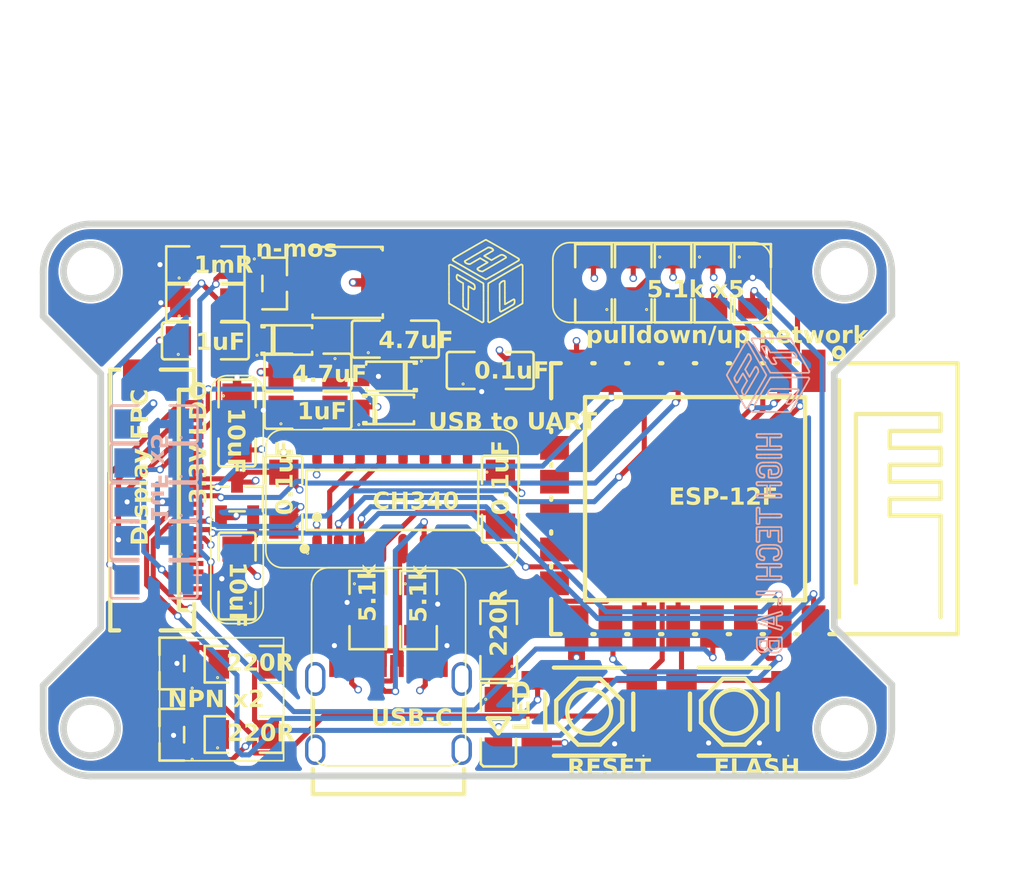
<source format=kicad_pcb>
(kicad_pcb (version 20241229) (generator "pcbnew") (generator_version "9.0")
  (layers (0 "F.Cu" signal) (4 "In1.Cu" signal) (6 "In2.Cu" signal) (2 "B.Cu" signal) (13 "F.Paste" user) (15 "B.Paste" user) (5 "F.SilkS" user "F.Silkscreen") (7 "B.SilkS" user "B.Silkscreen") (1 "F.Mask" user) (3 "B.Mask" user) (25 "Edge.Cuts" user))
  (net 0 "")
  (net 1 "GND")
  (net 2 "+3.3V")
  (net 3 "Net-(U3-V3)")
  (net 4 "+5V")
  (net 5 "Net-(LED1-A)")
  (net 6 "Net-(U6-CC1)")
  (net 7 "/RST")
  (net 8 "/EN")
  (net 9 "/LED")
  (net 10 "/FLASH")
  (net 11 "Net-(U5-GPIO15)")
  (net 12 "/DTR")
  (net 13 "Net-(U9-B)")
  (net 14 "/RTS")
  (net 15 "Net-(U10-B)")
  (net 16 "Net-(U6-CC2)")
  (net 18 "/RXD")
  (net 22 "/DN1")
  (net 23 "/TXD")
  (net 25 "/DP1")
  (net 28 "/D{slash}C")
  (net 29 "/SCL")
  (net 30 "/RES")
  (net 31 "/CS")
  (net 32 "/BUSY")
  (net 33 "/SDA")
  (net 47 "Net-(U11-VDD)")
  (net 48 "Net-(U11-VSH1)")
  (net 49 "Net-(U11-VSL)")
  (net 50 "/PREVGL")
  (net 51 "Net-(U11-VCOM)")
  (net 52 "Net-(D1-A)")
  (net 53 "Net-(D2-K)")
  (net 54 "/PREVGH")
  (net 55 "/GDR")
  (net 57 "/BS")
  (net 59 "/RESE")
  (footprint "wearable-e-inks:IND-SMD_L4.0-W4.0" (layer "F.Cu") (at 89.678791 25.2 180)
    (property "Reference" "L2" (hide yes))
    (property "Value" "47uF")
  )
  (footprint "wearable-e-inks:C1206" (layer "F.Cu") (at 98.706001 38.002514 -90)
    (property "Reference" "C6" (hide yes))
    (property "Value" "100nF")
  )
  (footprint "wearable-e-inks:USB-C_SMD-TYPE-C-31-M-12_1" (layer "F.Cu") (at 92.093383 50.325908)
    (property "Reference" "U6" (hide yes))
    (property "Value" "TYPE-C")
  )
  (footprint "wearable-e-inks:R1206" (layer "F.Cu") (at 81.278791 24.15)
    (property "Reference" "R3" (hide yes))
    (property "Value" "1MR")
  )
  (footprint "wearable-e-inks:SOD-123_L2.8-W1.8-LS3.7-RD" (layer "F.Cu") (at 92.185166 30.75 180)
    (property "Reference" "D2" (hide yes))
    (property "Value" "shottky")
  )
  (footprint "wearable-e-inks:R1206" (layer "F.Cu") (at 81.278791 26.4)
    (property "Reference" "R14" (hide yes))
    (property "Value" "2.2R")
  )
  (footprint "wearable-e-inks:SOT-23-LDO" (layer "F.Cu") (at 79.29889 51.912033)
    (property "Reference" "U10" (hide yes))
    (property "Value" "NPN")
  )
  (footprint "wearable-e-inks:R1206" (layer "F.Cu") (at 83.55 47.75)
    (property "Reference" "R11" (hide yes))
    (property "Value" "220Ohm")
  )
  (footprint "wearable-e-inks:C1206" (layer "F.Cu") (at 87.335166 30.5 180)
    (property "Reference" "C16" (hide yes))
    (property "Value" "4.7uF")
  )
  (footprint "wearable-e-inks:SOD-123_L2.8-W1.8-LS3.7-RD" (layer "F.Cu") (at 92.192583 32.7)
    (property "Reference" "D3" (hide yes))
    (property "Value" "shottky")
  )
  (footprint "wearable-e-inks:C1206" (layer "F.Cu") (at 83.15 42.542583 90)
    (property "Reference" "C7" (hide yes))
    (property "Value" "10uF")
  )
  (footprint "wearable-e-inks:WIFIM-SMD_ESP-12F-ESP8266MOD" (layer "F.Cu") (at 109.55 37.972777 180)
    (property "Reference" "U5" (hide yes))
    (property "Value" "ESP-12F(ESP8266MOD)")
  )
  (footprint "wearable-e-inks:SOD-123_L2.8-W1.8-LS3.7-RD" (layer "F.Cu") (at 86.178791 28.6)
    (property "Reference" "D1" (hide yes))
    (property "Value" "shottky")
  )
  (footprint "wearable-e-inks:FPC-SMD_24P-P0.50_05A20H24P" (layer "F.Cu") (at 78.988469 38.05 -90)
    (property "Reference" "U11" (hide yes))
    (property "Value" "05A20H24P")
  )
  (footprint "wearable-e-inks:R1206" (layer "F.Cu") (at 104.2 25.25 90)
    (property "Reference" "R5" (hide yes))
    (property "Value" "5.1k")
  )
  (footprint "wearable-e-inks:SW-SMD_4P-L5.2-W5.2-P3.70-LS6.5" (layer "F.Cu") (at 112.5 50.55 180)
    (property "Reference" "U8" (hide yes))
    (property "Value" "4*4*1_7")
  )
  (footprint "wearable-e-inks:R1206" (layer "F.Cu") (at 113.6 25.25 -90)
    (property "Reference" "R9" (hide yes))
    (property "Value" "5.1k")
  )
  (footprint "wearable-e-inks:R1206" (layer "F.Cu") (at 111.25 25.25 -90)
    (property "Reference" "R8" (hide yes))
    (property "Value" "5.1k")
  )
  (footprint "wearable-e-inks:R1206" (layer "F.Cu") (at 108.9 25.25 -90)
    (property "Reference" "R7" (hide yes))
    (property "Value" "5.1k")
  )
  (footprint "wearable-e-inks:LED1206-R-RD_RED" (layer "F.Cu") (at 98.585985 51.321341 90)
    (property "Reference" "LED1" (hide yes))
    (property "Value" "RED LED")
  )
  (footprint "wearable-e-inks:R1206" (layer "F.Cu") (at 83.55 51.9)
    (property "Reference" "R12" (hide yes))
    (property "Value" "220Ohm")
  )
  (footprint "wearable-e-inks:SOT-23-LDO" (layer "F.Cu") (at 79.29889 47.707207)
    (property "Reference" "U9" (hide yes))
    (property "Value" "NPN")
  )
  (footprint "wearable-e-inks:C1206" (layer "F.Cu") (at 98.1 30.4)
    (property "Reference" "C8" (hide yes))
    (property "Value" "100nF")
  )
  (footprint "wearable-e-inks:R1206" (layer "F.Cu") (at 106.55 25.25 90)
    (property "Reference" "R6" (hide yes))
    (property "Value" "5.1k")
  )
  (footprint "wearable-e-inks:SOT-23-LDO" (layer "F.Cu") (at 85.37111 25.263475 180)
    (property "Reference" "U4" (hide yes))
    (property "Value" "N-MOS")
  )
  (footprint "wearable-e-inks:C1206" (layer "F.Cu") (at 92.5 28.55)
    (property "Reference" "C17" (hide yes))
    (property "Value" "4.7uF")
  )
  (footprint "wearable-e-inks:C1206" (layer "F.Cu") (at 87.342583 32.75)
    (property "Reference" "C13" (hide yes))
    (property "Value" "1uF")
  )
  (footprint "wearable-e-inks:C1206" (layer "F.Cu") (at 81.278791 28.65)
    (property "Reference" "C18" (hide yes))
    (property "Value" "1uF")
  )
  (footprint "wearable-e-inks:C1206" (layer "F.Cu") (at 83.15 33.5 -90)
    (property "Reference" "C4" (hide yes))
    (property "Value" "10uF")
  )
  (footprint "wearable-e-inks:R1206" (layer "F.Cu") (at 93.868504 44.55 -90)
    (property "Reference" "R13" (hide yes))
    (property "Value" "5.1k")
  )
  (footprint "wearable-e-inks:C1206" (layer "F.Cu") (at 85.910992 38.002514 90)
    (property "Reference" "C5" (hide yes))
    (property "Value" "100nF")
  )
  (footprint "wearable-e-inks:SOP-16_L10.0-W3.9-P1.27-LS6.0-BL" (layer "F.Cu") (at 92.318504 38.05)
    (property "Reference" "U3" (hide yes))
    (property "Value" "CH340C_USB")
  )
  (footprint "wearable-e-inks:SOT-23-LDO" (layer "F.Cu") (at 83.15 37.992583 -90)
    (property "Reference" "U7" (hide yes))
    (property "Value" "LDO")
  )
  (footprint "wearable-e-inks:SW-SMD_4P-L5.2-W5.2-P3.70-LS6.5" (layer "F.Cu") (at 103.95 50.55 180)
    (property "Reference" "U1" (hide yes))
    (property "Value" "4*4*1_7")
  )
  (footprint "wearable-e-inks:R1206" (layer "F.Cu") (at 98.6 46.321209 90)
    (property "Reference" "R10" (hide yes))
    (property "Value" "220Ohm")
  )
  (footprint "wearable-e-inks:R1206" (layer "F.Cu") (at 90.868504 44.55 -90)
    (property "Reference" "R4" (hide yes))
    (property "Value" "5.1k")
  )
  (footprint "wearable-e-inks:C1206" (layer "B.Cu") (at 78.25 33.562382 180)
    (property "Reference" "C9" (hide yes))
    (property "Value" "1uF")
  )
  (footprint "wearable-e-inks:C1206" (layer "B.Cu") (at 78.242583 42.762382 180)
    (property "Reference" "C14" (hide yes))
    (property "Value" "1uF")
  )
  (footprint "wearable-e-inks:C1206" (layer "B.Cu") (at 78.242583 35.862382 180)
    (property "Reference" "C10" (hide yes))
    (property "Value" "1uF")
  )
  (footprint "wearable-e-inks:C1206" (layer "B.Cu") (at 78.25 40.45 180)
    (property "Reference" "C12" (hide yes))
    (property "Value" "1uF")
  )
  (footprint "wearable-e-inks:C1206" (layer "B.Cu") (at 78.25 38.162382 180)
    (property "Reference" "C11" (hide yes))
    (property "Value" "1uF")
  )
  (gr_line (start 98.662501 26.699245) (end 98.659588 26.096865) (stroke (width 0.1)) (layer "F.SilkS"))
  (gr_line (start 98.565735 23.663105) (end 98.657195 23.613325) (stroke (width 0.1)) (layer "F.SilkS"))
  (gr_arc (start 98.908464 25.104384) (mid 98.933728 25.105213) (end 98.955479 25.118091) (stroke (width 0.1)) (layer "F.SilkS"))
  (gr_arc (start 95.906665 23.815797) (mid 95.947687 23.779698) (end 95.99197 23.747683) (stroke (width 0.1)) (layer "F.SilkS"))
  (gr_arc (start 97.628226 27.556091) (mid 97.613574 27.554204) (end 97.59984 27.548755) (stroke (width 0.1)) (layer "F.SilkS"))
  (gr_line (start 98.017479 23.472669) (end 97.915726 23.532045) (stroke (width 0.1)) (layer "F.SilkS"))
  (gr_arc (start 97.688781 25.252269) (mid 97.69774 25.264373) (end 97.70122 25.27902) (stroke (width 0.1)) (layer "F.SilkS"))
  (gr_arc (start 98.039393 23.139389) (mid 98.052304 23.140821) (end 98.065115 23.142975) (stroke (width 0.1)) (layer "F.SilkS"))
  (gr_line (start 96.810012 25.628755) (end 96.808093 25.84446) (stroke (width 0.1)) (layer "F.SilkS"))
  (gr_arc (start 96.665983 24.052382) (mid 96.645405 24.037213) (end 96.62721 24.019257) (stroke (width 0.1)) (layer "F.SilkS"))
  (gr_arc (start 98.043024 27.55447) (mid 98.035564 27.552426) (end 98.028336 27.54967) (stroke (width 0.1)) (layer "F.SilkS"))
  (gr_line (start 99.449684 26.520393) (end 99.368787 26.570758) (stroke (width 0.1)) (layer "F.SilkS"))
  (gr_line (start 96.880986 24.475673) (end 97.798978 25.001498) (stroke (width 0.1)) (layer "F.SilkS"))
  (gr_line (start 98.968089 26.079068) (end 98.970012 26.29531) (stroke (width 0.1)) (layer "F.SilkS"))
  (gr_arc (start 102.8 27.561125) (mid 102.092893 27.268232) (end 101.8 26.561125) (stroke (width 0.1)) (layer "F.SilkS"))
  (gr_line (start 99.035822 27.010607) (end 99.4 26.8) (stroke (width 0.1)) (layer "F.SilkS"))
  (gr_arc (start 99.980175 24.159989) (mid 99.986799 24.16502) (end 99.992934 24.170636) (stroke (width 0.1)) (layer "F.SilkS"))
  (gr_line (start 102.8 22.85) (end 113.679096 22.85) (stroke (width 0.1)) (layer "F.SilkS"))
  (gr_arc (start 99.491251 26.486608) (mid 99.471274 26.504493) (end 99.449684 26.520393) (stroke (width 0.1)) (layer "F.SilkS"))
  (gr_arc (start 96.129842 24.778929) (mid 96.146078 24.755516) (end 96.173022 24.746244) (stroke (width 0.1)) (layer "F.SilkS"))
  (gr_arc (start 98.748009 25.186429) (mid 98.787397 25.157134) (end 98.829857 25.132501) (stroke (width 0.1)) (layer "F.SilkS"))
  (gr_arc (start 88.55 53.75) (mid 87.842893 53.457107) (end 87.55 52.75) (stroke (width 0.1)) (layer "F.SilkS"))
  (gr_line (start 99.053524 26.445199) (end 99.133217 26.400248) (stroke (width 0.1)) (layer "F.SilkS"))
  (gr_arc (start 98.754747 23.569205) (mid 98.797167 23.5684) (end 98.838674 23.577187) (stroke (width 0.1)) (layer "F.SilkS"))
  (gr_line (start 100.017479 24.195182) (end 99.992934 24.170636) (stroke (width 0.1)) (layer "F.SilkS"))
  (gr_line (start 96.502479 25.248659) (end 96.357676 25.164875) (stroke (width 0.1)) (layer "F.SilkS"))
  (gr_line (start 98.970319 26.799683) (end 98.85001 26.86568) (stroke (width 0.1)) (layer "F.SilkS"))
  (gr_line (start 97.983606 25.287241) (end 97.980065 25.439898) (stroke (width 0.1)) (layer "F.SilkS"))
  (gr_line (start 95.710691 26.465867) (end 95.728256 26.476463) (stroke (width 0.1)) (layer "F.SilkS"))
  (gr_line (start 98.284868 25.082899) (end 98.011218 25.244026) (stroke (width 0.1)) (layer "F.SilkS"))
  (gr_line (start 97.091165 25.58996) (end 96.968827 25.519705) (stroke (width 0.1)) (layer "F.SilkS"))
  (gr_arc (start 95.891263 23.869806) (mid 95.891705 23.840731) (end 95.906665 23.815797) (stroke (width 0.1)) (layer "F.SilkS"))
  (gr_line (start 97.81186 23.675068) (end 97.880706 23.71648) (stroke (width 0.1)) (layer "F.SilkS"))
  (gr_line (start 96.807479 26.109091) (end 96.806936 26.442455) (stroke (width 0.1)) (layer "F.SilkS"))
  (gr_line (start 98.967479 25.808091) (end 98.968089 26.079068) (stroke (width 0.1)) (layer "F.SilkS"))
  (gr_line (start 97.653801 24.548515) (end 97.58814 24.543451) (stroke (width 0.1)) (layer "F.SilkS"))
  (gr_line (start 113.679096 27.561125) (end 102.8 27.561125) (stroke (width 0.1)) (layer "F.SilkS"))
  (gr_arc (start 99.786689 23.807908) (mid 99.789753 23.814787) (end 99.792338 23.821859) (stroke (width 0.1)) (layer "F.SilkS"))
  (gr_line (start 99.181419 23.442093) (end 98.818123 23.231507) (stroke (width 0.1)) (layer "F.SilkS"))
  (gr_arc (start 97.357143 24.426076) (mid 97.353095 24.418824) (end 97.349919 24.41115) (stroke (width 0.1)) (layer "F.SilkS"))
  (gr_line (start 96.905784 24.118313) (end 96.844131 24.114158) (stroke (width 0.1)) (layer "F.SilkS"))
  (gr_line (start 98.293371 27.434399) (end 98.577293 27.273957) (stroke (width 0.1)) (layer "F.SilkS"))
  (gr_arc (start 98.687824 25.253707) (mid 98.715473 25.217882) (end 98.748009 25.186429) (stroke (width 0.1)) (layer "F.SilkS"))
  (gr_line (start 99.490215 23.622785) (end 99.181419 23.442093) (stroke (width 0.1)) (layer "F.SilkS"))
  (gr_arc (start 99.472084 26.207496) (mid 99.478613 26.204284) (end 99.485431 26.201741) (stroke (width 0.1)) (layer "F.SilkS"))
  (gr_line (start 99.763721 23.7839) (end 99.490215 23.622785) (stroke (width 0.1)) (layer "F.SilkS"))
  (gr_arc (start 97.994979 25.257696) (mid 98.002529 25.250184) (end 98.011218 25.244026) (stroke (width 0.1)) (layer "F.SilkS"))
  (gr_arc (start 97.838191 25.014215) (mid 97.817924 25.009891) (end 97.798978 25.001498) (stroke (width 0.1)) (layer "F.SilkS"))
  (gr_line (start 99.75 34.9) (end 99.75 41.05) (stroke (width 0.1)) (layer "F.SilkS"))
  (gr_arc (start 96.812569 25.439797) (mid 96.813726 25.437208) (end 96.816327 25.436091) (stroke (width 0.1)) (layer "F.SilkS"))
  (gr_line (start 99.433759 24.417303) (end 98.957262 24.691588) (stroke (width 0.1)) (layer "F.SilkS"))
  (gr_arc (start 99.033403 23.73318) (mid 99.029741 23.740101) (end 99.023869 23.745281) (stroke (width 0.1)) (layer "F.SilkS"))
  (gr_arc (start 96.784694 24.104201) (mid 96.752947 24.094325) (end 96.722016 24.082131) (stroke (width 0.1)) (layer "F.SilkS"))
  (gr_line (start 95.670057 26.145374) (end 95.672773 26.404376) (stroke (width 0.1)) (layer "F.SilkS"))
  (gr_line (start 100.017479 25.309529) (end 100.017479 24.195182) (stroke (width 0.1)) (layer "F.SilkS"))
  (gr_line (start 98.17442 23.181194) (end 98.201214 23.197589) (stroke (width 0.1)) (layer "F.SilkS"))
  (gr_arc (start 98.028336 27.54967) (mid 98.021212 27.546127) (end 98.01446 27.541917) (stroke (width 0.1)) (layer "F.SilkS"))
  (gr_line (start 98.75 42.05) (end 85.85 42.05) (stroke (width 0.1)) (layer "F.SilkS"))
  (gr_arc (start 96.601811 23.951317) (mid 96.60749 23.941919) (end 96.614979 23.933891) (stroke (width 0.1)) (layer "F.SilkS"))
  (gr_line (start 95.667479 24.199011) (end 95.667479 25.302081) (stroke (width 0.1)) (layer "F.SilkS"))
  (gr_line (start 96.80489 26.639472) (end 96.802045 26.778748) (stroke (width 0.1)) (layer "F.SilkS"))
  (gr_arc (start 99.796196 23.865162) (mid 99.794522 23.872812) (end 99.792338 23.880332) (stroke (width 0.1)) (layer "F.SilkS"))
  (gr_line (start 98.201214 23.197589) (end 98.226762 23.215298) (stroke (width 0.1)) (layer "F.SilkS"))
  (gr_line (start 96.184728 23.628845) (end 95.99197 23.747683) (stroke (width 0.1)) (layer "F.SilkS"))
  (gr_line (start 98.964891 25.273752) (end 98.966936 25.472193) (stroke (width 0.1)) (layer "F.SilkS"))
  (gr_arc (start 97.196311 25.47511) (mid 97.196466 25.507537) (end 97.193779 25.539852) (stroke (width 0.1)) (layer "F.SilkS"))
  (gr_line (start 99.129305 26.709197) (end 98.970319 26.799683) (stroke (width 0.1)) (layer "F.SilkS"))
  (gr_line (start 97.389406 27.431663) (end 97.59984 27.548755) (stroke (width 0.1)) (layer "F.SilkS"))
  (gr_arc (start 99.544308 26.321897) (mid 99.541954 26.358071) (end 99.536687 26.393936) (stroke (width 0.1)) (layer "F.SilkS"))
  (gr_arc (start 97.670711 27.541733) (mid 97.663974 27.545939) (end 97.656885 27.549522) (stroke (width 0.1)) (layer "F.SilkS"))
  (gr_arc (start 98.272999 23.311185) (mid 98.247639 23.334454) (end 98.219347 23.354052) (stroke (width 0.1)) (layer "F.SilkS"))
  (gr_line (start 98.622454 23.985432) (end 98.340735 24.149882) (stroke (width 0.1)) (layer "F.SilkS"))
  (gr_arc (start 96.506763 26.617645) (mid 96.502746 26.599989) (end 96.501173 26.581951) (stroke (width 0.1)) (layer "F.SilkS"))
  (gr_rect (start 78.572677 46.180994) (end 85.9 53.45) (stroke (width 0.1)) (fill no) (layer "F.SilkS"))
  (gr_arc (start 97.58814 24.543451) (mid 97.559467 24.540186) (end 97.531107 24.534847) (stroke (width 0.1)) (layer "F.SilkS"))
  (gr_line (start 97.389691 24.349284) (end 97.455878 24.307399) (stroke (width 0.1)) (layer "F.SilkS"))
  (gr_arc (start 98.955479 25.118091) (mid 98.960268 25.125128) (end 98.962048 25.133445) (stroke (width 0.1)) (layer "F.SilkS"))
  (gr_arc (start 99.796196 23.837022) (mid 99.797152 23.844028) (end 99.797479 23.851091) (stroke (width 0.1)) (layer "F.SilkS"))
  (gr_arc (start 97.082842 25.272669) (mid 97.110838 25.292122) (end 97.137473 25.313401) (stroke (width 0.1)) (layer "F.SilkS"))
  (gr_line (start 98.966936 25.472193) (end 98.967479 25.808091) (stroke (width 0.1)) (layer "F.SilkS"))
  (gr_arc (start 114.679096 26.561125) (mid 114.386203 27.268232) (end 113.679096 27.561125) (stroke (width 0.1)) (layer "F.SilkS"))
  (gr_arc (start 95.692002 24.172551) (mid 95.717825 24.156338) (end 95.748298 24.155245) (stroke (width 0.1)) (layer "F.SilkS"))
  (gr_line (start 85.85 33.9) (end 98.75 33.9) (stroke (width 0.1)) (layer "F.SilkS"))
  (gr_line (start 98.593802 24.902199) (end 98.284868 25.082899) (stroke (width 0.1)) (layer "F.SilkS"))
  (gr_arc (start 96.173022 24.746244) (mid 96.177113 24.746728) (end 96.180936 24.74827) (stroke (width 0.1)) (layer "F.SilkS"))
  (gr_line (start 97.752061 23.638173) (end 97.81186 23.675068) (stroke (width 0.1)) (layer "F.SilkS"))
  (gr_arc (start 97.752061 23.638173) (mid 97.7504 23.636197) (end 97.75031 23.633615) (stroke (width 0.1)) (layer "F.SilkS"))
  (gr_line (start 97.707479 27.507) (end 97.707479 26.388095) (stroke (width 0.1)) (layer "F.SilkS"))
  (gr_line (start 96.497914 26.227757) (end 96.498972 25.914297) (stroke (width 0.1)) (layer "F.SilkS"))
  (gr_line (start 96.321263 24.827902) (end 96.478348 24.917738) (stroke (width 0.1)) (layer "F.SilkS"))
  (gr_line (start 97.398793 25.080334) (end 97.090417 24.900733) (stroke (width 0.1)) (layer "F.SilkS"))
  (gr_arc (start 98.976482 26.486091) (mid 98.973739 26.484966) (end 98.972574 26.482238) (stroke (width 0.1)) (layer "F.SilkS"))
  (gr_arc (start 97.983606 25.287241) (mid 97.986781 25.271503) (end 97.994979 25.257696) (stroke (width 0.1)) (layer "F.SilkS"))
  (gr_arc (start 98.27899 23.275857) (mid 98.281407 23.294439) (end 98.272999 23.311185) (stroke (width 0.1)) (layer "F.SilkS"))
  (gr_line (start 96.180936 24.74827) (end 96.321263 24.827902) (stroke (width 0.1)) (layer "F.SilkS"))
  (gr_line (start 98.814849 24.471328) (end 99.179401 24.260512) (stroke (width 0.1)) (layer "F.SilkS"))
  (gr_line (start 96.808093 25.84446) (end 96.807479 26.109091) (stroke (width 0.1)) (layer "F.SilkS"))
  (gr_line (start 96.478348 24.917738) (end 96.662868 25.024445) (stroke (width 0.1)) (layer "F.SilkS"))
  (gr_arc (start 99.792338 23.880332) (mid 99.789754 23.887409) (end 99.786689 23.894292) (stroke (width 0.1)) (layer "F.SilkS"))
  (gr_arc (start 96.180284 25.05265) (mid 96.152368 25.020391) (end 96.134455 24.981675) (stroke (width 0.1)) (layer "F.SilkS"))
  (gr_line (start 97.820326 24.095168) (end 97.90003 24.048719) (stroke (width 0.1)) (layer "F.SilkS"))
  (gr_line (start 98.818123 23.231507) (end 98.364104 22.970157) (stroke (width 0.1)) (layer "F.SilkS"))
  (gr_arc (start 99.523301 26.217) (mid 99.534851 26.234444) (end 99.54069 26.25453) (stroke (width 0.1)) (layer "F.SilkS"))
  (gr_line (start 95.728256 26.476463) (end 96.000086 26.633656) (stroke (width 0.1)) (layer "F.SilkS"))
  (gr_line (start 98.962048 25.133445) (end 98.964891 25.273752) (stroke (width 0.1)) (layer "F.SilkS"))
  (gr_line (start 99.179401 24.260512) (end 99.489253 24.079621) (stroke (width 0.1)) (layer "F.SilkS"))
  (gr_arc (start 98.727204 23.57761) (mid 98.740632 23.572281) (end 98.754747 23.569205) (stroke (width 0.1)) (layer "F.SilkS"))
  (gr_arc (start 98.01446 27.541917) (mid 98.008008 27.537012) (end 98.002024 27.531546) (stroke (width 0.1)) (layer "F.SilkS"))
  (gr_line (start 97.307479 23.526641) (end 97.982479 23.134691) (stroke (width 0.1)) (layer "F.SilkS"))
  (gr_line (start 98.85001 26.86568) (end 98.757617 26.914145) (stroke (width 0.1)) (layer "F.SilkS"))
  (gr_arc (start 97.356512 24.375824) (mid 97.372583 24.361906) (end 97.389691 24.349284) (stroke (width 0.1)) (layer "F.SilkS"))
  (gr_arc (start 95.65 42.05) (mid 96.357107 42.342893) (end 96.65 43.05) (stroke (width 0.1)) (layer "F.SilkS"))
  (gr_line (start 97.455878 24.307399) (end 97.619979 24.21156) (stroke (width 0.1)) (layer "F.SilkS"))
  (gr_line (start 97.682934 27.531546) (end 97.707479 27.507) (stroke (width 0.1)) (layer "F.SilkS"))
  (gr_arc (start 97.349919 24.41115) (mid 97.348093 24.404008) (end 97.347479 24.396662) (stroke (width 0.1)) (layer "F.SilkS"))
  (gr_arc (start 99.517479 26.450655) (mid 99.50584 26.469708) (end 99.491251 26.486608) (stroke (width 0.1)) (layer "F.SilkS"))
  (gr_line (start 97.090417 24.900733) (end 96.727844 24.69072) (stroke (width 0.1)) (layer "F.SilkS"))
  (gr_line (start 96.299846 25.130712) (end 96.245836 25.097348) (stroke (width 0.1)) (layer "F.SilkS"))
  (gr_line (start 97.704899 25.421222) (end 97.70122 25.27902) (stroke (width 0.1)) (layer "F.SilkS"))
  (gr_arc (start 97.75031 23.633615) (mid 97.751632 23.630995) (end 97.753821 23.629041) (stroke (width 0.1)) (layer "F.SilkS"))
  (gr_line (start 97.946225 24.02086) (end 97.727052 23.894225) (stroke (width 0.1)) (layer "F.SilkS"))
  (gr_line (start 98.983123 26.484371) (end 99.053524 26.445199) (stroke (width 0.1)) (layer "F.SilkS"))
  (gr_line (start 97.977479 27.507) (end 98.002024 27.531546) (stroke (width 0.1)) (layer "F.SilkS"))
  (gr_arc (start 113.679096 22.85) (mid 114.386203 23.142893) (end 114.679096 23.85) (stroke (width 0.1)) (layer "F.SilkS"))
  (gr_line (start 95.668058 25.806666) (end 95.670057 26.145374) (stroke (width 0.1)) (layer "F.SilkS"))
  (gr_arc (start 95.683875 26.438661) (mid 95.680812 26.433786) (end 95.678191 26.428659) (stroke (width 0.1)) (layer "F.SilkS"))
  (gr_arc (start 95.909101 23.904638) (mid 95.905124 23.899027) (end 95.901467 23.893201) (stroke (width 0.1)) (layer "F.SilkS"))
  (gr_arc (start 99.50425 26.202874) (mid 99.509286 26.205303) (end 99.513945 26.208393) (stroke (width 0.1)) (layer "F.SilkS"))
  (gr_line (start 84.85 41.05) (end 84.85 34.9) (stroke (width 0.1)) (layer "F.SilkS"))
  (gr_arc (start 98.72889 26.92317) (mid 98.70621 26.919718) (end 98.688945 26.904621) (stroke (width 0.1)) (layer "F.SilkS"))
  (gr_line (start 96.498904 26.434061) (end 96.497914 26.227757) (stroke (width 0.1)) (layer "F.SilkS"))
  (gr_arc (start 95.692156 26.449287) (mid 95.687865 26.444092) (end 95.683875 26.438661) (stroke (width 0.1)) (layer "F.SilkS"))
  (gr_arc (start 99.792338 23.821859) (mid 99.794522 23.829376) (end 99.796196 23.837022) (stroke (width 0.1)) (layer "F.SilkS"))
  (gr_line (start 97.977479 26.392653) (end 97.977479 27.507) (stroke (width 0.1)) (layer "F.SilkS"))
  (gr_arc (start 98.838674 23.577187) (mid 98.890214 23.597472) (end 98.939356 23.623024) (stroke (width 0.1)) (layer "F.SilkS"))
  (gr_arc (start 98.125676 23.159075) (mid 98.138264 23.163682) (end 98.150593 23.168941) (stroke (width 0.1)) (layer "F.SilkS"))
  (gr_arc (start 97.531107 24.534847) (mid 97.50469 24.527677) (end 97.478979 24.518283) (stroke (width 0.1)) (layer "F.SilkS"))
  (gr_line (start 98.323688 24.753524) (end 98.814849 24.471328) (stroke (width 0.1)) (layer "F.SilkS"))
  (gr_line (start 97.707479 26.388095) (end 97.707104 25.672992) (stroke (width 0.1)) (layer "F.SilkS"))
  (gr_line (start 98.340735 24.149882) (end 97.653801 24.548515) (stroke (width 0.1)) (layer "F.SilkS"))
  (gr_line (start 96.357676 25.164875) (end 96.299846 25.130712) (stroke (width 0.1)) (layer "F.SilkS"))
  (gr_line (start 97.829686 23.583253) (end 97.753821 23.629041) (stroke (width 0.1)) (layer "F.SilkS"))
  (gr_arc (start 96.607094 23.992424) (mid 96.601834 23.98183) (end 96.598936 23.970363) (stroke (width 0.1)) (layer "F.SilkS"))
  (gr_line (start 95.65 53.75) (end 88.55 53.75) (stroke (width 0.1)) (layer "F.SilkS"))
  (gr_arc (start 96.62721 24.019257) (mid 96.616633 24.00623) (end 96.607094 23.992424) (stroke (width 0.1)) (layer "F.SilkS"))
  (gr_arc (start 97.193779 25.539852) (mid 97.18825 25.562891) (end 97.177879 25.584195) (stroke (width 0.1)) (layer "F.SilkS"))
  (gr_arc (start 97.431493 24.493551) (mid 97.409197 24.477995) (end 97.388282 24.460627) (stroke (width 0.1)) (layer "F.SilkS"))
  (gr_line (start 96.662868 25.024445) (end 96.975541 25.206653) (stroke (width 0.1)) (layer "F.SilkS"))
  (gr_arc (start 95.901467 23.893201) (mid 95.898129 23.887166) (end 95.895131 23.880955) (stroke (width 0.1)) (layer "F.SilkS"))
  (gr_line (start 99.710168 24.260908) (end 99.433759 24.417303) (stroke (width 0.1)) (layer "F.SilkS"))
  (gr_line (start 95.692002 24.172551) (end 95.667479 24.199011) (stroke (width 0.1)) (layer "F.SilkS"))
  (gr_arc (start 96.738715 26.807996) (mid 96.689553 26.789173) (end 96.643051 26.764499) (stroke (width 0.1)) (layer "F.SilkS"))
  (gr_line (start 98.065115 23.142975) (end 98.095535 23.150008) (stroke (width 0.1)) (layer "F.SilkS"))
  (gr_line (start 99.226111 26.346883) (end 99.319679 26.293105) (stroke (width 0.1)) (layer "F.SilkS"))
  (gr_line (start 98.052735 24.906439) (end 98.323688 24.753524) (stroke (width 0.1)) (layer "F.SilkS"))
  (gr_line (start 98.970012 26.29531) (end 98.972574 26.482238) (stroke (width 0.1)) (layer "F.SilkS"))
  (gr_arc (start 99.786689 23.894292) (mid 99.783653 23.899652) (end 99.779979 23.904596) (stroke (width 0.1)) (layer "F.SilkS"))
  (gr_arc (start 97.843123 22.686247) (mid 97.858279 22.688111) (end 97.872472 22.693749) (stroke (width 0.1)) (layer "F.SilkS"))
  (gr_arc (start 95.976246 23.956908) (mid 95.945353 23.936791) (end 95.91693 23.913314) (stroke (width 0.1)) (layer "F.SilkS"))
  (gr_arc (start 97.166517 25.350108) (mid 97.178604 25.3778) (end 97.187073 25.406804) (stroke (width 0.1)) (layer "F.SilkS"))
  (gr_arc (start 101.8 23.85) (mid 102.092893 23.142893) (end 102.8 22.85) (stroke (width 0.1)) (layer "F.SilkS"))
  (gr_arc (start 99.779979 23.904596) (mid 99.77243 23.912153) (end 99.763707 23.918318) (stroke (width 0.1)) (layer "F.SilkS"))
  (gr_arc (start 99.902257 24.154551) (mid 99.918204 24.14824) (end 99.935217 24.146091) (stroke (width 0.1)) (layer "F.SilkS"))
  (gr_line (start 99.401545 26.246824) (end 99.472084 26.207496) (stroke (width 0.1)) (layer "F.SilkS"))
  (gr_arc (start 98.246687 23.231565) (mid 98.265122 23.252046) (end 98.27899 23.275857) (stroke (width 0.1)) (layer "F.SilkS"))
  (gr_line (start 99.902257 24.154551) (end 99.710168 24.260908) (stroke (width 0.1)) (layer "F.SilkS"))
  (gr_line (start 97.672635 25.240437) (end 97.398793 25.080334) (stroke (width 0.1)) (layer "F.SilkS"))
  (gr_line (start 97.90003 24.048719) (end 97.919352 24.037209) (stroke (width 0.1)) (layer "F.SilkS"))
  (gr_line (start 96.65 43.05) (end 96.65 52.75) (stroke (width 0.1)) (layer "F.SilkS"))
  (gr_line (start 97.507879 23.76759) (end 97.206832 23.942952) (stroke (width 0.1)) (layer "F.SilkS"))
  (gr_line (start 97.868129 25.008248) (end 98.052735 24.906439) (stroke (width 0.1)) (layer "F.SilkS"))
  (gr_arc (start 99.779979 23.797615) (mid 99.783655 23.802553) (end 99.786689 23.807908) (stroke (width 0.1)) (layer "F.SilkS"))
  (gr_arc (start 81.6 31.7) (mid 81.892893 30.992893) (end 82.6 30.7) (stroke (width 0.1)) (layer "F.SilkS"))
  (gr_line (start 97.047457 23.677998) (end 97.307479 23.526641) (stroke (width 0.1)) (layer "F.SilkS"))
  (gr_line (start 97.619979 24.21156) (end 97.726337 24.149835) (stroke (width 0.1)) (layer "F.SilkS"))
  (gr_arc (start 99.54069 26.25453) (mid 99.543823 26.288142) (end 99.544308 26.321897) (stroke (width 0.1)) (layer "F.SilkS"))
  (gr_line (start 96.913127 25.487657) (end 96.864773 25.460653) (stroke (width 0.1)) (layer "F.SilkS"))
  (gr_arc (start 97.132079 25.607613) (mid 97.111148 25.599886) (end 97.091165 25.58996) (stroke (width 0.1)) (layer "F.SilkS"))
  (gr_line (start 99.319679 26.293105) (end 99.401545 26.246824) (stroke (width 0.1)) (layer "F.SilkS"))
  (gr_arc (start 99.75 41.05) (mid 99.457107 41.757107) (end 98.75 42.05) (stroke (width 0.1)) (layer "F.SilkS"))
  (gr_arc (start 99.485431 26.201741) (mid 99.489973 26.200759) (end 99.494619 26.20065) (stroke (width 0.1)) (layer "F.SilkS"))
  (gr_arc (start 96.134455 24.981675) (mid 96.122171 24.928245) (end 96.117181 24.873648) (stroke (width 0.1)) (layer "F.SilkS"))
  (gr_line (start 87.55 52.75) (end 87.55 43.05) (stroke (width 0.1)) (layer "F.SilkS"))
  (gr_line (start 98.219347 23.354052) (end 98.017479 23.472669) (stroke (width 0.1)) (layer "F.SilkS"))
  (gr_line (start 97.980065 25.439898) (end 97.97788 25.703362) (stroke (width 0.1)) (layer "F.SilkS"))
  (gr_line (start 99.133217 26.400248) (end 99.226111 26.346883) (stroke (width 0.1)) (layer "F.SilkS"))
  (gr_line (start 96.665271 27.017828) (end 97.105566 27.271014) (stroke (width 0.1)) (layer "F.SilkS"))
  (gr_line (start 84.7 31.7) (end 84.7 44.35) (stroke (width 0.1)) (layer "F.SilkS"))
  (gr_line (start 97.962889 23.764233) (end 98.177637 23.887375) (stroke (width 0.1)) (layer "F.SilkS"))
  (gr_arc (start 95.91693 23.913314) (mid 95.91282 23.909153) (end 95.909101 23.904638) (stroke (width 0.1)) (layer "F.SilkS"))
  (gr_arc (start 99.999979 26.444499) (mid 99.992433 26.452021) (end 99.983731 26.458169) (stroke (width 0.1)) (layer "F.SilkS"))
  (gr_arc (start 99.513945 26.208393) (mid 99.518822 26.212481) (end 99.523301 26.217) (stroke (width 0.1)) (layer "F.SilkS"))
  (gr_arc (start 95.748298 24.155245) (mid 95.798782 24.170105) (end 95.847161 24.190816) (stroke (width 0.1)) (layer "F.SilkS"))
  (gr_line (start 98.659588 26.096865) (end 98.656698 25.3007) (stroke (width 0.1)) (layer "F.SilkS"))
  (gr_arc (start 99.536687 26.393936) (mid 99.529083 26.422972) (end 99.517479 26.450655) (stroke (width 0.1)) (layer "F.SilkS"))
  (gr_arc (start 97.177879 25.584195) (mid 97.168406 25.595857) (end 97.156391 25.604874) (stroke (width 0.1)) (layer "F.SilkS"))
  (gr_arc (start 97.656885 27.549522) (mid 97.64976 27.552324) (end 97.642401 27.554436) (stroke (width 0.1)) (layer "F.SilkS"))
  (gr_line (start 96.864773 25.460653) (end 96.822672 25.4377) (stroke (width 0.1)) (layer "F.SilkS"))
  (gr_line (start 100.017078 25.998816) (end 100.017479 25.309529) (stroke (width 0.1)) (layer "F.SilkS"))
  (gr_line (start 96.975541 25.206653) (end 97.082842 25.272669) (stroke (width 0.1)) (layer "F.SilkS"))
  (gr_arc (start 98.939356 23.623024) (mid 98.98133 23.650831) (end 99.020093 23.682962) (stroke (width 0.1)) (layer "F.SilkS"))
  (gr_line (start 96.812569 25.439797) (end 96.810012 25.628755) (stroke (width 0.1)) (layer "F.SilkS"))
  (gr_line (start 96.629811 23.923183) (end 96.82562 23.807951) (stroke (width 0.1)) (layer "F.SilkS"))
  (gr_arc (start 87.55 43.05) (mid 87.842893 42.342893) (end 88.55 42.05) (stroke (width 0.1)) (layer "F.SilkS"))
  (gr_arc (start 95.895131 23.880955) (mid 95.892949 23.875466) (end 95.891263 23.869806) (stroke (width 0.1)) (layer "F.SilkS"))
  (gr_line (start 98.177637 23.887375) (end 98.447325 23.730813) (stroke (width 0.1)) (layer "F.SilkS"))
  (gr_line (start 98.841091 23.855484) (end 98.622454 23.985432) (stroke (width 0.1)) (layer "F.SilkS"))
  (gr_line (start 97.31373 22.975731) (end 96.862604 23.235758) (stroke (width 0.1)) (layer "F.SilkS"))
  (gr_line (start 98.656698 25.3007) (end 98.687824 25.253707) (stroke (width 0.1)) (layer "F.SilkS"))
  (gr_arc (start 97.478979 24.518283) (mid 97.454696 24.506954) (end 97.431493 24.493551) (stroke (width 0.1)) (layer "F.SilkS"))
  (gr_arc (start 98.757617 26.914145) (mid 98.743643 26.919897) (end 98.72889 26.92317) (stroke (width 0.1)) (layer "F.SilkS"))
  (gr_arc (start 96.643051 26.764499) (mid 96.595542 26.731539) (end 96.552174 26.693294) (stroke (width 0.1)) (layer "F.SilkS"))
  (gr_arc (start 97.388282 24.460627) (mid 97.378765 24.451641) (end 97.369648 24.442248) (stroke (width 0.1)) (layer "F.SilkS"))
  (gr_arc (start 97.672635 25.240437) (mid 97.681013 25.245936) (end 97.688781 25.252269) (stroke (width 0.1)) (layer "F.SilkS"))
  (gr_arc (start 97.156391 25.604874) (mid 97.144521 25.608801) (end 97.132079 25.607613) (stroke (width 0.1)) (layer "F.SilkS"))
  (gr_line (start 82.6 30.7) (end 83.7 30.7) (stroke (width 0.1)) (layer "F.SilkS"))
  (gr_arc (start 97.868129 25.008248) (mid 97.853615 25.013522) (end 97.838191 25.014215) (stroke (width 0.1)) (layer "F.SilkS"))
  (gr_arc (start 97.814111 22.69384) (mid 97.828141 22.688226) (end 97.843123 22.686247) (stroke (width 0.1)) (layer "F.SilkS"))
  (gr_line (start 97.919352 24.037209) (end 97.946225 24.02086) (stroke (width 0.1)) (layer "F.SilkS"))
  (gr_line (start 98.669081 26.845828) (end 98.662501 26.699245) (stroke (width 0.1)) (layer "F.SilkS"))
  (gr_line (start 96.727844 24.69072) (end 96.042833 24.295879) (stroke (width 0.1)) (layer "F.SilkS"))
  (gr_line (start 96.862604 23.235758) (end 96.184728 23.628845) (stroke (width 0.1)) (layer "F.SilkS"))
  (gr_arc (start 97.137473 25.313401) (mid 97.153774 25.330347) (end 97.166517 25.350108) (stroke (width 0.1)) (layer "F.SilkS"))
  (gr_line (start 97.915726 23.532045) (end 97.829686 23.583253) (stroke (width 0.1)) (layer "F.SilkS"))
  (gr_line (start 96.042833 24.295879) (end 95.847161 24.190816) (stroke (width 0.1)) (layer "F.SilkS"))
  (gr_line (start 98.447325 23.730813) (end 98.565735 23.663105) (stroke (width 0.1)) (layer "F.SilkS"))
  (gr_arc (start 84.85 34.9) (mid 85.142893 34.192893) (end 85.85 33.9) (stroke (width 0.1)) (layer "F.SilkS"))
  (gr_line (start 95.667479 25.302081) (end 95.668058 25.806666) (stroke (width 0.1)) (layer "F.SilkS"))
  (gr_arc (start 98.226762 23.215298) (mid 98.236928 23.223182) (end 98.246687 23.231565) (stroke (width 0.1)) (layer "F.SilkS"))
  (gr_arc (start 97.347479 24.396662) (mid 97.349841 24.38531) (end 97.356512 24.375824) (stroke (width 0.1)) (layer "F.SilkS"))
  (gr_arc (start 98.829857 25.132501) (mid 98.868278 25.115974) (end 98.908464 25.104384) (stroke (width 0.1)) (layer "F.SilkS"))
  (gr_line (start 100.014893 26.262284) (end 100.017078 25.998816) (stroke (width 0.1)) (layer "F.SilkS"))
  (gr_arc (start 96.722016 24.082131) (mid 96.693437 24.068315) (end 96.665983 24.052382) (stroke (width 0.1)) (layer "F.SilkS"))
  (gr_arc (start 98.983123 26.484371) (mid 98.979912 26.485653) (end 98.976482 26.486091) (stroke (width 0.1)) (layer "F.SilkS"))
  (gr_line (start 99.489253 24.079621) (end 99.763707 23.918318) (stroke (width 0.1)) (layer "F.SilkS"))
  (gr_line (start 97.707104 25.672992) (end 97.704899 25.421222) (stroke (width 0.1)) (layer "F.SilkS"))
  (gr_arc (start 99.797479 23.851091) (mid 99.797158 23.858156) (end 99.796196 23.865162) (stroke (width 0.1)) (layer "F.SilkS"))
  (gr_arc (start 96.816327 25.436091) (mid 96.819593 25.436522) (end 96.822672 25.4377) (stroke (width 0.1)) (layer "F.SilkS"))
  (gr_arc (start 96.598936 23.970363) (mid 96.598964 23.960627) (end 96.601811 23.951317) (stroke (width 0.1)) (layer "F.SilkS"))
  (gr_line (start 97.97788 25.703362) (end 97.977479 26.392653) (stroke (width 0.1)) (layer "F.SilkS"))
  (gr_line (start 101.8 26.561125) (end 101.8 23.85) (stroke (width 0.1)) (layer "F.SilkS"))
  (gr_line (start 96.968827 25.519705) (end 96.913127 25.487657) (stroke (width 0.1)) (layer "F.SilkS"))
  (gr_line (start 97.60176 22.812298) (end 97.31373 22.975731) (stroke (width 0.1)) (layer "F.SilkS"))
  (gr_arc (start 97.187073 25.406804) (mid 97.193164 25.440758) (end 97.196311 25.47511) (stroke (width 0.1)) (layer "F.SilkS"))
  (gr_arc (start 83.7 30.7) (mid 84.407107 30.992893) (end 84.7 31.7) (stroke (width 0.1)) (layer "F.SilkS"))
  (gr_line (start 98.079729 22.809069) (end 97.872472 22.693749) (stroke (width 0.1)) (layer "F.SilkS"))
  (gr_arc (start 98.75 33.9) (mid 99.457107 34.192893) (end 99.75 34.9) (stroke (width 0.1)) (layer "F.SilkS"))
  (gr_line (start 99.4 26.8) (end 99.709539 26.619301) (stroke (width 0.1)) (layer "F.SilkS"))
  (gr_arc (start 96.844131 24.114158) (mid 96.814166 24.110649) (end 96.784694 24.104201) (stroke (width 0.1)) (layer "F.SilkS"))
  (gr_arc (start 97.642401 27.554436) (mid 97.635362 27.555677) (end 97.628226 27.556091) (stroke (width 0.1)) (layer "F.SilkS"))
  (gr_line (start 98.657195 23.613325) (end 98.727204 23.57761) (stroke (width 0.1)) (layer "F.SilkS"))
  (gr_arc (start 96.802045 26.778748) (mid 96.800239 26.787053) (end 96.795479 26.794091) (stroke (width 0.1)) (layer "F.SilkS"))
  (gr_arc (start 97.682934 27.531546) (mid 97.677053 27.536916) (end 97.670711 27.541733) (stroke (width 0.1)) (layer "F.SilkS"))
  (gr_arc (start 96.200863 25.0683) (mid 96.190308 25.060824) (end 96.180284 25.05265) (stroke (width 0.1)) (layer "F.SilkS"))
  (gr_line (start 98.088017 27.548325) (end 98.293371 27.434399) (stroke (width 0.1)) (layer "F.SilkS"))
  (gr_line (start 83.7 45.35) (end 82.6 45.35) (stroke (width 0.1)) (layer "F.SilkS"))
  (gr_line (start 88.55 42.05) (end 95.65 42.05) (stroke (width 0.1)) (layer "F.SilkS"))
  (gr_arc (start 84.7 44.35) (mid 84.407107 45.057107) (end 83.7 45.35) (stroke (width 0.1)) (layer "F.SilkS"))
  (gr_arc (start 96.614979 23.933891) (mid 96.622147 23.928194) (end 96.629811 23.923183) (stroke (width 0.1)) (layer "F.SilkS"))
  (gr_arc (start 95.678191 26.428659) (mid 95.674214 26.4168) (end 95.672773 26.404376) (stroke (width 0.1)) (layer "F.SilkS"))
  (gr_line (start 98.957262 24.691588) (end 98.593802 24.902199) (stroke (width 0.1)) (layer "F.SilkS"))
  (gr_line (start 99.368787 26.570758) (end 99.129305 26.709197) (stroke (width 0.1)) (layer "F.SilkS"))
  (gr_line (start 98.364104 22.970157) (end 98.079729 22.809069) (stroke (width 0.1)) (layer "F.SilkS"))
  (gr_line (start 96.806936 26.442455) (end 96.80489 26.639472) (stroke (width 0.1)) (layer "F.SilkS"))
  (gr_line (start 96.245836 25.097348) (end 96.200863 25.0683) (stroke (width 0.1)) (layer "F.SilkS"))
  (gr_arc (start 100.011352 26.414941) (mid 100.008175 26.430683) (end 99.999979 26.444499) (stroke (width 0.1)) (layer "F.SilkS"))
  (gr_line (start 114.679096 23.85) (end 114.679096 26.561125) (stroke (width 0.1)) (layer "F.SilkS"))
  (gr_arc (start 99.494619 26.20065) (mid 99.499521 26.201385) (end 99.50425 26.202874) (stroke (width 0.1)) (layer "F.SilkS"))
  (gr_arc (start 99.951167 24.147656) (mid 99.958808 24.149586) (end 99.966209 24.152291) (stroke (width 0.1)) (layer "F.SilkS"))
  (gr_line (start 100.011352 26.414941) (end 100.014893 26.262284) (stroke (width 0.1)) (layer "F.SilkS"))
  (gr_line (start 96.498972 25.914297) (end 96.502479 25.248659) (stroke (width 0.1)) (layer "F.SilkS"))
  (gr_arc (start 96.552174 26.693294) (mid 96.524726 26.658317) (end 96.506763 26.617645) (stroke (width 0.1)) (layer "F.SilkS"))
  (gr_line (start 96.3061 26.810489) (end 96.665271 27.017828) (stroke (width 0.1)) (layer "F.SilkS"))
  (gr_line (start 97.105566 27.271014) (end 97.389406 27.431663) (stroke (width 0.1)) (layer "F.SilkS"))
  (gr_line (start 95.976246 23.956908) (end 96.880986 24.475673) (stroke (width 0.1)) (layer "F.SilkS"))
  (gr_line (start 97.727052 23.894225) (end 97.507879 23.76759) (stroke (width 0.1)) (layer "F.SilkS"))
  (gr_line (start 96.82562 23.807951) (end 97.047457 23.677998) (stroke (width 0.1)) (layer "F.SilkS"))
  (gr_arc (start 98.150593 23.168941) (mid 98.162647 23.174795) (end 98.17442 23.181194) (stroke (width 0.1)) (layer "F.SilkS"))
  (gr_line (start 97.206832 23.942952) (end 96.905784 24.118313) (stroke (width 0.1)) (layer "F.SilkS"))
  (gr_arc (start 99.935217 24.146091) (mid 99.943231 24.146483) (end 99.951167 24.147656) (stroke (width 0.1)) (layer "F.SilkS"))
  (gr_arc (start 98.057867 27.556091) (mid 98.050401 27.555684) (end 98.043024 27.55447) (stroke (width 0.1)) (layer "F.SilkS"))
  (gr_arc (start 98.088017 27.548325) (mid 98.073432 27.554107) (end 98.057867 27.556091) (stroke (width 0.1)) (layer "F.SilkS"))
  (gr_arc (start 99.020093 23.682962) (mid 99.034059 23.706138) (end 99.033403 23.73318) (stroke (width 0.1)) (layer "F.SilkS"))
  (gr_line (start 97.982479 23.134691) (end 98.039393 23.139389) (stroke (width 0.1)) (layer "F.SilkS"))
  (gr_line (start 97.726337 24.149835) (end 97.820326 24.095168) (stroke (width 0.1)) (layer "F.SilkS"))
  (gr_line (start 81.6 44.35) (end 81.6 31.7) (stroke (width 0.1)) (layer "F.SilkS"))
  (gr_arc (start 99.966209 24.152291) (mid 99.973389 24.155783) (end 99.980175 24.159989) (stroke (width 0.1)) (layer "F.SilkS"))
  (gr_arc (start 95.710691 26.465867) (mid 95.705972 26.462596) (end 95.701565 26.458914) (stroke (width 0.1)) (layer "F.SilkS"))
  (gr_line (start 99.023869 23.745281) (end 98.841091 23.855484) (stroke (width 0.1)) (layer "F.SilkS"))
  (gr_line (start 98.577293 27.273957) (end 99.035822 27.010607) (stroke (width 0.1)) (layer "F.SilkS"))
  (gr_arc (start 96.795479 26.794091) (mid 96.769038 26.80899) (end 96.738715 26.807996) (stroke (width 0.1)) (layer "F.SilkS"))
  (gr_line (start 97.814111 22.69384) (end 97.60176 22.812298) (stroke (width 0.1)) (layer "F.SilkS"))
  (gr_line (start 96.501173 26.581951) (end 96.498904 26.434061) (stroke (width 0.1)) (layer "F.SilkS"))
  (gr_arc (start 98.688945 26.904621) (mid 98.675417 26.876438) (end 98.669081 26.845828) (stroke (width 0.1)) (layer "F.SilkS"))
  (gr_arc (start 97.369648 24.442248) (mid 97.36303 24.434445) (end 97.357143 24.426076) (stroke (width 0.1)) (layer "F.SilkS"))
  (gr_arc (start 85.85 42.05) (mid 85.142893 41.757107) (end 84.85 41.05) (stroke (width 0.1)) (layer "F.SilkS"))
  (gr_line (start 97.880706 23.71648) (end 97.962889 23.764233) (stroke (width 0.1)) (layer "F.SilkS"))
  (gr_arc (start 99.763721 23.7839) (mid 99.772428 23.790072) (end 99.779979 23.797615) (stroke (width 0.1)) (layer "F.SilkS"))
  (gr_line (start 99.709539 26.619301) (end 99.983731 26.458169) (stroke (width 0.1)) (layer "F.SilkS"))
  (gr_line (start 98.095535 23.150008) (end 98.125676 23.159075) (stroke (width 0.1)) (layer "F.SilkS"))
  (gr_arc (start 96.65 52.75) (mid 96.357107 53.457107) (end 95.65 53.75) (stroke (width 0.1)) (layer "F.SilkS"))
  (gr_arc (start 95.701565 26.458914) (mid 95.696724 26.454234) (end 95.692156 26.449287) (stroke (width 0.1)) (layer "F.SilkS"))
  (gr_arc (start 82.6 45.35) (mid 81.892893 45.057107) (end 81.6 44.35) (stroke (width 0.1)) (layer "F.SilkS"))
  (gr_arc (start 96.117181 24.873648) (mid 96.119797 24.825792) (end 96.129842 24.778929) (stroke (width 0.1)) (layer "F.SilkS"))
  (gr_line (start 96.000086 26.633656) (end 96.3061 26.810489) (stroke (width 0.1)) (layer "F.SilkS"))
  (gr_line (start 113.944344 42.550985) (end 114.162276 42.55) (stroke (width 0.1)) (layer "B.SilkS"))
  (gr_arc (start 113.848812 34.330104) (mid 113.844299 34.322142) (end 113.840435 34.313846) (stroke (width 0.1)) (layer "B.SilkS"))
  (gr_arc (start 115.910864 32.282205) (mid 115.894958 32.30379) (end 115.877079 32.323772) (stroke (width 0.1)) (layer "B.SilkS"))
  (gr_arc (start 113.842353 35.39026) (mid 113.845146 35.385347) (end 113.848186 35.380584) (stroke (width 0.1)) (layer "B.SilkS"))
  (gr_arc (start 116.944907 30.474922) (mid 116.942787 30.482278) (end 116.939993 30.489406) (stroke (width 0.1)) (layer "B.SilkS"))
  (gr_line (start 112.202769 30.434281) (end 112.366202 30.146251) (stroke (width 0.1)) (layer "B.SilkS"))
  (gr_line (start 115.151481 40.509924) (end 115.126562 40.486514) (stroke (width 0.1)) (layer "B.SilkS"))
  (gr_arc (start 115.313831 46.187108) (mid 115.320052 46.199128) (end 115.323727 46.212154) (stroke (width 0.1)) (layer "B.SilkS"))
  (gr_arc (start 114.076066 35.86071) (mid 114.110632 35.849977) (end 114.146251 35.843549) (stroke (width 0.1)) (layer "B.SilkS"))
  (gr_arc (start 115.311752 37.084674) (mid 115.309178 37.1092) (end 115.302945 37.133059) (stroke (width 0.1)) (layer "B.SilkS"))
  (gr_line (start 114.664223 31.797412) (end 114.862664 31.799457) (stroke (width 0.1)) (layer "B.SilkS"))
  (gr_arc (start 113.886685 35.563525) (mid 113.878454 35.56147) (end 113.87046 35.55863) (stroke (width 0.1)) (layer "B.SilkS"))
  (gr_arc (start 114.622474 46.716958) (mid 114.618398 46.70032) (end 114.615631 46.683415) (stroke (width 0.1)) (layer "B.SilkS"))
  (gr_line (start 115.790719 31.965738) (end 115.737354 32.058632) (stroke (width 0.1)) (layer "B.SilkS"))
  (gr_arc (start 115.172682 37.701165) (mid 115.210149 37.703214) (end 115.247285 37.708587) (stroke (width 0.1)) (layer "B.SilkS"))
  (gr_line (start 114.829561 44.982035) (end 114.670925 45.027505) (stroke (width 0.1)) (layer "B.SilkS"))
  (gr_arc (start 114.722721 46.833911) (mid 114.696043 46.818569) (end 114.672522 46.798727) (stroke (width 0.1)) (layer "B.SilkS"))
  (gr_line (start 114.580312 35.569853) (end 114.324525 35.569441) (stroke (width 0.1)) (layer "B.SilkS"))
  (gr_arc (start 114.971203 46.850071) (mid 114.925992 46.857516) (end 114.880239 46.86) (stroke (width 0.1)) (layer "B.SilkS"))
  (gr_arc (start 114.5788 46.94797) (mid 114.563484 46.926489) (end 114.550555 46.903493) (stroke (width 0.1)) (layer "B.SilkS"))
  (gr_arc (start 115.264004 40.526815) (mid 115.244624 40.532678) (end 115.224517 40.535055) (stroke (width 0.1)) (layer "B.SilkS"))
  (gr_arc (start 115.314129 44.180031) (mid 115.313533 44.188645) (end 115.311922 44.197127) (stroke (width 0.1)) (layer "B.SilkS"))
  (gr_line (start 114.107258 42.755669) (end 113.955513 42.752759) (stroke (width 0.1)) (layer "B.SilkS"))
  (gr_arc (start 115.309756 34.271902) (mid 115.304293 34.296139) (end 115.294811 34.319104) (stroke (width 0.1)) (layer "B.SilkS"))
  (gr_arc (start 113.840435 34.313846) (mid 113.835117 34.299094) (end 113.831309 34.283882) (stroke (width 0.1)) (layer "B.SilkS"))
  (gr_arc (start 113.842353 34.18026) (mid 113.845146 34.175347) (end 113.848186 34.170584) (stroke (width 0.1)) (layer "B.SilkS"))
  (gr_arc (start 114.280139 36.554693) (mid 114.288364 36.568566) (end 114.29282 36.584066) (stroke (width 0.1)) (layer "B.SilkS"))
  (gr_arc (start 113.854269 34.162553) (mid 113.85674 34.160044) (end 113.85956 34.157935) (stroke (width 0.1)) (layer "B.SilkS"))
  (gr_arc (start 113.85956 35.367935) (mid 113.864592 35.365624) (end 113.870067 35.364812) (stroke (width 0.1)) (layer "B.SilkS"))
  (gr_line (start 114.914594 35.569231) (end 114.580312 35.569853) (stroke (width 0.1)) (layer "B.SilkS"))
  (gr_arc (start 114.531139 40.234517) (mid 114.517932 40.228814) (end 114.506562 40.22) (stroke (width 0.1)) (layer "B.SilkS"))
  (gr_arc (start 116.295092 31.521466) (mid 116.31017 31.53874) (end 116.313641 31.561411) (stroke (width 0.1)) (layer "B.SilkS"))
  (gr_arc (start 113.834191 38.544329) (mid 113.838167 38.531486) (end 113.846004 38.520558) (stroke (width 0.1)) (layer "B.SilkS"))
  (gr_arc (start 114.243627 41.406088) (mid 114.250987 41.409211) (end 114.258135 41.412791) (stroke (width 0.1)) (layer "B.SilkS"))
  (gr_arc (start 114.443121 29.012805) (mid 114.451295 29.022829) (end 114.458771 29.033384) (stroke (width 0.1)) (layer "B.SilkS"))
  (gr_line (start 115.067054 44.700522) (end 115.262415 44.641662) (stroke (width 0.1)) (layer "B.SilkS"))
  (gr_arc (start 116.083765 29.384695) (mid 116.122012 29.428062) (end 116.15497 29.475572) (stroke (width 0.1)) (layer "B.SilkS"))
  (gr_arc (start 114.880239 46.86) (mid 114.834981 46.858425) (end 114.789943 46.853695) (stroke (width 0.1)) (layer "B.SilkS"))
  (gr_arc (start 115.244138 42.754955) (mid 115.231573 42.756667) (end 115.218907 42.75729) (stroke (width 0.1)) (layer "B.SilkS"))
  (gr_arc (start 113.871495 42.021694) (mid 113.860566 42.017287) (end 113.851422 42.009845) (stroke (width 0.1)) (layer "B.SilkS"))
  (gr_arc (start 116.946562 30.460747) (mid 116.946158 30.467884) (end 116.944907 30.474922) (stroke (width 0.1)) (layer "B.SilkS"))
  (gr_arc (start 115.310097 42.649847) (mid 115.309115 42.671217) (end 115.306097 42.692396) (stroke (width 0.1)) (layer "B.SilkS"))
  (gr_line (start 113.847329 46.473828) (end 113.845425 46.256817) (stroke (width 0.1)) (layer "B.SilkS"))
  (gr_arc (start 115.311917 37.801169) (mid 115.312265 37.816217) (end 115.310992 37.831215) (stroke (width 0.1)) (layer "B.SilkS"))
  (gr_line (start 114.103794 35.568055) (end 113.911778 35.566146) (stroke (width 0.1)) (layer "B.SilkS"))
  (gr_line (start 113.739755 30.222212) (end 113.69787 30.288399) (stroke (width 0.1)) (layer "B.SilkS"))
  (gr_line (start 114.829173 40.912428) (end 114.706062 40.911252) (stroke (width 0.1)) (layer "B.SilkS"))
  (gr_arc (start 114.5769 31.58053) (mid 114.608357 31.547999) (end 114.644178 31.520345) (stroke (width 0.1)) (layer "B.SilkS"))
  (gr_line (start 115.535845 28.502578) (end 115.794847 28.505294) (stroke (width 0.1)) (layer "B.SilkS"))
  (gr_arc (start 115.340483 44.817813) (mid 115.326926 44.830645) (end 115.310759 44.839971) (stroke (width 0.1)) (layer "B.SilkS"))
  (gr_arc (start 113.939909 40.823147) (mid 113.959459 40.803527) (end 113.980828 40.785905) (stroke (width 0.1)) (layer "B.SilkS"))
  (gr_line (start 114.299336 45.432364) (end 114.086343 45.3645) (stroke (width 0.1)) (layer "B.SilkS"))
  (gr_line (start 113.42768 30.751873) (end 113.411331 30.778746) (stroke (width 0.1)) (layer "B.SilkS"))
  (gr_line (start 114.121985 37.909618) (end 113.963495 37.90737) (stroke (width 0.1)) (layer "B.SilkS"))
  (gr_line (start 114.074328 34.152502) (end 114.303725 34.150761) (stroke (width 0.1)) (layer "B.SilkS"))
  (gr_line (start 115.001594 47.061547) (end 114.889823 47.065671) (stroke (width 0.1)) (layer "B.SilkS"))
  (gr_line (start 114.090392 43.649623) (end 113.950981 43.647349) (stroke (width 0.1)) (layer "B.SilkS"))
  (gr_line (start 113.86203 46.194266) (end 113.868176 46.185298) (stroke (width 0.1)) (layer "B.SilkS"))
  (gr_line (start 114.910176 29.801348) (end 114.878128 29.745648) (stroke (width 0.1)) (layer "B.SilkS"))
  (gr_line (start 115.25795 35.072552) (end 115.179778 35.077356) (stroke (width 0.1)) (layer "B.SilkS"))
  (gr_line (start 114.856562 45.392168) (end 114.856562 45.186084) (stroke (width 0.1)) (layer "B.SilkS"))
  (gr_arc (start 115.093467 36.440313) (mid 115.069275 36.467737) (end 115.040015 36.489669) (stroke (width 0.1)) (layer "B.SilkS"))
  (gr_line (start 113.826562 38.980657) (end 113.826971 38.70132) (stroke (width 0.1)) (layer "B.SilkS"))
  (gr_arc (start 114.921544 40.915003) (mid 114.940997 40.916561) (end 114.960239 40.91981) (stroke (width 0.1)) (layer "B.SilkS"))
  (gr_line (start 113.877032 36.986434) (end 113.971783 36.982617) (stroke (width 0.1)) (layer "B.SilkS"))
  (gr_arc (start 113.925318 30.363628) (mid 113.930652 30.391989) (end 113.933922 30.420661) (stroke (width 0.1)) (layer "B.SilkS"))
  (gr_arc (start 113.907734 40.866144) (mid 113.92283 40.843904) (end 113.939909 40.823147) (stroke (width 0.1)) (layer "B.SilkS"))
  (gr_line (start 115.270733 45.723165) (end 115.157075 45.692547) (stroke (width 0.1)) (layer "B.SilkS"))
  (gr_arc (start 114.228263 41.608915) (mid 114.191655 41.609291) (end 114.155105 41.607205) (stroke (width 0.1)) (layer "B.SilkS"))
  (gr_line (start 115.805412 32.843873) (end 115.652755 32.847414) (stroke (width 0.1)) (layer "B.SilkS"))
  (gr_arc (start 115.125487 41.265964) (mid 115.113087 41.299857) (end 115.09178 41.328984) (stroke (width 0.1)) (layer "B.SilkS"))
  (gr_line (start 114.180968 40.915) (end 114.131356 40.940546) (stroke (width 0.1)) (layer "B.SilkS"))
  (gr_arc (start 113.295109 28.741622) (mid 113.299624 28.74534) (end 113.303785 28.749451) (stroke (width 0.1)) (layer "B.SilkS"))
  (gr_line (start 113.827306 40.103357) (end 113.826351 39.741209) (stroke (width 0.1)) (layer "B.SilkS"))
  (gr_line (start 115.276101 34.15) (end 115.290592 34.1725) (stroke (width 0.1)) (layer "B.SilkS"))
  (gr_arc (start 115.145786 44.224298) (mid 115.138705 44.215552) (end 115.134606 44.205074) (stroke (width 0.1)) (layer "B.SilkS"))
  (gr_arc (start 113.889493 45.083207) (mid 113.893949 45.077895) (end 113.898843 45.072983) (stroke (width 0.1)) (layer "B.SilkS"))
  (gr_arc (start 115.645001 32.373211) (mid 115.624922 32.367356) (end 115.607471 32.355822) (stroke (width 0.1)) (layer "B.SilkS"))
  (gr_line (start 113.963495 37.90737) (end 113.877475 37.903082) (stroke (width 0.1)) (layer "B.SilkS"))
  (gr_arc (start 112.666328 31.111511) (mid 112.642524 31.097634) (end 112.622036 31.079208) (stroke (width 0.1)) (layer "B.SilkS"))
  (gr_arc (start 115.278382 46.892683) (mid 115.254577 46.928103) (end 115.226399 46.960153) (stroke (width 0.1)) (layer "B.SilkS"))
  (gr_line (start 114.001562 40.505) (end 113.964649 40.523043) (stroke (width 0.1)) (layer "B.SilkS"))
  (gr_arc (start 113.830366 35.00407) (mid 113.827905 34.985488) (end 113.826913 34.966769) (stroke (width 0.1)) (layer "B.SilkS"))
  (gr_line (start 114.456562 42.29) (end 114.456562 42.03) (stroke (width 0.1)) (layer "B.SilkS"))
  (gr_line (start 114.082059 31.789783) (end 114.29267 31.426323) (stroke (width 0.1)) (layer "B.SilkS"))
  (gr_arc (start 114.024584 41.255357) (mid 114.021345 41.242054) (end 114.019184 41.228533) (stroke (width 0.1)) (layer "B.SilkS"))
  (gr_arc (start 114.872115 41.595754) (mid 114.865978 41.591354) (end 114.860903 41.585763) (stroke (width 0.1)) (layer "B.SilkS"))
  (gr_arc (start 116.932204 30.503232) (mid 116.927389 30.509576) (end 116.922017 30.515455) (stroke (width 0.1)) (layer "B.SilkS"))
  (gr_arc (start 113.884663 37.186297) (mid 113.878229 37.185584) (end 113.87201 37.183788) (stroke (width 0.1)) (layer "B.SilkS"))
  (gr_arc (start 114.676277 36.272642) (mid 114.687116 36.282852) (end 114.694971 36.295501) (stroke (width 0.1)) (layer "B.SilkS"))
  (gr_arc (start 115.353371 45.579128) (mid 115.355651 45.59095) (end 115.356342 45.602971) (stroke (width 0.1)) (layer "B.SilkS"))
  (gr_arc (start 115.839758 28.524677) (mid 115.844703 28.529247) (end 115.849385 28.534086) (stroke (width 0.1)) (layer "B.SilkS"))
  (gr_arc (start 113.87195 38.50278) (mid 113.887814 38.497186) (end 113.904343 38.494058) (stroke (width 0.1)) (layer "B.SilkS"))
  (gr_line (start 115.304141 39.704958) (end 115.309177 39.761731) (stroke (width 0.1)) (layer "B.SilkS"))
  (gr_line (start 115.030505 35.079641) (end 114.567722 35.08) (stroke (width 0.1)) (layer "B.SilkS"))
  (gr_line (start 114.446562 46.37) (end 114.235126 46.37) (stroke (width 0.1)) (layer "B.SilkS"))
  (gr_arc (start 113.024086 30.582831) (mid 113.026672 30.582912) (end 113.028644 30.584582) (stroke (width 0.1)) (layer "B.SilkS"))
  (gr_arc (start 113.827736 34.251195) (mid 113.828087 34.235021) (end 113.829862 34.218942) (stroke (width 0.1)) (layer "B.SilkS"))
  (gr_line (start 112.917112 30.14) (end 112.525162 30.815) (stroke (width 0.1)) (layer "B.SilkS"))
  (gr_arc (start 113.897742 36.55948) (mid 113.855376 36.468952) (end 113.832074 36.371757) (stroke (width 0.1)) (layer "B.SilkS"))
  (gr_arc (start 114.003794 39.443638) (mid 113.989431 39.457543) (end 113.97127 39.465899) (stroke (width 0.1)) (layer "B.SilkS"))
  (gr_arc (start 113.867245 45.124449) (mid 113.869498 45.117734) (end 113.872294 45.111226) (stroke (width 0.1)) (layer "B.SilkS"))
  (gr_arc (start 115.294811 35.529104) (mid 115.282914 35.545348) (end 115.266562 35.557092) (stroke (width 0.1)) (layer "B.SilkS"))
  (gr_arc (start 115.310992 37.831215) (mid 115.308129 37.845815) (end 115.303688 37.860015) (stroke (width 0.1)) (layer "B.SilkS"))
  (gr_line (start 114.571822 43.44) (end 115.255447 43.44) (stroke (width 0.1)) (layer "B.SilkS"))
  (gr_arc (start 114.618322 46.990005) (mid 114.597695 46.969801) (end 114.5788 46.94797) (stroke (width 0.1)) (layer "B.SilkS"))
  (gr_arc (start 115.323727 46.212154) (mid 115.326785 46.233098) (end 115.328637 46.254182) (stroke (width 0.1)) (layer "B.SilkS"))
  (gr_line (start 114.710293 35.831479) (end 114.846122 35.832465) (stroke (width 0.1)) (layer "B.SilkS"))
  (gr_arc (start 114.829561 44.982035) (mid 114.83674 44.980512) (end 114.844062 44.980001) (stroke (width 0.1)) (layer "B.SilkS"))
  (gr_arc (start 114.64274 30.521302) (mid 114.6364 30.513539) (end 114.630908 30.505156) (stroke (width 0.1)) (layer "B.SilkS"))
  (gr_line (start 113.065539 30.644381) (end 113.106951 30.713227) (stroke (width 0.1)) (layer "B.SilkS"))
  (gr_line (start 115.130104 45.472189) (end 115.184802 45.487934) (stroke (width 0.1)) (layer "B.SilkS"))
  (gr_arc (start 113.840965 34.911287) (mid 113.844719 34.905138) (end 113.84878 34.899188) (stroke (width 0.1)) (layer "B.SilkS"))
  (gr_line (start 115.652755 32.847414) (end 115.389287 32.849599) (stroke (width 0.1)) (layer "B.SilkS"))
  (gr_arc (start 113.83073 42.681395) (mid 113.828617 42.664521) (end 113.827888 42.647531) (stroke (width 0.1)) (layer "B.SilkS"))
  (gr_arc (start 113.843418 40.508376) (mid 113.839665 40.504688) (end 113.836732 40.500318) (stroke (width 0.1)) (layer "B.SilkS"))
  (gr_arc (start 114.672522 46.798727) (mid 114.651371 46.773931) (end 114.63418 46.746242) (stroke (width 0.1)) (layer "B.SilkS"))
  (gr_arc (start 113.97127 39.465899) (mid 113.944614 39.471045) (end 113.9175 39.472398) (stroke (width 0.1)) (layer "B.SilkS"))
  (gr_line (start 114.604254 46.37) (end 114.608464 46.5375) (stroke (width 0.1)) (layer "B.SilkS"))
  (gr_arc (start 113.865042 39.463758) (mid 113.848551 39.454773) (end 113.83668 39.44022) (stroke (width 0.1)) (layer "B.SilkS"))
  (gr_arc (start 115.81913 28.510712) (mid 115.824259 28.513329) (end 115.829132 28.516396) (stroke (width 0.1)) (layer "B.SilkS"))
  (gr_arc (start 115.262415 44.641662) (mid 115.267997 44.640406) (end 115.273703 44.64) (stroke (width 0.1)) (layer "B.SilkS"))
  (gr_arc (start 113.865341 41.830654) (mid 113.87511 41.826833) (end 113.885501 41.825394) (stroke (width 0.1)) (layer "B.SilkS"))
  (gr_arc (start 114.213105 36.526762) (mid 114.169245 36.51727) (end 114.127359 36.501163) (stroke (width 0.1)) (layer "B.SilkS"))
  (gr_line (start 112.19954 30.91225) (end 112.08422 30.704993) (stroke (width 0.1)) (layer "B.SilkS"))
  (gr_arc (start 114.828171 29.655193) (mid 114.826971 29.652119) (end 114.826562 29.648848) (stroke (width 0.1)) (layer "B.SilkS"))
  (gr_arc (start 115.230258 40.844976) (mid 115.256047 40.883536) (end 115.2778 40.924508) (stroke (width 0.1)) (layer "B.SilkS"))
  (gr_line (start 115.083484 34.359167) (end 114.934062 34.359853) (stroke (width 0.1)) (layer "B.SilkS"))
  (gr_arc (start 116.184562 29.628) (mid 116.177518 29.632746) (end 116.169219 29.634566) (stroke (width 0.1)) (layer "B.SilkS"))
  (gr_line (start 114.303725 34.150761) (end 114.573831 34.150153) (stroke (width 0.1)) (layer "B.SilkS"))
  (gr_arc (start 113.853656 46.21) (mid 113.855113 46.206447) (end 113.856838 46.203016) (stroke (width 0.1)) (layer "B.SilkS"))
  (gr_line (start 114.53886 36.492298) (end 114.541562 36.285) (stroke (width 0.1)) (layer "B.SilkS"))
  (gr_arc (start 113.848967 37.16343) (mid 113.839526 37.142746) (end 113.832672 37.121066) (stroke (width 0.1)) (layer "B.SilkS"))
  (gr_arc (start 114.005441 41.551897) (mid 113.941796 41.495117) (end 113.892242 41.425698) (stroke (width 0.1)) (layer "B.SilkS"))
  (gr_arc (start 114.051653 41.008881) (mid 114.059144 40.99899) (end 114.067325 40.989663) (stroke (width 0.1)) (layer "B.SilkS"))
  (gr_line (start 115.063463 30.539625) (end 114.811693 30.53742) (stroke (width 0.1)) (layer "B.SilkS"))
  (gr_arc (start 113.787133 30.18) (mid 113.794477 30.180622) (end 113.801621 30.18244) (stroke (width 0.1)) (layer "B.SilkS"))
  (gr_line (start 115.330807 46.633291) (end 115.328246 46.71568) (stroke (width 0.1)) (layer "B.SilkS"))
  (gr_line (start 113.826971 38.70132) (end 113.829283 38.598942) (stroke (width 0.1)) (layer "B.SilkS"))
  (gr_line (start 113.650983 32.011922) (end 113.470092 32.321774) (stroke (width 0.1)) (layer "B.SilkS"))
  (gr_arc (start 115.335244 45.669747) (mid 115.325708 45.686949) (end 115.315037 45.703471) (stroke (width 0.1)) (layer "B.SilkS"))
  (gr_arc (start 113.324362 29.4475) (mid 113.332402 29.440027) (end 113.341788 29.434332) (stroke (width 0.1)) (layer "B.SilkS"))
  (gr_line (start 114.85391 45.023717) (end 114.850647 44.985889) (stroke (width 0.1)) (layer "B.SilkS"))
  (gr_arc (start 115.284458 42.734219) (mid 115.278649 42.739206) (end 115.272398 42.743627) (stroke (width 0.1)) (layer "B.SilkS"))
  (gr_line (start 115.309177 39.761731) (end 115.312235 39.861754) (stroke (width 0.1)) (layer "B.SilkS"))
  (gr_line (start 114.285766 47.023735) (end 114.231187 47.027776) (stroke (width 0.1)) (layer "B.SilkS"))
  (gr_arc (start 114.087611 40.731236) (mid 114.119559 40.721887) (end 114.152038 40.714595) (stroke (width 0.1)) (layer "B.SilkS"))
  (gr_arc (start 114.634497 30.843739) (mid 114.640654 30.835049) (end 114.648167 30.8275) (stroke (width 0.1)) (layer "B.SilkS"))
  (gr_arc (start 115.294811 34.319104) (mid 115.282914 34.335348) (end 115.266562 34.347092) (stroke (width 0.1)) (layer "B.SilkS"))
  (gr_line (start 115.126562 43.92845) (end 115.126562 43.65) (stroke (width 0.1)) (layer "B.SilkS"))
  (gr_line (start 115.084062 45.458832) (end 115.130104 45.472189) (stroke (width 0.1)) (layer "B.SilkS"))
  (gr_arc (start 114.826562 29.648848) (mid 114.827688 29.646255) (end 114.830268 29.64509) (stroke (width 0.1)) (layer "B.SilkS"))
  (gr_line (start 113.97252 39.652616) (end 114.140509 39.650411) (stroke (width 0.1)) (layer "B.SilkS"))
  (gr_arc (start 114.880078 40.701945) (mid 114.942599 40.706047) (end 115.004484 40.715839) (stroke (width 0.1)) (layer "B.SilkS"))
  (gr_arc (start 116.313641 31.561411) (mid 116.310367 31.576163) (end 116.304616 31.590138) (stroke (width 0.1)) (layer "B.SilkS"))
  (gr_line (start 114.555346 29.190197) (end 114.521183 29.132367) (stroke (width 0.1)) (layer "B.SilkS"))
  (gr_arc (start 113.848171 42.576736) (mid 113.861888 42.564397) (end 113.879063 42.557655) (stroke (width 0.1)) (layer "B.SilkS"))
  (gr_arc (start 116.15497 29.475572) (mid 116.179634 29.522078) (end 116.198467 29.571236) (stroke (width 0.1)) (layer "B.SilkS"))
  (gr_line (start 114.308209 29.310869) (end 114.414916 29.495389) (stroke (width 0.1)) (layer "B.SilkS"))
  (gr_line (start 114.885696 36.737555) (end 114.749062 36.739924) (stroke (width 0.1)) (layer "B.SilkS"))
  (gr_line (start 114.592881 46.16) (end 115.296101 46.16) (stroke (width 0.1)) (layer "B.SilkS"))
  (gr_line (start 114.597124 29.808062) (end 114.66314 29.915363) (stroke (width 0.1)) (layer "B.SilkS"))
  (gr_arc (start 113.206268 28.739186) (mid 113.231203 28.72423) (end 113.260277 28.723784) (stroke (width 0.1)) (layer "B.SilkS"))
  (gr_arc (start 115.077801 47.047272) (mid 115.040091 47.056511) (end 115.001594 47.061547) (stroke (width 0.1)) (layer "B.SilkS"))
  (gr_arc (start 116.939993 30.489406) (mid 116.936417 30.496498) (end 116.932204 30.503232) (stroke (width 0.1)) (layer "B.SilkS"))
  (gr_arc (start 115.280315 37.171378) (mid 115.271356 37.178488) (end 115.260578 37.182312) (stroke (width 0.1)) (layer "B.SilkS"))
  (gr_arc (start 113.943577 40.53199) (mid 113.935447 40.534367) (end 113.927081 40.535684) (stroke (width 0.1)) (layer "B.SilkS"))
  (gr_arc (start 113.837694 34.190282) (mid 113.839885 34.185207) (end 113.842353 34.18026) (stroke (width 0.1)) (layer "B.SilkS"))
  (gr_line (start 113.135752 31.85639) (end 113.245955 31.673612) (stroke (width 0.1)) (layer "B.SilkS"))
  (gr_arc (start 114.611641 36.257312) (mid 114.629309 36.256653) (end 114.64681 36.259154) (stroke (width 0.1)) (layer "B.SilkS"))
  (gr_line (start 116.009772 32.54206) (end 115.84864 32.816252) (stroke (width 0.1)) (layer "B.SilkS"))
  (gr_line (start 114.486562 39.859638) (end 114.249062 39.862319) (stroke (width 0.1)) (layer "B.SilkS"))
  (gr_arc (start 115.260578 34.877688) (mid 115.271355 34.881515) (end 115.280315 34.888622) (stroke (width 0.1)) (layer "B.SilkS"))
  (gr_line (start 112.525162 30.815) (end 112.52986 30.871914) (stroke (width 0.1)) (layer "B.SilkS"))
  (gr_line (start 114.626562 37.19) (end 114.626562 37.445) (stroke (width 0.1)) (layer "B.SilkS"))
  (gr_arc (start 114.234002 46.82) (mid 114.203417 46.818592) (end 114.17309 46.814391) (stroke (width 0.1)) (layer "B.SilkS"))
  (gr_arc (start 113.123651 31.865924) (mid 113.096618 31.866547) (end 113.073433 31.852614) (stroke (width 0.1)) (layer "B.SilkS"))
  (gr_arc (start 113.873193 37.70938) (mid 113.882224 37.706753) (end 113.89156 37.705626) (stroke (width 0.1)) (layer "B.SilkS"))
  (gr_arc (start 113.135752 31.85639) (mid 113.130569 31.862257) (end 113.123651 31.865924) (stroke (width 0.1)) (layer "B.SilkS"))
  (gr_arc (start 113.876262 40.923857) (mid 113.891265 40.894601) (end 113.907734 40.866144) (stroke (width 0.1)) (layer "B.SilkS"))
  (gr_arc (start 116.939226 30.432361) (mid 116.944696 30.44609) (end 116.946562 30.460747) (stroke (width 0.1)) (layer "B.SilkS"))
  (gr_line (start 113.651379 32.542689) (end 113.807774 32.26628) (stroke (width 0.1)) (layer "B.SilkS"))
  (gr_arc (start 114.182954 36.734413) (mid 114.099244 36.722001) (end 114.022151 36.687098) (stroke (width 0.1)) (layer "B.SilkS"))
  (gr_arc (start 115.110286 36.149469) (mid 115.12248 36.177538) (end 115.130079 36.207183) (stroke (width 0.1)) (layer "B.SilkS"))
  (gr_arc (start 114.255575 36.537047) (mid 114.269119 36.544113) (end 114.280139 36.554693) (stroke (width 0.1)) (layer "B.SilkS"))
  (gr_line (start 113.89156 37.705626) (end 113.972676 37.702755) (stroke (width 0.1)) (layer "B.SilkS"))
  (gr_arc (start 115.876562 31.809003) (mid 115.876125 31.812433) (end 115.874842 31.815644) (stroke (width 0.1)) (layer "B.SilkS"))
  (gr_line (start 114.315292 36.04543) (end 114.220391 36.04788) (stroke (width 0.1)) (layer "B.SilkS"))
  (gr_arc (start 113.271426 28.727652) (mid 113.277636 28.730652) (end 113.283672 28.733988) (stroke (width 0.1)) (layer "B.SilkS"))
  (gr_line (start 115.778566 30.54) (end 115.063463 30.539625) (stroke (width 0.1)) (layer "B.SilkS"))
  (gr_arc (start 114.603118 40.23656) (mid 114.585186 40.239482) (end 114.567029 40.240125) (stroke (width 0.1)) (layer "B.SilkS"))
  (gr_arc (start 114.1694 28.962363) (mid 114.216263 28.952316) (end 114.264119 28.949702) (stroke (width 0.1)) (layer "B.SilkS"))
  (gr_line (start 114.177213 37.7) (end 114.456562 37.7) (stroke (width 0.1)) (layer "B.SilkS"))
  (gr_arc (start 113.922368 45.310611) (mid 113.909986 45.305022) (end 113.899047 45.296972) (stroke (width 0.1)) (layer "B.SilkS"))
  (gr_arc (start 114.258135 41.412791) (mid 114.264342 41.416504) (end 114.270213 41.420726) (stroke (width 0.1)) (layer "B.SilkS"))
  (gr_line (start 113.827192 39.168524) (end 113.826562 38.980657) (stroke (width 0.1)) (layer "B.SilkS"))
  (gr_arc (start 114.860903 41.585763) (mid 114.852901 41.572845) (end 114.847013 41.558838) (stroke (width 0.1)) (layer "B.SilkS"))
  (gr_arc (start 114.879187 41.412627) (mid 114.890277 41.409113) (end 114.901562 41.406291) (stroke (width 0.1)) (layer "B.SilkS"))
  (gr_line (start 113.848176 37.005298) (end 113.854417 36.9975) (stroke (width 0.1)) (layer "B.SilkS"))
  (gr_line (start 113.955513 42.752759) (end 113.873078 42.748161) (stroke (width 0.1)) (layer "B.SilkS"))
  (gr_line (start 114.068385 37.700681) (end 114.177213 37.7) (stroke (width 0.1)) (layer "B.SilkS"))
  (gr_line (start 114.640012 39.09) (end 114.016562 39.09) (stroke (width 0.1)) (layer "B.SilkS"))
  (gr_line (start 113.985319 34.870444) (end 114.166562 34.87) (stroke (width 0.1)) (layer "B.SilkS"))
  (gr_arc (start 115.288907 44.228007) (mid 115.265872 44.238915) (end 115.241213 44.245357) (stroke (width 0.1)) (layer "B.SilkS"))
  (gr_arc (start 114.63418 46.746242) (mid 114.627595 46.731893) (end 114.622474 46.716958) (stroke (width 0.1)) (layer "B.SilkS"))
  (gr_line (start 115.030505 36.980359) (end 115.179778 36.982644) (stroke (width 0.1)) (layer "B.SilkS"))
  (gr_line (start 113.972676 37.702755) (end 114.068385 37.700681) (stroke (width 0.1)) (layer "B.SilkS"))
  (gr_line (start 113.019316 29.017249) (end 113.138154 28.824491) (stroke (width 0.1)) (layer "B.SilkS"))
  (gr_arc (start 114.244647 36.731038) (mid 114.213853 36.733691) (end 114.182954 36.734413) (stroke (width 0.1)) (layer "B.SilkS"))
  (gr_arc (start 113.830886 43.518701) (mid 113.834187 43.50097) (end 113.840288 43.483997) (stroke (width 0.1)) (layer "B.SilkS"))
  (gr_arc (start 115.284171 36.500254) (mid 115.25315 36.559866) (end 115.212965 36.61373) (stroke (width 0.1)) (layer "B.SilkS"))
  (gr_line (start 113.836838 39.693016) (end 113.84203 39.684266) (stroke (width 0.1)) (layer "B.SilkS"))
  (gr_line (start 114.980431 29.923686) (end 114.910176 29.801348) (stroke (width 0.1)) (layer "B.SilkS"))
  (gr_line (start 113.92278 45.058841) (end 114.080958 45.006401) (stroke (width 0.1)) (layer "B.SilkS"))
  (gr_arc (start 114.5769 36.267709) (mid 114.593842 36.261078) (end 114.611641 36.257312) (stroke (width 0.1)) (layer "B.SilkS"))
  (gr_line (start 114.187812 34.36) (end 114.0825 34.359529) (stroke (width 0.1)) (layer "B.SilkS"))
  (gr_arc (start 114.078056 36.104426) (mid 114.103646 36.083834) (end 114.131562 36.066527) (stroke (width 0.1)) (layer "B.SilkS"))
  (gr_line (start 113.284696 30.559573) (end 113.158061 30.3404) (stroke (width 0.1)) (layer "B.SilkS"))
  (gr_line (start 114.47337 31.117389) (end 114.634497 30.843739) (stroke (width 0.1)) (layer "B.SilkS"))
  (gr_arc (start 113.927081 40.535684) (mid 113.91856 40.535933) (end 113.910077 40.535101) (stroke (width 0.1)) (layer "B.SilkS"))
  (gr_line (start 113.977486 42.029569) (end 113.908265 42.027173) (stroke (width 0.1)) (layer "B.SilkS"))
  (gr_line (start 114.080958 45.006401) (end 114.290058 44.939344) (stroke (width 0.1)) (layer "B.SilkS"))
  (gr_arc (start 114.567029 40.240125) (mid 114.548906 40.238459) (end 114.531139 40.234517) (stroke (width 0.1)) (layer "B.SilkS"))
  (gr_line (start 113.028644 30.584582) (end 113.065539 30.644381) (stroke (width 0.1)) (layer "B.SilkS"))
  (gr_line (start 114.213104 45.161233) (end 114.187093 45.169211) (stroke (width 0.1)) (layer "B.SilkS"))
  (gr_line (start 115.143223 46.641887) (end 115.145675 46.583803) (stroke (width 0.1)) (layer "B.SilkS"))
  (gr_arc (start 113.833656 37.03) (mid 113.835113 37.026447) (end 113.836838 37.023016) (stroke (width 0.1)) (layer "B.SilkS"))
  (gr_line (start 115.276101 37.91) (end 114.572881 37.91) (stroke (width 0.1)) (layer "B.SilkS"))
  (gr_arc (start 113.545716 28.580819) (mid 113.546801 28.550343) (end 113.563022 28.524523) (stroke (width 0.1)) (layer "B.SilkS"))
  (gr_arc (start 115.226399 46.960153) (mid 115.194372 46.988251) (end 115.158976 47.011962) (stroke (width 0.1)) (layer "B.SilkS"))
  (gr_line (start 116.82487 31.125892) (end 116.664428 31.409814) (stroke (width 0.1)) (layer "B.SilkS"))
  (gr_line (start 115.168567 41.822629) (end 115.255891 41.826769) (stroke (width 0.1)) (layer "B.SilkS"))
  (gr_line (start 113.003796 31.489716) (end 112.968081 31.559725) (stroke (width 0.1)) (layer "B.SilkS"))
  (gr_line (start 115.016562 45.185182) (end 115.016562 45.439153) (stroke (width 0.1)) (layer "B.SilkS"))
  (gr_line (start 114.475698 45.084103) (end 114.213104 45.161233) (stroke (width 0.1)) (layer "B.SilkS"))
  (gr_line (start 114.590434 44.846034) (end 114.847903 44.767044) (stroke (width 0.1)) (layer "B.SilkS"))
  (gr_line (start 114.646029 40.134806) (end 114.64356 40.181143) (stroke (width 0.1)) (layer "B.SilkS"))
  (gr_line (start 112.744523 31.051868) (end 112.86314 30.85) (stroke (width 0.1)) (layer "B.SilkS"))
  (gr_line (start 114.862664 31.799457) (end 115.198562 31.8) (stroke (width 0.1)) (layer "B.SilkS"))
  (gr_arc (start 114.29221 41.448526) (mid 114.294577 41.458245) (end 114.29569 41.468186) (stroke (width 0.1)) (layer "B.SilkS"))
  (gr_line (start 113.866144 29.713507) (end 114.391969 30.631499) (stroke (width 0.1)) (layer "B.SilkS"))
  (gr_arc (start 114.847569 41.455473) (mid 114.851856 41.4441) (end 114.856769 41.432983) (stroke (width 0.1)) (layer "B.SilkS"))
  (gr_line (start 113.470092 32.321774) (end 113.308789 32.596228) (stroke (width 0.1)) (layer "B.SilkS"))
  (gr_line (start 114.218373 29.153784) (end 114.308209 29.310869) (stroke (width 0.1)) (layer "B.SilkS"))
  (gr_line (start 116.938796 30.920538) (end 116.82487 31.125892) (stroke (width 0.1)) (layer "B.SilkS"))
  (gr_arc (start 113.472602 29.554537) (mid 113.484792 29.585469) (end 113.494672 29.617215) (stroke (width 0.1)) (layer "B.SilkS"))
  (gr_arc (start 115.272398 42.743627) (mid 115.265637 42.747519) (end 115.258551 42.750781) (stroke (width 0.1)) (layer "B.SilkS"))
  (gr_line (start 114.081191 29.560365) (end 113.68635 28.875354) (stroke (width 0.1)) (layer "B.SilkS"))
  (gr_arc (start 116.922017 30.834545) (mid 116.927484 30.840529) (end 116.932388 30.846981) (stroke (width 0.1)) (layer "B.SilkS"))
  (gr_arc (start 112.559412 30.983114) (mid 112.554153 30.970785) (end 112.549546 30.958197) (stroke (width 0.1)) (layer "B.SilkS"))
  (gr_arc (start 115.318331 41.236666) (mid 115.301844 41.315312) (end 115.275044 41.391066) (stroke (width 0.1)) (layer "B.SilkS"))
  (gr_arc (start 113.876865 43.642732) (mid 113.863073 43.638779) (end 113.851654 43.630101) (stroke (width 0.1)) (layer "B.SilkS"))
  (gr_line (start 115.469539 31.80061) (end 115.685781 31.802533) (stroke (width 0.1)) (layer "B.SilkS"))
  (gr_arc (start 113.845425 46.256817) (mid 113.84745 46.23304) (end 113.853656 46.21) (stroke (width 0.1)) (layer "B.SilkS"))
  (gr_arc (start 115.028801 41.599242) (mid 114.993649 41.603458) (end 114.958275 41.604896) (stroke (width 0.1)) (layer "B.SilkS"))
  (gr_arc (start 115.351844 44.743392) (mid 115.353793 44.765619) (end 115.352998 44.787918) (stroke (width 0.1)) (layer "B.SilkS"))
  (gr_arc (start 113.871268 43.446497) (mid 113.878109 43.444539) (end 113.88519 43.443844) (stroke (width 0.1)) (layer "B.SilkS"))
  (gr_line (start 114.706562 36.53) (end 114.814062 36.529756) (stroke (width 0.1)) (layer "B.SilkS"))
  (gr_arc (start 115.331239 45.534835) (mid 115.33822 45.544384) (end 115.3441 45.554648) (stroke (width 0.1)) (layer "B.SilkS"))
  (gr_line (start 113.563022 28.524523) (end 113.589482 28.5) (stroke (width 0.1)) (layer "B.SilkS"))
  (gr_arc (start 115.171873 40.785875) (mid 115.203135 40.813381) (end 115.230258 40.844976) (stroke (width 0.1)) (layer "B.SilkS"))
  (gr_arc (start 115.089124 41.582433) (mid 115.059437 41.592538) (end 115.028801 41.599242) (stroke (width 0.1)) (layer "B.SilkS"))
  (gr_arc (start 114.476087 46.931937) (mid 114.465343 46.942397) (end 114.453908 46.952097) (stroke (width 0.1)) (layer "B.SilkS"))
  (gr_arc (start 115.004484 40.715839) (mid 115.051925 40.727811) (end 115.098108 40.743971) (stroke (width 0.1)) (layer "B.SilkS"))
  (gr_line (start 114.29267 31.426323) (end 114.47337 31.117389) (stroke (width 0.1)) (layer "B.SilkS"))
  (gr_line (start 116.897471 30.54) (end 115.778566 30.54) (stroke (width 0.1)) (layer "B.SilkS"))
  (gr_line (start 114.573831 35.360153) (end 115.276101 35.36) (stroke (width 0.1)) (layer "B.SilkS"))
  (gr_arc (start 115.314076 46.811239) (mid 115.298556 46.852981) (end 115.278382 46.892683) (stroke (width 0.1)) (layer "B.SilkS"))
  (gr_arc (start 112.744523 31.051868) (mid 112.724923 31.080159) (end 112.701656 31.10552) (stroke (width 0.1)) (layer "B.SilkS"))
  (gr_arc (start 113.832074 36.371757) (mid 113.826319 36.264196) (end 113.837977 36.157115) (stroke (width 0.1)) (layer "B.SilkS"))
  (gr_arc (start 113.409728 29.459731) (mid 113.427676 29.477933) (end 113.442853 29.498504) (stroke (width 0.1)) (layer "B.SilkS"))
  (gr_line (start 114.951331 42.55) (end 115.276101 42.55) (stroke (width 0.1)) (layer "B.SilkS"))
  (gr_line (start 116.099668 31.961826) (end 116.190154 31.80284) (stroke (width 0.1)) (layer "B.SilkS"))
  (gr_arc (start 113.801621 30.18244) (mid 113.809293 30.185621) (end 113.816547 30.189664) (stroke (width 0.1)) (layer "B.SilkS"))
  (gr_arc (start 114.506562 40.22) (mid 114.49999 40.21178) (end 114.495409 40.202309) (stroke (width 0.1)) (layer "B.SilkS"))
  (gr_line (start 116.089716 31.495022) (end 115.487336 31.492109) (stroke (width 0.1)) (layer "B.SilkS"))
  (gr_line (start 113.375903 31.454975) (end 113.540353 31.173256) (stroke (width 0.1)) (layer "B.SilkS"))
  (gr_arc (start 113.851098 30.220803) (mid 113.868466 30.241718) (end 113.884022 30.264014) (stroke (width 0.1)) (layer "B.SilkS"))
  (gr_arc (start 115.285222 42.009135) (mid 115.275447 42.016928) (end 115.263825 42.021534) (stroke (width 0.1)) (layer "B.SilkS"))
  (gr_line (start 114.160509 46.160411) (end 114.592881 46.16) (stroke (width 0.1)) (layer "B.SilkS"))
  (gr_line (start 114.706562 36.425471) (end 114.706562 36.53) (stroke (width 0.1)) (layer "B.SilkS"))
  (gr_arc (start 115.305711 37.037028) (mid 115.310578 37.060617) (end 115.311752 37.084674) (stroke (width 0.1)) (layer "B.SilkS"))
  (gr_line (start 116.236299 31.501602) (end 116.089716 31.495022) (stroke (width 0.1)) (layer "B.SilkS"))
  (gr_arc (start 114.127359 36.501163) (mid 114.093582 36.480252) (end 114.065205 36.452452) (stroke (width 0.1)) (layer "B.SilkS"))
  (gr_line (start 114.249062 39.862319) (end 114.011562 39.865) (stroke (width 0.1)) (layer "B.SilkS"))
  (gr_arc (start 113.831309 34.283882) (mid 113.82881 34.267616) (end 113.827736 34.251195) (stroke (width 0.1)) (layer "B.SilkS"))
  (gr_arc (start 113.561107 32.825455) (mid 113.555495 32.819317) (end 113.55046 32.812696) (stroke (width 0.1)) (layer "B.SilkS"))
  (gr_line (start 113.938986 30.486322) (end 113.933922 30.420661) (stroke (width 0.1)) (layer "B.SilkS"))
  (gr_line (start 114.086343 45.3645) (end 113.922368 45.310611) (stroke (width 0.1)) (layer "B.SilkS"))
  (gr_arc (start 113.858343 35.551221) (mid 113.853149 35.546029) (end 113.848812 35.540104) (stroke (width 0.1)) (layer "B.SilkS"))
  (gr_line (start 114.049246 41.822611) (end 114.263374 41.820594) (stroke (width 0.1)) (layer "B.SilkS"))
  (gr_line (start 114.809052 45.379905) (end 114.829062 45.385293) (stroke (width 0.1)) (layer "B.SilkS"))
  (gr_arc (start 113.857035 41.836321) (mid 113.861033 41.83326) (end 113.865341 41.830654) (stroke (width 0.1)) (layer "B.SilkS"))
  (gr_arc (start 114.64681 36.259154) (mid 114.662209 36.264442) (end 114.676277 36.272642) (stroke (width 0.1)) (layer "B.SilkS"))
  (gr_line (start 114.521183 29.132367) (end 114.487819 29.078357) (stroke (width 0.1)) (layer "B.SilkS"))
  (gr_line (start 115.283504 43.464123) (end 115.311562 43.488245) (stroke (width 0.1)) (layer "B.SilkS"))
  (gr_line (start 114.975182 45.639537) (end 114.598027 45.524635) (stroke (width 0.1)) (layer "B.SilkS"))
  (gr_line (start 114.256535 35.836076) (end 114.538452 35.832324) (stroke (width 0.1)) (layer "B.SilkS"))
  (gr_arc (start 115.317544 45.525839) (mid 115.325086 45.52928) (end 115.331239 45.534835) (stroke (width 0.1)) (layer "B.SilkS"))
  (gr_line (start 115.140707 37.189556) (end 114.945012 37.19) (stroke (width 0.1)) (layer "B.SilkS"))
  (gr_line (start 115.093833 30.810401) (end 115.783124 30.81) (stroke (width 0.1)) (layer "B.SilkS"))
  (gr_line (start 114.062294 37.189551) (end 113.966921 37.188175) (stroke (width 0.1)) (layer "B.SilkS"))
  (gr_arc (start 115.30308 39.033189) (mid 115.293079 39.053972) (end 115.279316 39.072482) (stroke (width 0.1)) (layer "B.SilkS"))
  (gr_line (start 113.950981 43.647349) (end 113.876865 43.642732) (stroke (width 0.1)) (layer "B.SilkS"))
  (gr_arc (start 113.826351 39.741209) (mid 113.828181 39.720281) (end 113.833656 39.7) (stroke (width 0.1)) (layer "B.SilkS"))
  (gr_arc (start 115.282321 36.064901) (mid 115.304716 36.132836) (end 115.318564 36.203015) (stroke (width 0.1)) (layer "B.SilkS"))
  (gr_arc (start 113.360834 29.431457) (mid 113.372302 29.434352) (end 113.382895 29.439615) (stroke (width 0.1)) (layer "B.SilkS"))
  (gr_arc (start 115.315037 45.703471) (mid 115.306687 45.712885) (end 115.296377 45.720099) (stroke (width 0.1)) (layer "B.SilkS"))
  (gr_arc (start 113.341788 29.434332) (mid 113.351098 29.431488) (end 113.360834 29.431457) (stroke (width 0.1)) (layer "B.SilkS"))
  (gr_arc (start 113.886685 34.353525) (mid 113.878454 34.35147) (end 113.87046 34.34863) (stroke (width 0.1)) (layer "B.SilkS"))
  (gr_arc (start 113.854269 35.372553) (mid 113.85674 35.370044) (end 113.85956 35.367935) (stroke (width 0.1)) (layer "B.SilkS"))
  (gr_line (start 115.135927 44.895369) (end 115.099062 44.90641) (stroke (width 0.1)) (layer "B.SilkS"))
  (gr_line (start 116.20096 29.138621) (end 116.408299 29.497792) (stroke (width 0.1)) (layer "B.SilkS"))
  (gr_line (start 114.626562 42.29) (end 114.626562 42.55) (stroke (width 0.1)) (layer "B.SilkS"))
  (gr_line (start 113.121284 31.279846) (end 113.053576 31.398256) (stroke (width 0.1)) (layer "B.SilkS"))
  (gr_line (start 114.945012 34.87) (end 115.140707 34.870444) (stroke (width 0.1)) (layer "B.SilkS"))
  (gr_line (start 114.351706 45.246475) (end 114.476562 45.283214) (stroke (width 0.1)) (layer "B.SilkS"))
  (gr_line (start 115.225282 42.027185) (end 115.151962 42.029586) (stroke (width 0.1)) (layer "B.SilkS"))
  (gr_arc (start 114.216706 41.4) (mid 114.189138 41.397826) (end 114.162248 41.391376) (stroke (width 0.1)) (layer "B.SilkS"))
  (gr_line (start 115.179778 36.982644) (end 115.25795 36.987448) (stroke (width 0.1)) (layer "B.SilkS"))
  (gr_line (start 115.019226 29.642533) (end 115.234931 29.640614) (stroke (width 0.1)) (layer "B.SilkS"))
  (gr_line (start 115.198562 31.8) (end 115.469539 31.80061) (stroke (width 0.1)) (layer "B.SilkS"))
  (gr_arc (start 113.138154 28.824491) (mid 113.170171 28.78021) (end 113.206268 28.739186) (stroke (width 0.1)) (layer "B.SilkS"))
  (gr_line (start 115.824532 29.331425) (end 115.618228 29.330435) (stroke (width 0.1)) (layer "B.SilkS"))
  (gr_line (start 114.028887 46.524631) (end 114.032615 46.613455) (stroke (width 0.1)) (layer "B.SilkS"))
  (gr_line (start 114.166562 34.87) (end 114.456562 34.87) (stroke (width 0.1)) (layer "B.SilkS"))
  (gr_arc (start 113.87046 35.55863) (mid 113.864102 35.555415) (end 113.858343 35.551221) (stroke (width 0.1)) (layer "B.SilkS"))
  (gr_arc (start 114.555854 36.716887) (mid 114.543482 36.695857) (end 114.538964 36.67188) (stroke (width 0.1)) (layer "B.SilkS"))
  (gr_arc (start 113.019512 30.586342) (mid 113.021466 30.584153) (end 113.024086 30.582831) (stroke (width 0.1)) (layer "B.SilkS"))
  (gr_arc (start 115.260578 37.182312) (mid 115.239595 37.185408) (end 115.218463 37.187222) (stroke (width 0.1)) (layer "B.SilkS"))
  (gr_arc (start 113.877475 37.903082) (mid 113.863685 37.899362) (end 113.852264 37.890776) (stroke (width 0.1)) (layer "B.SilkS"))
  (gr_line (start 114.932733 36.04788) (end 114.837832 36.04543) (stroke (width 0.1)) (layer "B.SilkS"))
  (gr_line (start 114.394064 46.988893) (end 114.353796 47.007335) (stroke (width 0.1)) (layer "B.SilkS"))
  (gr_line (start 113.966921 37.188175) (end 113.884663 37.186297) (stroke (width 0.1)) (layer "B.SilkS"))
  (gr_line (start 114.903203 36.526573) (end 114.942306 36.523243) (stroke (width 0.1)) (layer "B.SilkS"))
  (gr_line (start 114.398719 30.70065) (end 114.29691 30.885256) (stroke (width 0.1)) (layer "B.SilkS"))
  (gr_line (start 114.28952 46.815454) (end 114.31564 46.810475) (stroke (width 0.1)) (layer "B.SilkS"))
  (gr_arc (start 115.218463 34.872779) (mid 115.239595 34.874596) (end 115.260578 34.877688) (stroke (width 0.1)) (layer "B.SilkS"))
  (gr_line (start 114.02369 46.37) (end 114.028887 46.524631) (stroke (width 0.1)) (layer "B.SilkS"))
  (gr_arc (start 114.148104 45.184714) (mid 114.147771 45.183684) (end 114.148476 45.182869) (stroke (width 0.1)) (layer "B.SilkS"))
  (gr_arc (start 113.836087 41.863154) (mid 113.838374 41.858456) (end 113.841119 41.854009) (stroke (width 0.1)) (layer "B.SilkS"))
  (gr_line (start 114.598027 45.524635) (end 114.299336 45.432364) (stroke (width 0.1)) (layer "B.SilkS"))
  (gr_arc (start 114.29201 36.688229) (mid 114.286542 36.703914) (end 114.276166 36.716886) (stroke (width 0.1)) (layer "B.SilkS"))
  (gr_arc (start 114.441803 46.639516) (mid 114.435996 46.679302) (end 114.424507 46.717833) (stroke (width 0.1)) (layer "B.SilkS"))
  (gr_line (start 114.889823 47.065671) (end 114.7792 47.061365) (stroke (width 0.1)) (layer "B.SilkS"))
  (gr_arc (start 115.247285 37.708587) (mid 115.267318 37.715861) (end 115.284049 37.729065) (stroke (width 0.1)) (layer "B.SilkS"))
  (gr_line (start 113.411331 30.778746) (end 113.284696 30.559573) (stroke (width 0.1)) (layer "B.SilkS"))
  (gr_line (start 115.866934 28.560777) (end 116.024127 28.832607) (stroke (width 0.1)) (layer "B.SilkS"))
  (gr_arc (start 113.188086 32.6125) (mid 113.180531 32.604958) (end 113.174371 32.596242) (stroke (width 0.1)) (layer "B.SilkS"))
  (gr_line (start 114.441803 46.639516) (end 114.446562 46.508185) (stroke (width 0.1)) (layer "B.SilkS"))
  (gr_arc (start 113.840435 35.523846) (mid 113.835117 35.509094) (end 113.831309 35.493882) (stroke (width 0.1)) (layer "B.SilkS"))
  (gr_line (start 115.276101 42.55) (end 115.293255 42.57618) (stroke (width 0.1)) (layer "B.SilkS"))
  (gr_line (start 115.25412 44.860364) (end 115.220414 44.87028) (stroke (width 0.1)) (layer "B.SilkS"))
  (gr_arc (start 114.284581 41.434616) (mid 114.289098 41.441187) (end 114.29221 41.448526) (stroke (width 0.1)) (layer "B.SilkS"))
  (gr_arc (start 113.832719 30.202169) (mid 113.842115 30.211283) (end 113.851098 30.220803) (stroke (width 0.1)) (layer "B.SilkS"))
  (gr_line (start 115.685781 31.802533) (end 115.872709 31.805095) (stroke (width 0.1)) (layer "B.SilkS"))
  (gr_line (start 115.317229 40.478109) (end 115.293478 40.505721) (stroke (width 0.1)) (layer "B.SilkS"))
  (gr_arc (start 113.841119 41.854009) (mid 113.844674 41.849181) (end 113.848536 41.844595) (stroke (width 0.1)) (layer "B.SilkS"))
  (gr_line (start 114.456562 42.55) (end 114.456562 42.29) (stroke (width 0.1)) (layer "B.SilkS"))
  (gr_arc (start 115.293561 42.723353) (mid 115.28933 42.729055) (end 115.284458 42.734219) (stroke (width 0.1)) (layer "B.SilkS"))
  (gr_arc (start 113.846004 38.520558) (mid 113.858152 38.510464) (end 113.87195 38.50278) (stroke (width 0.1)) (layer "B.SilkS"))
  (gr_arc (start 114.021077 41.08982) (mid 114.022795 41.074657) (end 114.025815 41.059699) (stroke (width 0.1)) (layer "B.SilkS"))
  (gr_line (start 113.962824 35.077369) (end 113.877433 35.073073) (stroke (width 0.1)) (layer "B.SilkS"))
  (gr_arc (start 115.32063 36.359045) (mid 115.307563 36.430982) (end 115.284171 36.500254) (stroke (width 0.1)) (layer "B.SilkS"))
  (gr_arc (start 115.187027 44.244741) (mid 115.164989 44.237376) (end 115.145786 44.224298) (stroke (width 0.1)) (layer "B.SilkS"))
  (gr_line (start 115.637295 32.234066) (end 115.597967 32.304605) (stroke (width 0.1)) (layer "B.SilkS"))
  (gr_line (start 114.934062 34.359853) (end 114.626562 34.36) (stroke (width 0.1)) (layer "B.SilkS"))
  (gr_arc (start 114.495808 46.908493) (mid 114.486329 46.920536) (end 114.476087 46.931937) (stroke (width 0.1)) (layer "B.SilkS"))
  (gr_line (start 114.798677 42.758617) (end 114.538253 42.757923) (stroke (width 0.1)) (layer "B.SilkS"))
  (gr_arc (start 115.093427 40.998952) (mid 115.113091 41.033062) (end 115.12564 41.07038) (stroke (width 0.1)) (layer "B.SilkS"))
  (gr_arc (start 116.940141 30.860857) (mid 116.942897 30.868085) (end 116.944941 30.875545) (stroke (width 0.1)) (layer "B.SilkS"))
  (gr_line (start 114.456562 34.615) (end 114.456562 34.36) (stroke (width 0.1)) (layer "B.SilkS"))
  (gr_line (start 114.626562 37.445) (end 114.626562 37.7) (stroke (width 0.1)) (layer "B.SilkS"))
  (gr_line (start 115.256685 39.083427) (end 115.172112 39.087366) (stroke (width 0.1)) (layer "B.SilkS"))
  (gr_arc (start 113.884022 30.264014) (mid 113.897421 30.287219) (end 113.908754 30.3115) (stroke (width 0.1)) (layer "B.SilkS"))
  (gr_line (start 114.29569 41.468186) (end 114.296562 41.505012) (stroke (width 0.1)) (layer "B.SilkS"))
  (gr_arc (start 114.596664 36.736809) (mid 114.574183 36.731106) (end 114.555854 36.716887) (stroke (width 0.1)) (layer "B.SilkS"))
  (gr_arc (start 114.628275 40.22345) (mid 114.616533 40.231608) (end 114.603118 40.23656) (stroke (width 0.1)) (layer "B.SilkS"))
  (gr_line (start 113.836838 37.023016) (end 113.84203 37.014266) (stroke (width 0.1)) (layer "B.SilkS"))
  (gr_line (start 116.408299 29.497792) (end 116.661485 29.938087) (stroke (width 0.1)) (layer "B.SilkS"))
  (gr_line (start 114.530054 46.861987) (end 114.495808 46.908493) (stroke (width 0.1)) (layer "B.SilkS"))
  (gr_arc (start 113.308789 32.596228) (mid 113.302623 32.60495) (end 113.295067 32.6125) (stroke (width 0.1)) (layer "B.SilkS"))
  (gr_arc (start 115.040015 36.489669) (mid 115.004466 36.50739) (end 114.966562 36.519264) (stroke (width 0.1)) (layer "B.SilkS"))
  (gr_line (start 114.538452 35.832324) (end 114.710293 35.831479) (stroke (width 0.1)) (layer "B.SilkS"))
  (gr_arc (start 113.855787 40.516935) (mid 113.849451 40.512875) (end 113.843418 40.508376) (stroke (width 0.1)) (layer "B.SilkS"))
  (gr_line (start 114.714171 45.352471) (end 114.809052 45.379905) (stroke (width 0.1)) (layer "B.SilkS"))
  (gr_line (start 115.189634 38.882664) (end 115.258785 38.887699) (stroke (width 0.1)) (layer "B.SilkS"))
  (gr_line (start 114.691171 31.489219) (end 114.644178 31.520345) (stroke (width 0.1)) (layer "B.SilkS"))
  (gr_line (start 115.315309 43.964582) (end 115.315029 44.080418) (stroke (width 0.1)) (layer "B.SilkS"))
  (gr_arc (start 115.794847 28.505294) (mid 115.807272 28.506735) (end 115.81913 28.510712) (stroke (width 0.1)) (layer "B.SilkS"))
  (gr_line (start 115.139719 46.69082) (end 115.143223 46.641887) (stroke (width 0.1)) (layer "B.SilkS"))
  (gr_arc (start 115.215503 35.957286) (mid 115.253645 36.008155) (end 115.282321 36.064901) (stroke (width 0.1)) (layer "B.SilkS"))
  (gr_arc (start 115.302945 34.926941) (mid 115.309191 34.950799) (end 115.311752 34.975326) (stroke (width 0.1)) (layer "B.SilkS"))
  (gr_arc (start 114.912285 41.604256) (mid 114.899864 41.603382) (end 114.887557 41.601487) (stroke (width 0.1)) (layer "B.SilkS"))
  (gr_line (start 116.664428 31.409814) (end 116.401078 31.868343) (stroke (width 0.1)) (layer "B.SilkS"))
  (gr_line (start 114.456562 34.36) (end 114.187812 34.36) (stroke (width 0.1)) (layer "B.SilkS"))
  (gr_arc (start 114.522972 31.662378) (mid 114.547607 31.61992) (end 114.5769 31.58053) (stroke (width 0.1)) (layer "B.SilkS"))
  (gr_arc (start 115.306503 38.93783) (mid 115.311451 38.961194) (end 115.312545 38.985051) (stroke (width 0.1)) (layer "B.SilkS"))
  (gr_line (start 113.174371 32.596242) (end 113.013256 32.322736) (stroke (width 0.1)) (layer "B.SilkS"))
  (gr_line (start 113.971783 36.982617) (end 114.138596 36.980411) (stroke (width 0.1)) (layer "B.SilkS"))
  (gr_arc (start 113.854417 36.9975) (mid 113.864606 36.989679) (end 113.877032 36.986434) (stroke (width 0.1)) (layer "B.SilkS"))
  (gr_line (start 115.856338 28.543212) (end 115.866934 28.560777) (stroke (width 0.1)) (layer "B.SilkS"))
  (gr_arc (start 113.832672 37.121066) (mid 113.828091 37.096712) (end 113.826397 37.07199) (stroke (width 0.1)) (layer "B.SilkS"))
  (gr_arc (start 114.152038 40.714595) (mid 114.216585 40.705093) (end 114.28171 40.701158) (stroke (width 0.1)) (layer "B.SilkS"))
  (gr_line (start 112.533446 30.897636) (end 112.540479 30.928056) (stroke (width 0.1)) (layer "B.SilkS"))
  (gr_arc (start 113.880189 45.096728) (mid 113.884664 45.089845) (end 113.889493 45.083207) (stroke (width 0.1)) (layer "B.SilkS"))
  (gr_line (start 114.290058 44.939344) (end 114.590434 44.846034) (stroke (width 0.1)) (layer "B.SilkS"))
  (gr_arc (start 113.833656 39.7) (mid 113.835113 39.696447) (end 113.836838 39.693016) (stroke (width 0.1)) (layer "B.SilkS"))
  (gr_line (start 115.239441 35.563964) (end 115.108195 35.567092) (stroke (width 0.1)) (layer "B.SilkS"))
  (gr_line (start 115.129391 44.168486) (end 115.127012 44.100642) (stroke (width 0.1)) (layer "B.SilkS"))
  (gr_line (start 112.832564 32.01394) (end 112.621978 31.650644) (stroke (width 0.1)) (layer "B.SilkS"))
  (gr_arc (start 115.320032 41.072142) (mid 115.324532 41.154459) (end 115.318331 41.236666) (stroke (width 0.1)) (layer "B.SilkS"))
  (gr_line (start 115.197137 28.500579) (end 115.535845 28.502578) (stroke (width 0.1)) (layer "B.SilkS"))
  (gr_arc (start 115.290592 35.3825) (mid 115.301906 35.404589) (end 115.308672 35.428467) (stroke (width 0.1)) (layer "B.SilkS"))
  (gr_line (start 112.366202 30.146251) (end 112.626229 29.695125) (stroke (width 0.1)) (layer "B.SilkS"))
  (gr_line (start 114.706062 40.911252) (end 114.544941 40.911924) (stroke (width 0.1)) (layer "B.SilkS"))
  (gr_line (start 113.807774 32.26628) (end 114.082059 31.789783) (stroke (width 0.1)) (layer "B.SilkS"))
  (gr_line (start 115.961229 32.201308) (end 116.099668 31.961826) (stroke (width 0.1)) (layer "B.SilkS"))
  (gr_line (start 112.571665 31.006941) (end 112.58806 31.033735) (stroke (width 0.1)) (layer "B.SilkS"))
  (gr_line (start 114.140509 39.650411) (end 114.572881 39.65) (stroke (width 0.1)) (layer "B.SilkS"))
  (gr_line (start 115.737354 32.058632) (end 115.683576 32.1522) (stroke (width 0.1)) (layer "B.SilkS"))
  (gr_line (start 116.897471 30.81) (end 116.922017 30.834545) (stroke (width 0.1)) (layer "B.SilkS"))
  (gr_line (start 114.291204 29.922938) (end 114.081191 29.560365) (stroke (width 0.1)) (layer "B.SilkS"))
  (gr_arc (start 114.48965 40.176815) (mid 114.487848 40.154622) (end 114.48709 40.132369) (stroke (width 0.1)) (layer "B.SilkS"))
  (gr_line (start 114.875408 46.37) (end 114.604254 46.37) (stroke (width 0.1)) (layer "B.SilkS"))
  (gr_arc (start 115.829132 28.516396) (mid 115.834562 28.520387) (end 115.839758 28.524677) (stroke (width 0.1)) (layer "B.SilkS"))
  (gr_arc (start 115.318564 36.203015) (mid 115.324275 36.280968) (end 115.32063 36.359045) (stroke (width 0.1)) (layer "B.SilkS"))
  (gr_line (start 114.567722 36.98) (end 115.030505 36.980359) (stroke (width 0.1)) (layer "B.SilkS"))
  (gr_line (start 115.145675 46.583803) (end 115.146506 46.5225) (stroke (width 0.1)) (layer "B.SilkS"))
  (gr_arc (start 113.828892 41.895175) (mid 113.831021 41.878835) (end 113.836087 41.863154) (stroke (width 0.1)) (layer "B.SilkS"))
  (gr_line (start 115.314396 40.091099) (end 115.317229 40.478109) (stroke (width 0.1)) (layer "B.SilkS"))
  (gr_line (start 114.074328 35.362502) (end 114.303725 35.360761) (stroke (width 0.1)) (layer "B.SilkS"))
  (gr_arc (start 115.311752 41.925326) (mid 115.310579 41.949383) (end 115.305711 41.972972) (stroke (width 0.1)) (layer "B.SilkS"))
  (gr_line (start 113.973627 38.506469) (end 114.011562 38.525) (stroke (width 0.1)) (layer "B.SilkS"))
  (gr_line (start 113.333423 30.039353) (end 113.508784 29.738305) (stroke (width 0.1)) (layer "B.SilkS"))
  (gr_arc (start 113.838113 41.984837) (mid 113.833499 41.962972) (end 113.830409 41.94084) (stroke (width 0.1)) (layer "B.SilkS"))
  (gr_arc (start 113.848536 41.844595) (mid 113.852649 41.840317) (end 113.857035 41.836321) (stroke (width 0.1)) (layer "B.SilkS"))
  (gr_arc (start 113.830842 42.615321) (mid 113.837209 42.594998) (end 113.848171 42.576736) (stroke (width 0.1)) (layer "B.SilkS"))
  (gr_line (start 115.022207 39.089583) (end 114.640012 39.09) (stroke (width 0.1)) (layer "B.SilkS"))
  (gr_arc (start 113.839213 35.038639) (mid 113.8341 35.021531) (end 113.830366 35.00407) (stroke (width 0.1)) (layer "B.SilkS"))
  (gr_arc (start 113.816547 30.189664) (mid 113.824917 30.19555) (end 113.832719 30.202169) (stroke (width 0.1)) (layer "B.SilkS"))
  (gr_arc (start 115.308672 35.428467) (mid 115.311318 35.455142) (end 115.309756 35.481902) (stroke (width 0.1)) (layer "B.SilkS"))
  (gr_line (start 113.545022 32.734778) (end 113.651379 32.542689) (stroke (width 0.1)) (layer "B.SilkS"))
  (gr_line (start 114.163112 42.03) (end 113.977486 42.029569) (stroke (width 0.1)) (layer "B.SilkS"))
  (gr_arc (start 114.694971 36.295501) (mid 114.697837 36.303223) (end 114.699518 36.311285) (stroke (width 0.1)) (layer "B.SilkS"))
  (gr_arc (start 115.84864 32.816252) (mid 115.842493 32.824955) (end 115.83497 32.8325) (stroke (width 0.1)) (layer "B.SilkS"))
  (gr_arc (start 114.856769 41.432983) (mid 114.860795 41.426274) (end 114.866043 41.420473) (stroke (width 0.1)) (layer "B.SilkS"))
  (gr_line (start 113.99252 46.162616) (end 114.160509 46.160411) (stroke (width 0.1)) (layer "B.SilkS"))
  (gr_line (start 115.296101 46.16) (end 115.313831 46.187108) (stroke (width 0.1)) (layer "B.SilkS"))
  (gr_line (start 113.158061 30.3404) (end 113.333423 30.039353) (stroke (width 0.1)) (layer "B.SilkS"))
  (gr_line (start 114.523916 31.794569) (end 114.664223 31.797412) (stroke (width 0.1)) (layer "B.SilkS"))
  (gr_arc (start 113.877433 35.073073) (mid 113.863669 35.06934) (end 113.852264 35.060776) (stroke (width 0.1)) (layer "B.SilkS"))
  (gr_line (start 114.567722 35.08) (end 114.120214 35.079618) (stroke (width 0.1)) (layer "B.SilkS"))
  (gr_line (start 114.487819 29.078357) (end 114.458771 29.033384) (stroke (width 0.1)) (layer "B.SilkS"))
  (gr_arc (start 115.323181 46.769794) (mid 115.319485 46.790705) (end 115.314076 46.811239) (stroke (width 0.1)) (layer "B.SilkS"))
  (gr_arc (start 113.831309 35.493882) (mid 113.82881 35.477616) (end 113.827736 35.461195) (stroke (width 0.1)) (layer "B.SilkS"))
  (gr_arc (start 114.155105 41.607205) (mid 114.076607 41.58947) (end 114.005441 41.551897) (stroke (width 0.1)) (layer "B.SilkS"))
  (gr_arc (start 115.136464 36.282179) (mid 115.133704 36.326819) (end 115.125567 36.370798) (stroke (width 0.1)) (layer "B.SilkS"))
  (gr_line (start 114.544941 40.911924) (end 114.180968 40.915) (stroke (width 0.1)) (layer "B.SilkS"))
  (gr_line (start 112.084311 30.646632) (end 112.202769 30.434281) (stroke (width 0.1)) (layer "B.SilkS"))
  (gr_arc (start 114.006506 35.895224) (mid 114.040434 35.87625) (end 114.076066 35.86071) (stroke (width 0.1)) (layer "B.SilkS"))
  (gr_line (start 114.084039 43.441908) (end 114.308526 43.440468) (stroke (width 0.1)) (layer "B.SilkS"))
  (gr_line (start 114.63913 29.335) (end 114.555346 29.190197) (stroke (width 0.1)) (layer "B.SilkS"))
  (gr_arc (start 114.974666 30.0104) (mid 114.953365 30.020779) (end 114.930323 30.0263) (stroke (width 0.1)) (layer "B.SilkS"))
  (gr_arc (start 116.946562 30.890388) (mid 116.944595 30.905958) (end 116.938796 30.920538) (stroke (width 0.1)) (layer "B.SilkS"))
  (gr_arc (start 113.832832 41.245196) (mid 113.827249 41.141021) (end 113.836959 41.03715) (stroke (width 0.1)) (layer "B.SilkS"))
  (gr_line (start 114.011562 39.865) (end 114.006562 40.185) (stroke (width 0.1)) (layer "B.SilkS"))
  (gr_line (start 115.972422 29.333694) (end 115.824532 29.331425) (stroke (width 0.1)) (layer "B.SilkS"))
  (gr_arc (start 115.280315 41.838622) (mid 115.29358 41.856631) (end 115.302945 41.876941) (stroke (width 0.1)) (layer "B.SilkS"))
  (gr_line (start 113.313654 29.462332) (end 113.198422 29.658141) (stroke (width 0.1)) (layer "B.SilkS"))
  (gr_line (start 115.099062 44.90641) (end 115.016562 44.93121) (stroke (width 0.1)) (layer "B.SilkS"))
  (gr_arc (start 113.255633 32.628717) (mid 113.248627 32.629677) (end 113.241562 32.63) (stroke (width 0.1)) (layer "B.SilkS"))
  (gr_line (start 113.068469 29.879978) (end 112.917112 30.14) (stroke (width 0.1)) (layer "B.SilkS"))
  (gr_arc (start 115.309756 35.481902) (mid 115.304293 35.506139) (end 115.294811 35.529104) (stroke (width 0.1)) (layer "B.SilkS"))
  (gr_arc (start 113.382895 29.439615) (mid 113.396702 29.449152) (end 113.409728 29.459731) (stroke (width 0.1)) (layer "B.SilkS"))
  (gr_arc (start 114.669491 30.533741) (mid 114.654855 30.530238) (end 114.64274 30.521302) (stroke (width 0.1)) (layer "B.SilkS"))
  (gr_arc (start 115.341367 44.707896) (mid 115.347834 44.725281) (end 115.351844 44.743392) (stroke (width 0.1)) (layer "B.SilkS"))
  (gr_arc (start 113.313654 29.462332) (mid 113.318658 29.454663) (end 113.324362 29.4475) (stroke (width 0.1)) (layer "B.SilkS"))
  (gr_line (start 113.540353 31.173256) (end 113.938986 30.486322) (stroke (width 0.1)) (layer "B.SilkS"))
  (gr_line (start 116.190471 32.232521) (end 116.009772 32.54206) (stroke (width 0.1)) (layer "B.SilkS"))
  (gr_arc (start 114.044833 46.694806) (mid 114.040346 46.678162) (end 114.037219 46.66121) (stroke (width 0.1)) (layer "B.SilkS"))
  (gr_arc (start 113.980239 46.973144) (mid 113.93852 46.935046) (end 113.906696 46.888364) (stroke (width 0.1)) (layer "B.SilkS"))
  (gr_line (start 116.256151 31.682531) (end 116.304616 31.590138) (stroke (width 0.1)) (layer "B.SilkS"))
  (gr_arc (start 114.495409 40.202309) (mid 114.491773 40.189733) (end 114.48965 40.176815) (stroke (width 0.1)) (layer "B.SilkS"))
  (gr_arc (start 114.64356 40.181143) (mid 114.641604 40.194475) (end 114.638346 40.207549) (stroke (width 0.1)) (layer "B.SilkS"))
  (gr_arc (start 114.136715 29.005543) (mid 114.145979 28.978593) (end 114.1694 28.962363) (stroke (width 0.1)) (layer "B.SilkS"))
  (gr_arc (start 115.255891 41.826769) (mid 115.26926 41.830315) (end 115.280315 41.838622) (stroke (width 0.1)) (layer "B.SilkS"))
  (gr_arc (start 113.854417 39.6675) (mid 113.86462 39.659672) (end 113.877064 39.656426) (stroke (width 0.1)) (layer "B.SilkS"))
  (gr_line (start 113.829227 39.310239) (end 113.827192 39.168524) (stroke (width 0.1)) (layer "B.SilkS"))
  (gr_arc (start 115.047748 46.820607) (mid 115.010582 46.838213) (end 114.971203 46.850071) (stroke (width 0.1)) (layer "B.SilkS"))
  (gr_arc (start 114.865581 30.028832) (mid 114.83123 30.025679) (end 114.797275 30.019594) (stroke (width 0.1)) (layer "B.SilkS"))
  (gr_line (start 115.108195 35.567092) (end 114.914594 35.569231) (stroke (width 0.1)) (layer "B.SilkS"))
  (gr_line (start 114.847903 44.767044) (end 115.067054 44.700522) (stroke (width 0.1)) (layer "B.SilkS"))
  (gr_arc (start 114.7092 47.046742) (mid 114.685771 47.037002) (end 114.663639 47.024594) (stroke (width 0.1)) (layer "B.SilkS"))
  (gr_arc (start 112.533446 30.897636) (mid 112.531288 30.884826) (end 112.52986 30.871914) (stroke (width 0.1)) (layer "B.SilkS"))
  (gr_line (start 116.401078 31.868343) (end 116.190471 32.232521) (stroke (width 0.1)) (layer "B.SilkS"))
  (gr_arc (start 114.523916 31.794569) (mid 114.515615 31.792752) (end 114.508562 31.788) (stroke (width 0.1)) (layer "B.SilkS"))
  (gr_line (start 114.851124 29.697294) (end 114.828171 29.655193) (stroke (width 0.1)) (layer "B.SilkS"))
  (gr_arc (start 115.284049 37.729065) (mid 115.297755 37.74818) (end 115.30656 37.769991) (stroke (width 0.1)) (layer "B.SilkS"))
  (gr_line (start 114.246015 45.215008) (end 114.351706 45.246475) (stroke (width 0.1)) (layer "B.SilkS"))
  (gr_arc (start 114.009957 39.428219) (mid 114.007854 39.436319) (end 114.003794 39.443638) (stroke (width 0.1)) (layer "B.SilkS"))
  (gr_arc (start 114.067325 40.989663) (mid 114.076951 40.979971) (end 114.08708 40.970805) (stroke (width 0.1)) (layer "B.SilkS"))
  (gr_line (start 113.013256 32.322736) (end 112.832564 32.01394) (stroke (width 0.1)) (layer "B.SilkS"))
  (gr_line (start 113.508784 29.738305) (end 113.504629 29.676652) (stroke (width 0.1)) (layer "B.SilkS"))
  (gr_arc (start 113.739755 30.222212) (mid 113.752379 30.205106) (end 113.766295 30.189033) (stroke (width 0.1)) (layer "B.SilkS"))
  (gr_arc (start 114.930323 30.0263) (mid 114.898008 30.028987) (end 114.865581 30.028832) (stroke (width 0.1)) (layer "B.SilkS"))
  (gr_arc (start 115.139719 46.69082) (mid 115.138129 46.7029) (end 115.135408 46.714775) (stroke (width 0.1)) (layer "B.SilkS"))
  (gr_line (start 114.541562 36.285) (end 114.5769 36.267709) (stroke (width 0.1)) (layer "B.SilkS"))
  (gr_arc (start 113.858343 34.341221) (mid 113.853149 34.336029) (end 113.848812 34.330104) (stroke (width 0.1)) (layer "B.SilkS"))
  (gr_arc (start 114.17309 46.814391) (mid 114.14806 46.807746) (end 114.1243 46.797441) (stroke (width 0.1)) (layer "B.SilkS"))
  (gr_line (start 115.312235 39.861754) (end 115.314396 40.091099) (stroke (width 0.1)) (layer "B.SilkS"))
  (gr_line (start 112.360628 31.196625) (end 112.19954 30.91225) (stroke (width 0.1)) (layer "B.SilkS"))
  (gr_arc (start 114.740579 29.999038) (mid 114.720819 29.986294) (end 114.703872 29.969994) (stroke (width 0.1)) (layer "B.SilkS"))
  (gr_line (start 113.829047 40.470033) (end 113.827306 40.103357) (stroke (width 0.1)) (layer "B.SilkS"))
  (gr_arc (start 114.95029 35.834816) (mid 114.971427 35.83626) (end 114.992393 35.839307) (stroke (width 0.1)) (layer "B.SilkS"))
  (gr_line (start 113.053576 31.398256) (end 113.003796 31.489716) (stroke (width 0.1)) (layer "B.SilkS"))
  (gr_arc (start 114.703872 29.969994) (mid 114.682594 29.943359) (end 114.66314 29.915363) (stroke (width 0.1)) (layer "B.SilkS"))
  (gr_line (start 114.476562 45.283214) (end 114.603091 45.320193) (stroke (width 0.1)) (layer "B.SilkS"))
  (gr_arc (start 115.591121 32.32714) (mid 115.591232 32.322494) (end 115.592212 32.317952) (stroke (width 0.1)) (layer "B.SilkS"))
  (gr_arc (start 113.844441 37.736451) (mid 113.856131 37.720063) (end 113.873193 37.70938) (stroke (width 0.1)) (layer "B.SilkS"))
  (gr_arc (start 114.372146 28.966976) (mid 114.410857 28.984897) (end 114.443121 29.012805) (stroke (width 0.1)) (layer "B.SilkS"))
  (gr_line (start 114.626562 42.03) (end 114.626562 42.29) (stroke (width 0.1)) (layer "B.SilkS"))
  (gr_line (start 114.470805 30.231314) (end 114.291204 29.922938) (stroke (width 0.1)) (layer "B.SilkS"))
  (gr_arc (start 114.508562 31.788) (mid 114.495685 31.766249) (end 114.494855 31.740985) (stroke (width 0.1)) (layer "B.SilkS"))
  (gr_line (start 115.243432 34.353447) (end 115.178634 34.356928) (stroke (width 0.1)) (layer "B.SilkS"))
  (gr_arc (start 115.135408 46.714775) (mid 115.122856 46.746216) (end 115.103827 46.774216) (stroke (width 0.1)) (layer "B.SilkS"))
  (gr_line (start 114.886562 39.86) (end 114.646562 39.86) (stroke (width 0.1)) (layer "B.SilkS"))
  (gr_line (start 115.218463 37.187222) (end 115.140707 37.189556) (stroke (width 0.1)) (layer "B.SilkS"))
  (gr_arc (start 115.290592 34.1725) (mid 115.301906 34.194589) (end 115.308672 34.218467) (stroke (width 0.1)) (layer "B.SilkS"))
  (gr_line (start 114.626562 37.7) (end 114.939337 37.7) (stroke (width 0.1)) (layer "B.SilkS"))
  (gr_line (start 114.006562 40.185) (end 114.001562 40.505) (stroke (width 0.1)) (layer "B.SilkS"))
  (gr_line (start 114.486562 40.029819) (end 114.486562 39.859638) (stroke (width 0.1)) (layer "B.SilkS"))
  (gr_arc (start 115.296377 45.720099) (mid 115.283846 45.724058) (end 115.270733 45.723165) (stroke (width 0.1)) (layer "B.SilkS"))
  (gr_line (start 114.573831 34.150153) (end 115.276101 34.15) (stroke (width 0.1)) (layer "B.SilkS"))
  (gr_arc (start 113.87046 34.34863) (mid 113.864102 34.345415) (end 113.858343 34.341221) (stroke (width 0.1)) (layer "B.SilkS"))
  (gr_arc (start 115.12564 41.07038) (mid 115.133615 41.11739) (end 115.136245 41.165) (stroke (width 0.1)) (layer "B.SilkS"))
  (gr_line (start 115.016562 45.439153) (end 115.084062 45.458832) (stroke (width 0.1)) (layer "B.SilkS"))
  (gr_arc (start 114.334247 46.804523) (mid 114.325072 46.807902) (end 114.31564 46.810475) (stroke (width 0.1)) (layer "B.SilkS"))
  (gr_arc (start 113.834494 34.924012) (mid 113.837565 34.917566) (end 113.840965 34.911287) (stroke (width 0.1)) (layer "B.SilkS"))
  (gr_line (start 113.69787 30.288399) (end 113.602031 30.4525) (stroke (width 0.1)) (layer "B.SilkS"))
  (gr_arc (start 114.638346 40.207549) (mid 114.634396 40.216185) (end 114.628275 40.22345) (stroke (width 0.1)) (layer "B.SilkS"))
  (gr_line (start 113.347379 28.808767) (end 113.866144 29.713507) (stroke (width 0.1)) (layer "B.SilkS"))
  (gr_arc (start 114.268702 41.594853) (mid 114.249508 41.604835) (end 114.228263 41.608915) (stroke (width 0.1)) (layer "B.SilkS"))
  (gr_arc (start 114.086762 47.018477) (mid 114.030984 47.001726) (end 113.980239 46.973144) (stroke (width 0.1)) (layer "B.SilkS"))
  (gr_line (start 115.328637 46.254182) (end 115.331014 46.326638) (stroke (width 0.1)) (layer "B.SilkS"))
  (gr_line (start 114.538253 42.757923) (end 114.107258 42.755669) (stroke (width 0.1)) (layer "B.SilkS"))
  (gr_line (start 115.331489 46.484608) (end 115.330807 46.633291) (stroke (width 0.1)) (layer "B.SilkS"))
  (gr_line (start 113.851617 46.682692) (end 113.847329 46.473828) (stroke (width 0.1)) (layer "B.SilkS"))
  (gr_arc (start 115.266562 34.347092) (mid 115.255315 34.351426) (end 115.243432 34.353447) (stroke (width 0.1)) (layer "B.SilkS"))
  (gr_arc (start 114.866043 41.420473) (mid 114.87222 41.415888) (end 114.879187 41.412627) (stroke (width 0.1)) (layer "B.SilkS"))
  (gr_arc (start 115.293478 40.505721) (mid 115.280015 40.518049) (end 115.264004 40.526815) (stroke (width 0.1)) (layer "B.SilkS"))
  (gr_line (start 114.626562 42.55) (end 114.951331 42.55) (stroke (width 0.1)) (layer "B.SilkS"))
  (gr_line (start 114.830268 29.64509) (end 115.019226 29.642533) (stroke (width 0.1)) (layer "B.SilkS"))
  (gr_line (start 116.661485 29.938087) (end 116.822134 30.221927) (stroke (width 0.1)) (layer "B.SilkS"))
  (gr_arc (start 115.103827 46.774216) (mid 115.077801 46.799845) (end 115.047748 46.820607) (stroke (width 0.1)) (layer "B.SilkS"))
  (gr_line (start 113.68635 28.875354) (end 113.581287 28.679682) (stroke (width 0.1)) (layer "B.SilkS"))
  (gr_line (start 114.456562 34.87) (end 114.456562 34.615) (stroke (width 0.1)) (layer "B.SilkS"))
  (gr_arc (start 114.109041 40.953903) (mid 114.119986 40.946869) (end 114.131356 40.940546) (stroke (width 0.1)) (layer "B.SilkS"))
  (gr_arc (start 113.829862 34.218942) (mid 113.832977 34.204393) (end 113.837694 34.190282) (stroke (width 0.1)) (layer "B.SilkS"))
  (gr_arc (start 114.648167 30.8275) (mid 114.661969 30.81929) (end 114.677712 30.816127) (stroke (width 0.1)) (layer "B.SilkS"))
  (gr_line (start 115.255447 43.44) (end 115.283504 43.464123) (stroke (width 0.1)) (layer "B.SilkS"))
  (gr_arc (start 113.861126 36.079172) (mid 113.878691 36.041263) (end 113.899666 36.00513) (stroke (width 0.1)) (layer "B.SilkS"))
  (gr_arc (start 113.826913 34.966769) (mid 113.827722 34.950939) (end 113.830581 34.93535) (stroke (width 0.1)) (layer "B.SilkS"))
  (gr_arc (start 114.264119 28.949702) (mid 114.318716 28.954692) (end 114.372146 28.966976) (stroke (width 0.1)) (layer "B.SilkS"))
  (gr_arc (start 114.29282 36.584066) (mid 114.295619 36.608688) (end 114.296562 36.63345) (stroke (width 0.1)) (layer "B.SilkS"))
  (gr_line (start 113.868176 46.185298) (end 113.874417 46.1775) (stroke (width 0.1)) (layer "B.SilkS"))
  (gr_line (start 115.126562 39.86) (end 114.886562 39.86) (stroke (width 0.1)) (layer "B.SilkS"))
  (gr_arc (start 113.303785 28.749451) (mid 113.327256 28.777878) (end 113.347379 28.808767) (stroke (width 0.1)) (layer "B.SilkS"))
  (gr_line (start 113.84203 39.684266) (end 113.848176 39.675298) (stroke (width 0.1)) (layer "B.SilkS"))
  (gr_line (start 115.178634 34.356928) (end 115.083484 34.359167) (stroke (width 0.1)) (layer "B.SilkS"))
  (gr_arc (start 113.879063 42.557655) (mid 113.911549 42.55281) (end 113.944344 42.550985) (stroke (width 0.1)) (layer "B.SilkS"))
  (gr_arc (start 114.042224 36.150573) (mid 114.058151 36.125955) (end 114.078056 36.104426) (stroke (width 0.1)) (layer "B.SilkS"))
  (gr_arc (start 114.321709 47.017752) (mid 114.303842 47.021371) (end 114.285766 47.023735) (stroke (width 0.1)) (layer "B.SilkS"))
  (gr_arc (start 114.980431 29.923686) (mid 114.990367 29.943665) (end 114.998084 29.9646) (stroke (width 0.1)) (layer "B.SilkS"))
  (gr_line (start 115.290142 37.8875) (end 115.276101 37.91) (stroke (width 0.1)) (layer "B.SilkS"))
  (gr_line (start 113.277846 31.010158) (end 113.121284 31.279846) (stroke (width 0.1)) (layer "B.SilkS"))
  (gr_line (start 114.120214 35.079618) (end 113.962824 35.077369) (stroke (width 0.1)) (layer "B.SilkS"))
  (gr_arc (start 113.908265 42.027173) (mid 113.889766 42.025198) (end 113.871495 42.021694) (stroke (width 0.1)) (layer "B.SilkS"))
  (gr_arc (start 114.839845 41.525411) (mid 114.838953 41.507489) (end 114.83994 41.489573) (stroke (width 0.1)) (layer "B.SilkS"))
  (gr_line (start 113.885501 41.825394) (end 114.049246 41.822611) (stroke (width 0.1)) (layer "B.SilkS"))
  (gr_arc (start 114.353796 47.007335) (mid 114.33796 47.013184) (end 114.321709 47.017752) (stroke (width 0.1)) (layer "B.SilkS"))
  (gr_arc (start 115.351179 45.63253) (mid 115.343849 45.651411) (end 115.335244 45.669747) (stroke (width 0.1)) (layer "B.SilkS"))
  (gr_arc (start 113.874417 46.1775) (mid 113.88462 46.169672) (end 113.897064 46.166426) (stroke (width 0.1)) (layer "B.SilkS"))
  (gr_arc (start 113.855184 43.460192) (mid 113.859331 43.455512) (end 113.863789 43.451128) (stroke (width 0.1)) (layer "B.SilkS"))
  (gr_line (start 114.29691 30.885256) (end 114.143995 31.156209) (stroke (width 0.1)) (layer "B.SilkS"))
  (gr_arc (start 115.275044 41.391066) (mid 115.24074 41.45376) (end 115.195299 41.508918) (stroke (width 0.1)) (layer "B.SilkS"))
  (gr_arc (start 113.538127 32.783688) (mid 113.536962 32.775751) (end 113.536562 32.767738) (stroke (width 0.1)) (layer "B.SilkS"))
  (gr_arc (start 113.494672 29.617215) (mid 113.501116 29.646688) (end 113.504629 29.676652) (stroke (width 0.1)) (layer "B.SilkS"))
  (gr_arc (start 115.241213 44.245357) (mid 115.214093 44.247404) (end 115.187027 44.244741) (stroke (width 0.1)) (layer "B.SilkS"))
  (gr_arc (start 115.312545 38.985051) (mid 115.30973 39.009497) (end 115.30308 39.033189) (stroke (width 0.1)) (layer "B.SilkS"))
  (gr_line (start 114.677712 30.816127) (end 114.830369 30.812586) (stroke (width 0.1)) (layer "B.SilkS"))
  (gr_arc (start 113.073433 31.852614) (mid 113.041307 31.813847) (end 113.013495 31.771877) (stroke (width 0.1)) (layer "B.SilkS"))
  (gr_line (start 115.487336 31.492109) (end 114.691171 31.489219) (stroke (width 0.1)) (layer "B.SilkS"))
  (gr_arc (start 115.972422 29.333694) (mid 115.990459 29.335275) (end 116.008116 29.339284) (stroke (width 0.1)) (layer "B.SilkS"))
  (gr_arc (start 114.494855 31.740985) (mid 114.506447 31.700799) (end 114.522972 31.662378) (stroke (width 0.1)) (layer "B.SilkS"))
  (gr_arc (start 112.701656 31.10552) (mid 112.68491 31.113929) (end 112.666328 31.111511) (stroke (width 0.1)) (layer "B.SilkS"))
  (gr_arc (start 113.875802 45.265522) (mid 113.867494 45.244473) (end 113.861967 45.222531) (stroke (width 0.1)) (layer "B.SilkS"))
  (gr_arc (start 115.872709 31.805095) (mid 115.875441 31.806256) (end 115.876562 31.809003) (stroke (width 0.1)) (layer "B.SilkS"))
  (gr_arc (start 114.146251 35.843549) (mid 114.2013 35.838434) (end 114.256535 35.836076) (stroke (width 0.1)) (layer "B.SilkS"))
  (gr_arc (start 114.028029 36.380033) (mid 114.018609 36.332931) (end 114.015451 36.285) (stroke (width 0.1)) (layer "B.SilkS"))
  (gr_arc (start 113.851422 42.009845) (mid 113.84322 41.998165) (end 113.838113 41.984837) (stroke (width 0.1)) (layer "B.SilkS"))
  (gr_arc (start 114.270213 41.420726) (mid 114.277751 41.427305) (end 114.284581 41.434616) (stroke (width 0.1)) (layer "B.SilkS"))
  (gr_line (start 113.870067 34.154812) (end 114.074328 34.152502) (stroke (width 0.1)) (layer "B.SilkS"))
  (gr_arc (start 114.992393 35.839307) (mid 115.056836 35.856149) (end 115.118144 35.882182) (stroke (width 0.1)) (layer "B.SilkS"))
  (gr_arc (start 115.285222 35.059135) (mid 115.272825 35.068367) (end 115.25795 35.072552) (stroke (width 0.1)) (layer "B.SilkS"))
  (gr_arc (start 113.013495 31.771877) (mid 112.987942 31.722735) (end 112.967658 31.671195) (stroke (width 0.1)) (layer "B.SilkS"))
  (gr_arc (start 114.960239 40.91981) (mid 115.000429 40.931658) (end 115.038352 40.949478) (stroke (width 0.1)) (layer "B.SilkS"))
  (gr_arc (start 113.964649 40.523043) (mid 113.954231 40.527795) (end 113.943577 40.53199) (stroke (width 0.1)) (layer "B.SilkS"))
  (gr_line (start 114.705718 36.383377) (end 114.706562 36.425471) (stroke (width 0.1)) (layer "B.SilkS"))
  (gr_arc (start 113.846913 43.471653) (mid 113.850861 43.465787) (end 113.855184 43.460192) (stroke (width 0.1)) (layer "B.SilkS"))
  (gr_line (start 114.021077 41.08982) (end 114.018132 41.144791) (stroke (width 0.1)) (layer "B.SilkS"))
  (gr_arc (start 115.158976 47.011962) (mid 115.119405 47.031955) (end 115.077801 47.047272) (stroke (width 0.1)) (layer "B.SilkS"))
  (gr_arc (start 113.898843 45.072983) (mid 113.910062 45.064644) (end 113.92278 45.058841) (stroke (width 0.1)) (layer "B.SilkS"))
  (gr_arc (start 113.260277 28.723784) (mid 113.265938 28.725468) (end 113.271426 28.727652) (stroke (width 0.1)) (layer "B.SilkS"))
  (gr_arc (start 115.134606 44.205074) (mid 115.131296 44.18688) (end 115.129391 44.168486) (stroke (width 0.1)) (layer "B.SilkS"))
  (gr_arc (start 114.034444 41.282541) (mid 114.029052 41.269117) (end 114.024584 41.255357) (stroke (width 0.1)) (layer "B.SilkS"))
  (gr_arc (start 113.542762 32.79873) (mid 113.540061 32.791327) (end 113.538127 32.783688) (stroke (width 0.1)) (layer "B.SilkS"))
  (gr_arc (start 114.932733 36.04788) (mid 114.959013 36.049999) (end 114.985101 36.053813) (stroke (width 0.1)) (layer "B.SilkS"))
  (gr_arc (start 115.183967 40.529195) (mid 115.166666 40.521344) (end 115.151481 40.509924) (stroke (width 0.1)) (layer "B.SilkS"))
  (gr_arc (start 113.826397 37.07199) (mid 113.828116 37.050664) (end 113.833656 37.03) (stroke (width 0.1)) (layer "B.SilkS"))
  (gr_arc (start 114.138741 29.013457) (mid 114.137184 29.009638) (end 114.136715 29.005543) (stroke (width 0.1)) (layer "B.SilkS"))
  (gr_arc (start 114.229011 41.401487) (mid 114.236394 41.403551) (end 114.243627 41.406088) (stroke (width 0.1)) (layer "B.SilkS"))
  (gr_arc (start 113.55046 32.812696) (mid 113.546253 32.80591) (end 113.542762 32.79873) (stroke (width 0.1)) (layer "B.SilkS"))
  (gr_line (start 114.856562 45.186084) (end 114.856016 45.082866) (stroke (width 0.1)) (layer "B.SilkS"))
  (gr_arc (start 114.03028 40.75512) (mid 114.058478 40.742056) (end 114.087611 40.731236) (stroke (width 0.1)) (layer "B.SilkS"))
  (gr_arc (start 113.836959 41.03715) (mid 113.842663 41.010579) (end 113.850742 40.984631) (stroke (width 0.1)) (layer "B.SilkS"))
  (gr_arc (start 116.932388 30.846981) (mid 116.93659 30.853737) (end 116.940141 30.860857) (stroke (width 0.1)) (layer "B.SilkS"))
  (gr_line (start 112.973724 30.662207) (end 113.019512 30.586342) (stroke (width 0.1)) (layer "B.SilkS"))
  (gr_line (start 114.28171 40.701158) (end 114.580612 40.698766) (stroke (width 0.1)) (layer "B.SilkS"))
  (gr_line (start 113.870067 35.364812) (end 114.074328 35.362502) (stroke (width 0.1)) (layer "B.SilkS"))
  (gr_arc (start 115.607471 32.355822) (mid 115.602957 32.351338) (end 115.598864 32.346466) (stroke (width 0.1)) (layer "B.SilkS"))
  (gr_line (start 114.016562 39.258089) (end 114.015899 39.337822) (stroke (width 0.1)) (layer "B.SilkS"))
  (gr_line (start 114.018132 41.144791) (end 114.017208 41.195062) (stroke (width 0.1)) (layer "B.SilkS"))
  (gr_line (start 114.016562 39.09) (end 114.016562 39.258089) (stroke (width 0.1)) (layer "B.SilkS"))
  (gr_arc (start 115.311922 44.197127) (mid 115.303529 44.214894) (end 115.288907 44.228007) (stroke (width 0.1)) (layer "B.SilkS"))
  (gr_arc (start 115.83497 32.8325) (mid 115.821162 32.840716) (end 115.805412 32.843873) (stroke (width 0.1)) (layer "B.SilkS"))
  (gr_line (start 115.009882 41.820393) (end 115.168567 41.822629) (stroke (width 0.1)) (layer "B.SilkS"))
  (gr_line (start 114.456562 37.7) (end 114.456562 37.445) (stroke (width 0.1)) (layer "B.SilkS"))
  (gr_arc (start 113.837366 43.603812) (mid 113.832896 43.583302) (end 113.830318 43.562469) (stroke (width 0.1)) (layer "B.SilkS"))
  (gr_line (start 115.016562 44.93121) (end 115.016562 45.185182) (stroke (width 0.1)) (layer "B.SilkS"))
  (gr_line (start 115.178642 44.882654) (end 115.135927 44.895369) (stroke (width 0.1)) (layer "B.SilkS"))
  (gr_arc (start 112.571665 31.006941) (mid 112.565264 30.995168) (end 112.559412 30.983114) (stroke (width 0.1)) (layer "B.SilkS"))
  (gr_line (start 114.921544 40.915003) (end 114.829173 40.912428) (stroke (width 0.1)) (layer "B.SilkS"))
  (gr_arc (start 114.02205 36.20925) (mid 114.029829 36.179118) (end 114.042224 36.150573) (stroke (width 0.1)) (layer "B.SilkS"))
  (gr_arc (start 114.789943 46.853695) (mid 114.755606 46.846272) (end 114.722721 46.833911) (stroke (width 0.1)) (layer "B.SilkS"))
  (gr_line (start 114.829062 45.385293) (end 114.856562 45.392168) (stroke (width 0.1)) (layer "B.SilkS"))
  (gr_arc (start 116.008116 29.339284) (mid 116.04879 29.357243) (end 116.083765 29.384695) (stroke (width 0.1)) (layer "B.SilkS"))
  (gr_line (start 113.848176 39.675298) (end 113.854417 39.6675) (stroke (width 0.1)) (layer "B.SilkS"))
  (gr_arc (start 115.593345 32.336771) (mid 115.591855 32.332043) (end 115.591121 32.32714) (stroke (width 0.1)) (layer "B.SilkS"))
  (gr_line (start 113.832052 39.422808) (end 113.829227 39.310239) (stroke (width 0.1)) (layer "B.SilkS"))
  (gr_line (start 114.670925 45.027505) (end 114.475698 45.084103) (stroke (width 0.1)) (layer "B.SilkS"))
  (gr_line (start 114.446562 46.508185) (end 114.446562 46.37) (stroke (width 0.1)) (layer "B.SilkS"))
  (gr_arc (start 114.289929 41.562919) (mid 114.282193 41.580799) (end 114.268702 41.594853) (stroke (width 0.1)) (layer "B.SilkS"))
  (gr_arc (start 113.270803 32.624859) (mid 113.263283 32.627043) (end 113.255633 32.628717) (stroke (width 0.1)) (layer "B.SilkS"))
  (gr_arc (start 114.216706 41.4) (mid 114.222903 41.400373) (end 114.229011 41.401487) (stroke (width 0.1)) (layer "B.SilkS"))
  (gr_line (start 112.621978 31.650644) (end 112.360628 31.196625) (stroke (width 0.1)) (layer "B.SilkS"))
  (gr_arc (start 115.877079 32.323772) (mid 115.860173 32.338353) (end 115.841126 32.35) (stroke (width 0.1)) (layer "B.SilkS"))
  (gr_line (start 114.151352 45.186602) (end 114.246015 45.215008) (stroke (width 0.1)) (layer "B.SilkS"))
  (gr_line (start 115.315029 44.080418) (end 115.314129 44.180031) (stroke (width 0.1)) (layer "B.SilkS"))
  (gr_arc (start 115.136245 41.165) (mid 115.133509 41.215764) (end 115.125487 41.265964) (stroke (width 0.1)) (layer "B.SilkS"))
  (gr_line (start 114.572881 37.91) (end 114.121985 37.909618) (stroke (width 0.1)) (layer "B.SilkS"))
  (gr_line (start 114.013612 39.39138) (end 114.009957 39.428219) (stroke (width 0.1)) (layer "B.SilkS"))
  (gr_line (start 115.389287 32.849599) (end 114.7 32.85) (stroke (width 0.1)) (layer "B.SilkS"))
  (gr_arc (start 113.829283 38.598942) (mid 113.83109 38.571577) (end 113.834191 38.544329) (stroke (width 0.1)) (layer "B.SilkS"))
  (gr_line (start 114.456562 37.19) (end 114.17238 37.19) (stroke (width 0.1)) (layer "B.SilkS"))
  (gr_arc (start 113.858857 45.173558) (mid 113.861662 45.148767) (end 113.867245 45.124449) (stroke (width 0.1)) (layer "B.SilkS"))
  (gr_arc (start 113.241562 32.63) (mid 113.234498 32.62968) (end 113.227493 32.628717) (stroke (width 0.1)) (layer "B.SilkS"))
  (gr_line (start 115.023347 42.758257) (end 114.798677 42.758617) (stroke (width 0.1)) (layer "B.SilkS"))
  (gr_arc (start 113.536562 32.767738) (mid 113.53872 32.750727) (end 113.545022 32.734778) (stroke (width 0.1)) (layer "B.SilkS"))
  (gr_line (start 114.945012 37.19) (end 114.626562 37.19) (stroke (width 0.1)) (layer "B.SilkS"))
  (gr_line (start 113.861799 31.64737) (end 113.650983 32.011922) (stroke (width 0.1)) (layer "B.SilkS"))
  (gr_line (start 114.630908 30.505156) (end 114.470805 30.231314) (stroke (width 0.1)) (layer "B.SilkS"))
  (gr_arc (start 114.887557 41.601487) (mid 114.879603 41.599248) (end 114.872115 41.595754) (stroke (width 0.1)) (layer "B.SilkS"))
  (gr_line (start 114.692552 28.5) (end 115.197137 28.500579) (stroke (width 0.1)) (layer "B.SilkS"))
  (gr_line (start 114.603091 45.320193) (end 114.714171 45.352471) (stroke (width 0.1)) (layer "B.SilkS"))
  (gr_line (start 114.939337 37.7) (end 115.172682 37.701165) (stroke (width 0.1)) (layer "B.SilkS"))
  (gr_arc (start 114.015451 36.285) (mid 114.017104 36.246982) (end 114.02205 36.20925) (stroke (width 0.1)) (layer "B.SilkS"))
  (gr_line (start 115.618228 29.330435) (end 115.304768 29.331493) (stroke (width 0.1)) (layer "B.SilkS"))
  (gr_arc (start 115.118144 35.882182) (mid 115.170265 35.915273) (end 115.215503 35.957286) (stroke (width 0.1)) (layer "B.SilkS"))
  (gr_arc (start 114.057823 46.727131) (mid 114.050697 46.711222) (end 114.044833 46.694806) (stroke (width 0.1)) (layer "B.SilkS"))
  (gr_arc (start 113.85956 34.157935) (mid 113.864592 34.155624) (end 113.870067 34.154812) (stroke (width 0.1)) (layer "B.SilkS"))
  (gr_arc (start 114.08708 40.970805) (mid 114.09784 40.962067) (end 114.109041 40.953903) (stroke (width 0.1)) (layer "B.SilkS"))
  (gr_arc (start 114.847013 41.558838) (mid 114.84251 41.542322) (end 114.839845 41.525411) (stroke (width 0.1)) (layer "B.SilkS"))
  (gr_line (start 115.184802 45.487934) (end 115.247374 45.505844) (stroke (width 0.1)) (layer "B.SilkS"))
  (gr_arc (start 116.198467 29.571236) (mid 116.199421 29.601549) (end 116.184562 29.628) (stroke (width 0.1)) (layer "B.SilkS"))
  (gr_arc (start 114.83994 41.489573) (mid 114.842794 41.472308) (end 114.847569 41.455473) (stroke (width 0.1)) (layer "B.SilkS"))
  (gr_line (start 115.234931 29.640614) (end 115.499562 29.64) (stroke (width 0.1)) (layer "B.SilkS"))
  (gr_arc (start 113.836732 40.500318) (mid 113.831028 40.485647) (end 113.829047 40.470033) (stroke (width 0.1)) (layer "B.SilkS"))
  (gr_line (start 115.832926 29.639457) (end 116.029943 29.637411) (stroke (width 0.1)) (layer "B.SilkS"))
  (gr_line (start 114.699518 36.311285) (end 114.703176 36.344042) (stroke (width 0.1)) (layer "B.SilkS"))
  (gr_arc (start 113.830318 43.562469) (mid 113.82961 43.540572) (end 113.830886 43.518701) (stroke (width 0.1)) (layer "B.SilkS"))
  (gr_line (start 114.427289 46.97055) (end 114.394064 46.988893) (stroke (width 0.1)) (layer "B.SilkS"))
  (gr_line (start 114.830369 30.812586) (end 115.093833 30.810401) (stroke (width 0.1)) (layer "B.SilkS"))
  (gr_line (start 115.172112 39.087366) (end 115.022207 39.089583) (stroke (width 0.1)) (layer "B.SilkS"))
  (gr_arc (start 115.2778 40.924508) (mid 115.304793 40.996644) (end 115.320032 41.072142) (stroke (width 0.1)) (layer "B.SilkS"))
  (gr_arc (start 113.830581 34.93535) (mid 113.832294 34.929597) (end 113.834494 34.924012) (stroke (width 0.1)) (layer "B.SilkS"))
  (gr_arc (start 113.892242 41.425698) (mid 113.853883 41.338295) (end 113.832832 41.245196) (stroke (width 0.1)) (layer "B.SilkS"))
  (gr_line (start 113.88519 43.443844) (end 114.084039 43.441908) (stroke (width 0.1)) (layer "B.SilkS"))
  (gr_arc (start 113.909347 34.3561) (mid 113.897962 34.35529) (end 113.886685 34.353525) (stroke (width 0.1)) (layer "B.SilkS"))
  (gr_arc (start 115.280315 34.888622) (mid 115.29358 34.906631) (end 115.302945 34.926941) (stroke (width 0.1)) (layer "B.SilkS"))
  (gr_arc (start 115.125567 36.370798) (mid 115.112826 36.407083) (end 115.093467 36.440313) (stroke (width 0.1)) (layer "B.SilkS"))
  (gr_arc (start 114.086392 46.768439) (mid 114.070618 46.748816) (end 114.057823 46.727131) (stroke (width 0.1)) (layer "B.SilkS"))
  (gr_arc (start 113.860965 46.761311) (mid 113.854514 46.722213) (end 113.851617 46.682692) (stroke (width 0.1)) (layer "B.SilkS"))
  (gr_line (start 114.0825 34.359529) (end 113.988497 34.358098) (stroke (width 0.1)) (layer "B.SilkS"))
  (gr_line (start 113.245955 31.673612) (end 113.375903 31.454975) (stroke (width 0.1)) (layer "B.SilkS"))
  (gr_line (start 114.234002 46.82) (end 114.260915 46.818866) (stroke (width 0.1)) (layer "B.SilkS"))
  (gr_arc (start 113.9175 39.472398) (mid 113.89096 39.469966) (end 113.865042 39.463758) (stroke (width 0.1)) (layer "B.SilkS"))
  (gr_line (start 112.626229 29.695125) (end 113.019316 29.017249) (stroke (width 0.1)) (layer "B.SilkS"))
  (gr_arc (start 113.852264 35.060776) (mid 113.844609 35.050373) (end 113.839213 35.038639) (stroke (width 0.1)) (layer "B.SilkS"))
  (gr_arc (start 113.980828 40.785905) (mid 114.004911 40.76948) (end 114.03028 40.75512) (stroke (width 0.1)) (layer "B.SilkS"))
  (gr_line (start 115.146506 46.5225) (end 115.146562 46.37) (stroke (width 0.1)) (layer "B.SilkS"))
  (gr_line (start 114.017023 38.88) (end 114.641403 38.88) (stroke (width 0.1)) (layer "B.SilkS"))
  (gr_line (start 114.138596 36.980411) (end 114.567722 36.98) (stroke (width 0.1)) (layer "B.SilkS"))
  (gr_line (start 115.126562 43.65) (end 114.498112 43.65) (stroke (width 0.1)) (layer "B.SilkS"))
  (gr_arc (start 115.195299 41.508918) (mid 115.170239 41.532004) (end 115.143284 41.552848) (stroke (width 0.1)) (layer "B.SilkS"))
  (gr_line (start 114.958275 41.604896) (end 114.912285 41.604256) (stroke (width 0.1)) (layer "B.SilkS"))
  (gr_line (start 114.858519 36.528909) (end 114.903203 36.526573) (stroke (width 0.1)) (layer "B.SilkS"))
  (gr_arc (start 115.598864 32.346466) (mid 115.595784 32.341801) (end 115.593345 32.336771) (stroke (width 0.1)) (layer "B.SilkS"))
  (gr_arc (start 113.830409 41.94084) (mid 113.828843 41.918034) (end 113.828892 41.895175) (stroke (width 0.1)) (layer "B.SilkS"))
  (gr_line (start 115.218907 42.75729) (end 115.023347 42.758257) (stroke (width 0.1)) (layer "B.SilkS"))
  (gr_arc (start 112.08422 30.704993) (mid 112.078567 30.690804) (end 112.076718 30.675644) (stroke (width 0.1)) (layer "B.SilkS"))
  (gr_arc (start 113.908754 30.3115) (mid 113.918151 30.33721) (end 113.925318 30.363628) (stroke (width 0.1)) (layer "B.SilkS"))
  (gr_line (start 114.846122 35.832465) (end 114.95029 35.834816) (stroke (width 0.1)) (layer "B.SilkS"))
  (gr_line (start 114.646562 40.03345) (end 114.646029 40.134806) (stroke (width 0.1)) (layer "B.SilkS"))
  (gr_line (start 114.574355 41.82) (end 115.009882 41.820393) (stroke (width 0.1)) (layer "B.SilkS"))
  (gr_arc (start 115.352998 44.787918) (mid 115.348988 44.803804) (end 115.340483 44.817813) (stroke (width 0.1)) (layer "B.SilkS"))
  (gr_arc (start 112.076718 30.675644) (mid 112.078689 30.66066) (end 112.084311 30.646632) (stroke (width 0.1)) (layer "B.SilkS"))
  (gr_line (start 113.84203 37.014266) (end 113.848176 37.005298) (stroke (width 0.1)) (layer "B.SilkS"))
  (gr_line (start 115.276101 35.36) (end 115.290592 35.3825) (stroke (width 0.1)) (layer "B.SilkS"))
  (gr_arc (start 114.131562 36.066527) (mid 114.149289 36.058725) (end 114.168023 36.053813) (stroke (width 0.1)) (layer "B.SilkS"))
  (gr_arc (start 113.295067 32.6125) (mid 113.290122 32.616172) (end 113.284763 32.61921) (stroke (width 0.1)) (layer "B.SilkS"))
  (gr_arc (start 115.258551 42.750781) (mid 115.251452 42.753237) (end 115.244138 42.754955) (stroke (width 0.1)) (layer "B.SilkS"))
  (gr_arc (start 115.098108 40.743971) (mid 115.136411 40.762423) (end 115.171873 40.785875) (stroke (width 0.1)) (layer "B.SilkS"))
  (gr_arc (start 112.622036 31.079208) (mid 112.613653 31.069449) (end 112.605769 31.059283) (stroke (width 0.1)) (layer "B.SilkS"))
  (gr_line (start 114.626562 34.615) (end 114.626562 34.87) (stroke (width 0.1)) (layer "B.SilkS"))
  (gr_arc (start 113.848186 35.380584) (mid 113.851117 35.376485) (end 113.854269 35.372553) (stroke (width 0.1)) (layer "B.SilkS"))
  (gr_arc (start 115.3441 45.554648) (mid 115.349371 45.566648) (end 115.353371 45.579128) (stroke (width 0.1)) (layer "B.SilkS"))
  (gr_arc (start 115.305711 35.022972) (mid 115.297582 35.042251) (end 115.285222 35.059135) (stroke (width 0.1)) (layer "B.SilkS"))
  (gr_arc (start 113.887319 40.530204) (mid 113.879115 40.527697) (end 113.871102 40.524637) (stroke (width 0.1)) (layer "B.SilkS"))
  (gr_arc (start 114.844062 44.980001) (mid 114.848471 44.98169) (end 114.850647 44.985889) (stroke (width 0.1)) (layer "B.SilkS"))
  (gr_arc (start 115.021562 36.066527) (mid 115.049341 36.083715) (end 115.074864 36.104105) (stroke (width 0.1)) (layer "B.SilkS"))
  (gr_arc (start 114.162248 41.391376) (mid 114.134813 41.380458) (end 114.109013 41.3661) (stroke (width 0.1)) (layer "B.SilkS"))
  (gr_line (start 114.48709 40.132369) (end 114.486562 40.029819) (stroke (width 0.1)) (layer "B.SilkS"))
  (gr_line (start 114.626562 34.36) (end 114.626562 34.615) (stroke (width 0.1)) (layer "B.SilkS"))
  (gr_arc (start 114.168023 36.053813) (mid 114.194112 36.050005) (end 114.220391 36.04788) (stroke (width 0.1)) (layer "B.SilkS"))
  (gr_line (start 112.58806 31.033735) (end 112.605769 31.059283) (stroke (width 0.1)) (layer "B.SilkS"))
  (gr_line (start 114.811693 30.53742) (end 114.669491 30.533741) (stroke (width 0.1)) (layer "B.SilkS"))
  (gr_line (start 114.143995 31.156209) (end 113.861799 31.64737) (stroke (width 0.1)) (layer "B.SilkS"))
  (gr_line (start 115.304768 29.331493) (end 114.63913 29.335) (stroke (width 0.1)) (layer "B.SilkS"))
  (gr_line (start 115.056348 38.88036) (end 115.189634 38.882664) (stroke (width 0.1)) (layer "B.SilkS"))
  (gr_line (start 114.580612 40.698766) (end 114.880078 40.701945) (stroke (width 0.1)) (layer "B.SilkS"))
  (gr_arc (start 113.837977 36.157115) (mid 113.847616 36.117569) (end 113.861126 36.079172) (stroke (width 0.1)) (layer "B.SilkS"))
  (gr_line (start 114.015899 39.337822) (end 114.013612 39.39138) (stroke (width 0.1)) (layer "B.SilkS"))
  (gr_arc (start 113.852264 37.890776) (mid 113.838978 37.871192) (end 113.831545 37.848721) (stroke (width 0.1)) (layer "B.SilkS"))
  (gr_line (start 114.611552 46.633165) (end 114.615631 46.683415) (stroke (width 0.1)) (layer "B.SilkS"))
  (gr_arc (start 115.305711 41.972972) (mid 115.297582 41.992251) (end 115.285222 42.009135) (stroke (width 0.1)) (layer "B.SilkS"))
  (gr_line (start 115.331014 46.326638) (end 115.331489 46.484608) (stroke (width 0.1)) (layer "B.SilkS"))
  (gr_line (start 114.263374 41.820594) (end 114.574355 41.82) (stroke (width 0.1)) (layer "B.SilkS"))
  (gr_arc (start 115.285222 37.000865) (mid 115.29761 37.017733) (end 115.305711 37.037028) (stroke (width 0.1)) (layer "B.SilkS"))
  (gr_arc (start 114.663639 47.024594) (mid 114.640265 47.008237) (end 114.618322 46.990005) (stroke (width 0.1)) (layer "B.SilkS"))
  (gr_arc (start 113.904343 38.494058) (mid 113.921991 38.493393) (end 113.939548 38.495286) (stroke (width 0.1)) (layer "B.SilkS"))
  (gr_line (start 113.43919 30.732551) (end 113.42768 30.751873) (stroke (width 0.1)) (layer "B.SilkS"))
  (gr_arc (start 115.311752 34.975326) (mid 115.310579 34.999383) (end 115.305711 35.022972) (stroke (width 0.1)) (layer "B.SilkS"))
  (gr_arc (start 115.279316 39.072482) (mid 115.26906 39.080142) (end 115.256685 39.083427) (stroke (width 0.1)) (layer "B.SilkS"))
  (gr_arc (start 113.877778 34.87822) (mid 113.896504 34.874796) (end 113.915439 34.87284) (stroke (width 0.1)) (layer "B.SilkS"))
  (gr_arc (start 113.871102 40.524637) (mid 113.863314 40.521045) (end 113.855787 40.516935) (stroke (width 0.1)) (layer "B.SilkS"))
  (gr_arc (start 115.308672 34.218467) (mid 115.311318 34.245142) (end 115.309756 34.271902) (stroke (width 0.1)) (layer "B.SilkS"))
  (gr_line (start 114.324525 35.569441) (end 114.103794 35.568055) (stroke (width 0.1)) (layer "B.SilkS"))
  (gr_line (start 114.17238 37.19) (end 114.062294 37.189551) (stroke (width 0.1)) (layer "B.SilkS"))
  (gr_arc (start 113.581287 28.679682) (mid 113.560571 28.631305) (end 113.545716 28.580819) (stroke (width 0.1)) (layer "B.SilkS"))
  (gr_line (start 114.014293 38.7025) (end 114.017023 38.88) (stroke (width 0.1)) (layer "B.SilkS"))
  (gr_arc (start 115.025066 41.37148) (mid 114.963839 41.390746) (end 114.901562 41.406291) (stroke (width 0.1)) (layer "B.SilkS"))
  (gr_line (start 115.874842 31.815644) (end 115.83567 31.886045) (stroke (width 0.1)) (layer "B.SilkS"))
  (gr_line (start 114.187093 45.169211) (end 114.165771 45.176457) (stroke (width 0.1)) (layer "B.SilkS"))
  (gr_line (start 112.86314 30.85) (end 112.922516 30.748247) (stroke (width 0.1)) (layer "B.SilkS"))
  (gr_arc (start 114.037219 46.66121) (mid 114.03437 46.637385) (end 114.032615 46.613455) (stroke (width 0.1)) (layer "B.SilkS"))
  (gr_arc (start 113.837694 35.400282) (mid 113.839885 35.395207) (end 113.842353 35.39026) (stroke (width 0.1)) (layer "B.SilkS"))
  (gr_line (start 115.127012 44.100642) (end 115.126562 43.92845) (stroke (width 0.1)) (layer "B.SilkS"))
  (gr_arc (start 113.911778 35.566146) (mid 113.89917 35.565426) (end 113.886685 35.563525) (stroke (width 0.1)) (layer "B.SilkS"))
  (gr_arc (start 113.829637 37.790107) (mid 113.83496 37.762705) (end 113.844441 37.736451) (stroke (width 0.1)) (layer "B.SilkS"))
  (gr_line (start 114.162276 42.55) (end 114.456562 42.55) (stroke (width 0.1)) (layer "B.SilkS"))
  (gr_arc (start 115.25795 36.987448) (mid 115.272821 36.991647) (end 115.285222 37.000865) (stroke (width 0.1)) (layer "B.SilkS"))
  (gr_arc (start 114.065205 36.452452) (mid 114.042772 36.418215) (end 114.028029 36.380033) (stroke (width 0.1)) (layer "B.SilkS"))
  (gr_line (start 112.922516 30.748247) (end 112.973724 30.662207) (stroke (width 0.1)) (layer "B.SilkS"))
  (gr_arc (start 114.977895 36.729596) (mid 114.931899 36.734772) (end 114.885696 36.737555) (stroke (width 0.1)) (layer "B.SilkS"))
  (gr_line (start 115.179778 35.077356) (end 115.030505 35.079641) (stroke (width 0.1)) (layer "B.SilkS"))
  (gr_line (start 114.138741 29.013457) (end 114.218373 29.153784) (stroke (width 0.1)) (layer "B.SilkS"))
  (gr_arc (start 114.296562 36.63345) (mid 114.295422 36.660934) (end 114.29201 36.688229) (stroke (width 0.1)) (layer "B.SilkS"))
  (gr_arc (start 113.872294 45.111226) (mid 113.876054 45.103875) (end 113.880189 45.096728) (stroke (width 0.1)) (layer "B.SilkS"))
  (gr_arc (start 114.109013 41.3661) (mid 114.085378 41.348601) (end 114.064203 41.328192) (stroke (width 0.1)) (layer "B.SilkS"))
  (gr_line (start 113.198422 29.658141) (end 113.068469 29.879978) (stroke (width 0.1)) (layer "B.SilkS"))
  (gr_line (start 114.626562 34.87) (end 114.945012 34.87) (stroke (width 0.1)) (layer "B.SilkS"))
  (gr_arc (start 113.21233 32.624859) (mid 113.205257 32.622274) (end 113.198379 32.61921) (stroke (width 0.1)) (layer "B.SilkS"))
  (gr_line (start 115.126562 40.486514) (end 115.126562 40.173257) (stroke (width 0.1)) (layer "B.SilkS"))
  (gr_arc (start 115.296441 44.648111) (mid 115.309491 44.660135) (end 115.321008 44.673633) (stroke (width 0.1)) (layer "B.SilkS"))
  (gr_line (start 115.140707 34.870444) (end 115.218463 34.872779) (stroke (width 0.1)) (layer "B.SilkS"))
  (gr_arc (start 115.038352 40.949478) (mid 115.068575 40.971226) (end 115.093427 40.998952) (stroke (width 0.1)) (layer "B.SilkS"))
  (gr_arc (start 113.848186 34.170584) (mid 113.851117 34.166485) (end 113.854269 34.162553) (stroke (width 0.1)) (layer "B.SilkS"))
  (gr_arc (start 114.797275 30.019594) (mid 114.768269 30.011131) (end 114.740579 29.999038) (stroke (width 0.1)) (layer "B.SilkS"))
  (gr_arc (start 114.985101 36.053813) (mid 115.003835 36.058726) (end 115.021562 36.066527) (stroke (width 0.1)) (layer "B.SilkS"))
  (gr_arc (start 113.851654 43.630101) (mid 113.842938 43.617811) (end 113.837366 43.603812) (stroke (width 0.1)) (layer "B.SilkS"))
  (gr_arc (start 113.87201 37.183788) (mid 113.858653 37.175685) (end 113.848967 37.16343) (stroke (width 0.1)) (layer "B.SilkS"))
  (gr_line (start 114.837832 36.04543) (end 114.576562 36.045) (stroke (width 0.1)) (layer "B.SilkS"))
  (gr_line (start 113.540306 30.558858) (end 113.485639 30.652847) (stroke (width 0.1)) (layer "B.SilkS"))
  (gr_arc (start 113.83668 39.44022) (mid 113.833351 39.431784) (end 113.832052 39.422808) (stroke (width 0.1)) (layer "B.SilkS"))
  (gr_arc (start 113.861967 45.222531) (mid 113.858958 45.198137) (end 113.858857 45.173558) (stroke (width 0.1)) (layer "B.SilkS"))
  (gr_arc (start 114.998084 29.9646) (mid 114.999248 29.977039) (end 114.995345 29.988912) (stroke (width 0.1)) (layer "B.SilkS"))
  (gr_arc (start 114.390496 46.768332) (mid 114.363968 46.788908) (end 114.334247 46.804523) (stroke (width 0.1)) (layer "B.SilkS"))
  (gr_arc (start 115.712368 32.376829) (mid 115.678613 32.376344) (end 115.645001 32.373211) (stroke (width 0.1)) (layer "B.SilkS"))
  (gr_arc (start 115.285488 38.901151) (mid 115.298114 38.918276) (end 115.306503 38.93783) (stroke (width 0.1)) (layer "B.SilkS"))
  (gr_line (start 114.608464 46.5375) (end 114.611552 46.633165) (stroke (width 0.1)) (layer "B.SilkS"))
  (gr_line (start 113.585653 32.85) (end 113.561107 32.825455) (stroke (width 0.1)) (layer "B.SilkS"))
  (gr_line (start 114.011562 38.525) (end 114.014293 38.7025) (stroke (width 0.1)) (layer "B.SilkS"))
  (gr_line (start 115.910864 32.282205) (end 115.961229 32.201308) (stroke (width 0.1)) (layer "B.SilkS"))
  (gr_line (start 115.220414 44.87028) (end 115.178642 44.882654) (stroke (width 0.1)) (layer "B.SilkS"))
  (gr_arc (start 114.424507 46.717833) (mid 114.410417 46.745046) (end 114.390496 46.768332) (stroke (width 0.1)) (layer "B.SilkS"))
  (gr_arc (start 112.967658 31.671195) (mid 112.958872 31.629688) (end 112.959676 31.587268) (stroke (width 0.1)) (layer "B.SilkS"))
  (gr_line (start 114.260915 46.818866) (end 114.28952 46.815454) (stroke (width 0.1)) (layer "B.SilkS"))
  (gr_line (start 116.029943 29.637411) (end 116.169219 29.634566) (stroke (width 0.1)) (layer "B.SilkS"))
  (gr_arc (start 113.84878 34.899188) (mid 113.852605 34.894302) (end 113.856816 34.889746) (stroke (width 0.1)) (layer "B.SilkS"))
  (gr_arc (start 115.592212 32.317952) (mid 115.594753 32.311133) (end 115.597967 32.304605) (stroke (width 0.1)) (layer "B.SilkS"))
  (gr_line (start 114.456562 37.445) (end 114.456562 37.19) (stroke (width 0.1)) (layer "B.SilkS"))
  (gr_arc (start 114.995345 29.988912) (mid 114.986319 30.000919) (end 114.974666 30.0104) (stroke (width 0.1)) (layer "B.SilkS"))
  (gr_line (start 114.946172 42.03) (end 114.626562 42.03) (stroke (width 0.1)) (layer "B.SilkS"))
  (gr_arc (start 114.231187 47.027776) (mid 114.158704 47.027331) (end 114.086762 47.018477) (stroke (width 0.1)) (layer "B.SilkS"))
  (gr_arc (start 115.784407 32.369208) (mid 115.748541 32.374467) (end 115.712368 32.376829) (stroke (width 0.1)) (layer "B.SilkS"))
  (gr_arc (start 115.258785 38.887699) (mid 115.273341 38.892034) (end 115.285488 38.901151) (stroke (width 0.1)) (layer "B.SilkS"))
  (gr_arc (start 113.827888 42.647531) (mid 113.828608 42.631357) (end 113.830842 42.615321) (stroke (width 0.1)) (layer "B.SilkS"))
  (gr_line (start 116.024127 28.832607) (end 116.20096 29.138621) (stroke (width 0.1)) (layer "B.SilkS"))
  (gr_line (start 116.822134 30.221927) (end 116.939226 30.432361) (stroke (width 0.1)) (layer "B.SilkS"))
  (gr_line (start 115.311562 43.488245) (end 115.314567 43.831431) (stroke (width 0.1)) (layer "B.SilkS"))
  (gr_line (start 115.276101 39.65) (end 115.293831 39.677044) (stroke (width 0.1)) (layer "B.SilkS"))
  (gr_line (start 115.314567 43.831431) (end 115.315309 43.964582) (stroke (width 0.1)) (layer "B.SilkS"))
  (gr_arc (start 115.266562 35.557092) (mid 115.253379 35.562019) (end 115.239441 35.563964) (stroke (width 0.1)) (layer "B.SilkS"))
  (gr_line (start 113.877064 39.656426) (end 113.97252 39.652616) (stroke (width 0.1)) (layer "B.SilkS"))
  (gr_arc (start 116.944941 30.875545) (mid 116.946154 30.882922) (end 116.946562 30.890388) (stroke (width 0.1)) (layer "B.SilkS"))
  (gr_arc (start 115.048766 36.714369) (mid 115.013611 36.723286) (end 114.977895 36.729596) (stroke (width 0.1)) (layer "B.SilkS"))
  (gr_arc (start 116.236299 31.501602) (mid 116.266903 31.507956) (end 116.295092 31.521466) (stroke (width 0.1)) (layer "B.SilkS"))
  (gr_line (start 115.499562 29.64) (end 115.832926 29.639457) (stroke (width 0.1)) (layer "B.SilkS"))
  (gr_line (start 113.106951 30.713227) (end 113.154704 30.79541) (stroke (width 0.1)) (layer "B.SilkS"))
  (gr_arc (start 113.910077 40.535101) (mid 113.898636 40.532941) (end 113.887319 40.530204) (stroke (width 0.1)) (layer "B.SilkS"))
  (gr_arc (start 115.30656 37.769991) (mid 115.309964 37.785455) (end 115.311917 37.801169) (stroke (width 0.1)) (layer "B.SilkS"))
  (gr_arc (start 115.263825 42.021534) (mid 115.244673 42.025172) (end 115.225282 42.027185) (stroke (width 0.1)) (layer "B.SilkS"))
  (gr_arc (start 113.766295 30.189033) (mid 113.775778 30.182357) (end 113.787133 30.18) (stroke (width 0.1)) (layer "B.SilkS"))
  (gr_arc (start 115.074864 36.104105) (mid 115.094544 36.125249) (end 115.110286 36.149469) (stroke (width 0.1)) (layer "B.SilkS"))
  (gr_line (start 114.572881 39.65) (end 115.276101 39.65) (stroke (width 0.1)) (layer "B.SilkS"))
  (gr_arc (start 115.305917 42.607263) (mid 115.309032 42.628455) (end 115.310097 42.649847) (stroke (width 0.1)) (layer "B.SilkS"))
  (gr_line (start 115.328246 46.71568) (end 115.323181 46.769794) (stroke (width 0.1)) (layer "B.SilkS"))
  (gr_line (start 114.456562 42.03) (end 114.163112 42.03) (stroke (width 0.1)) (layer "B.SilkS"))
  (gr_line (start 114.303725 35.360761) (end 114.573831 35.360153) (stroke (width 0.1)) (layer "B.SilkS"))
  (gr_arc (start 113.899666 36.00513) (mid 113.923122 35.97222) (end 113.949581 35.941673) (stroke (width 0.1)) (layer "B.SilkS"))
  (gr_arc (start 115.302945 41.876941) (mid 115.309191 41.900799) (end 115.311752 41.925326) (stroke (width 0.1)) (layer "B.SilkS"))
  (gr_arc (start 114.7792 47.061365) (mid 114.743724 47.056333) (end 114.7092 47.046742) (stroke (width 0.1)) (layer "B.SilkS"))
  (gr_arc (start 114.034824 41.036216) (mid 114.042821 41.022291) (end 114.051653 41.008881) (stroke (width 0.1)) (layer "B.SilkS"))
  (gr_line (start 112.540479 30.928056) (end 112.549546 30.958197) (stroke (width 0.1)) (layer "B.SilkS"))
  (gr_line (start 114.749062 36.739924) (end 114.596664 36.736809) (stroke (width 0.1)) (layer "B.SilkS"))
  (gr_arc (start 115.303688 37.860015) (mid 115.297603 37.874096) (end 115.290142 37.8875) (stroke (width 0.1)) (layer "B.SilkS"))
  (gr_arc (start 115.841126 32.35) (mid 115.813447 32.361615) (end 115.784407 32.369208) (stroke (width 0.1)) (layer "B.SilkS"))
  (gr_line (start 113.897064 46.166426) (end 113.99252 46.162616) (stroke (width 0.1)) (layer "B.SilkS"))
  (gr_line (start 114.414916 29.495389) (end 114.597124 29.808062) (stroke (width 0.1)) (layer "B.SilkS"))
  (gr_line (start 115.247374 45.505844) (end 115.317544 45.525839) (stroke (width 0.1)) (layer "B.SilkS"))
  (gr_line (start 114.235126 46.37) (end 114.02369 46.37) (stroke (width 0.1)) (layer "B.SilkS"))
  (gr_arc (start 115.224517 40.535055) (mid 115.203989 40.533877) (end 115.183967 40.529195) (stroke (width 0.1)) (layer "B.SilkS"))
  (gr_arc (start 113.838627 42.712384) (mid 113.834018 42.697058) (end 113.83073 42.681395) (stroke (width 0.1)) (layer "B.SilkS"))
  (gr_arc (start 115.113642 36.689304) (mid 115.081724 36.703183) (end 115.048766 36.714369) (stroke (width 0.1)) (layer "B.SilkS"))
  (gr_arc (start 115.09178 41.328984) (mid 115.060909 41.354137) (end 115.025066 41.37148) (stroke (width 0.1)) (layer "B.SilkS"))
  (gr_arc (start 114.213105 36.526762) (mid 114.234601 36.530826) (end 114.255575 36.537047) (stroke (width 0.1)) (layer "B.SilkS"))
  (gr_arc (start 115.212965 36.61373) (mid 115.167063 36.656457) (end 115.113642 36.689304) (stroke (width 0.1)) (layer "B.SilkS"))
  (gr_line (start 114.498112 43.65) (end 114.090392 43.649623) (stroke (width 0.1)) (layer "B.SilkS"))
  (gr_arc (start 115.321008 44.673633) (mid 115.332141 44.690197) (end 115.341367 44.707896) (stroke (width 0.1)) (layer "B.SilkS"))
  (gr_line (start 113.154704 30.79541) (end 113.277846 31.010158) (stroke (width 0.1)) (layer "B.SilkS"))
  (gr_line (start 115.126562 40.173257) (end 115.126562 39.86) (stroke (width 0.1)) (layer "B.SilkS"))
  (gr_arc (start 114.966562 36.519264) (mid 114.954495 36.521627) (end 114.942306 36.523243) (stroke (width 0.1)) (layer "B.SilkS"))
  (gr_arc (start 114.064203 41.328192) (mid 114.047485 41.306565) (end 114.034444 41.282541) (stroke (width 0.1)) (layer "B.SilkS"))
  (gr_arc (start 115.130079 36.207183) (mid 115.13489 36.244543) (end 115.136464 36.282179) (stroke (width 0.1)) (layer "B.SilkS"))
  (gr_line (start 113.602031 30.4525) (end 113.540306 30.558858) (stroke (width 0.1)) (layer "B.SilkS"))
  (gr_line (start 114.538964 36.67188) (end 114.53886 36.492298) (stroke (width 0.1)) (layer "B.SilkS"))
  (gr_line (start 114.165771 45.176457) (end 114.148476 45.182869) (stroke (width 0.1)) (layer "B.SilkS"))
  (gr_arc (start 113.939548 38.495286) (mid 113.956974 38.499701) (end 113.973627 38.506469) (stroke (width 0.1)) (layer "B.SilkS"))
  (gr_arc (start 114.151352 45.186602) (mid 114.149617 45.185849) (end 114.148104 45.184714) (stroke (width 0.1)) (layer "B.SilkS"))
  (gr_arc (start 113.829862 35.428942) (mid 113.832977 35.414393) (end 113.837694 35.400282) (stroke (width 0.1)) (layer "B.SilkS"))
  (gr_arc (start 113.442853 29.498504) (mid 113.458788 29.525958) (end 113.472602 29.554537) (stroke (width 0.1)) (layer "B.SilkS"))
  (gr_arc (start 114.022151 36.687098) (mid 113.952423 36.630621) (end 113.897742 36.55948) (stroke (width 0.1)) (layer "B.SilkS"))
  (gr_line (start 114.703176 36.344042) (end 114.705718 36.383377) (stroke (width 0.1)) (layer "B.SilkS"))
  (gr_line (start 115.146562 46.37) (end 114.875408 46.37) (stroke (width 0.1)) (layer "B.SilkS"))
  (gr_line (start 114.576562 36.045) (end 114.315292 36.04543) (stroke (width 0.1)) (layer "B.SilkS"))
  (gr_arc (start 115.306097 42.692396) (mid 115.301341 42.708487) (end 115.293561 42.723353) (stroke (width 0.1)) (layer "B.SilkS"))
  (gr_arc (start 113.863789 43.451128) (mid 113.867307 43.448455) (end 113.871268 43.446497) (stroke (width 0.1)) (layer "B.SilkS"))
  (gr_arc (start 113.827736 35.461195) (mid 113.828087 35.445021) (end 113.829862 35.428942) (stroke (width 0.1)) (layer "B.SilkS"))
  (gr_arc (start 115.143284 41.552848) (mid 115.117057 41.569202) (end 115.089124 41.582433) (stroke (width 0.1)) (layer "B.SilkS"))
  (gr_arc (start 114.019184 41.228533) (mid 114.017704 41.211826) (end 114.017208 41.195062) (stroke (width 0.1)) (layer "B.SilkS"))
  (gr_arc (start 113.899047 45.296972) (mid 113.88589 45.282382) (end 113.875802 45.265522) (stroke (width 0.1)) (layer "B.SilkS"))
  (gr_arc (start 114.276166 36.716886) (mid 114.261488 36.726369) (end 114.244647 36.731038) (stroke (width 0.1)) (layer "B.SilkS"))
  (gr_line (start 114.814062 36.529756) (end 114.858519 36.528909) (stroke (width 0.1)) (layer "B.SilkS"))
  (gr_arc (start 113.949581 35.941673) (mid 113.976588 35.916664) (end 114.006506 35.895224) (stroke (width 0.1)) (layer "B.SilkS"))
  (gr_arc (start 115.293255 42.57618) (mid 115.301096 42.591107) (end 115.305917 42.607263) (stroke (width 0.1)) (layer "B.SilkS"))
  (gr_arc (start 113.906696 46.888364) (mid 113.879494 46.826399) (end 113.860965 46.761311) (stroke (width 0.1)) (layer "B.SilkS"))
  (gr_arc (start 113.848812 35.540104) (mid 113.844299 35.532142) (end 113.840435 35.523846) (stroke (width 0.1)) (layer "B.SilkS"))
  (gr_arc (start 114.1243 46.797441) (mid 114.104131 46.784528) (end 114.086392 46.768439) (stroke (width 0.1)) (layer "B.SilkS"))
  (gr_line (start 115.783124 30.81) (end 116.897471 30.81) (stroke (width 0.1)) (layer "B.SilkS"))
  (gr_arc (start 113.284763 32.61921) (mid 113.277879 32.622272) (end 113.270803 32.624859) (stroke (width 0.1)) (layer "B.SilkS"))
  (gr_line (start 113.589482 28.5) (end 114.692552 28.5) (stroke (width 0.1)) (layer "B.SilkS"))
  (gr_arc (start 112.959676 31.587268) (mid 112.962751 31.573152) (end 112.968081 31.559725) (stroke (width 0.1)) (layer "B.SilkS"))
  (gr_arc (start 113.850742 40.984631) (mid 113.86273 40.95392) (end 113.876262 40.923857) (stroke (width 0.1)) (layer "B.SilkS"))
  (gr_line (start 114.878128 29.745648) (end 114.851124 29.697294) (stroke (width 0.1)) (layer "B.SilkS"))
  (gr_arc (start 115.273703 44.64) (mid 115.285775 44.642082) (end 115.296441 44.648111) (stroke (width 0.1)) (layer "B.SilkS"))
  (gr_arc (start 113.856816 34.889746) (mid 113.866477 34.882492) (end 113.877778 34.87822) (stroke (width 0.1)) (layer "B.SilkS"))
  (gr_line (start 113.485639 30.652847) (end 113.43919 30.732551) (stroke (width 0.1)) (layer "B.SilkS"))
  (gr_line (start 116.922017 30.515455) (end 116.897471 30.54) (stroke (width 0.1)) (layer "B.SilkS"))
  (gr_arc (start 113.227493 32.628717) (mid 113.219847 32.627043) (end 113.21233 32.624859) (stroke (width 0.1)) (layer "B.SilkS"))
  (gr_arc (start 114.453908 46.952097) (mid 114.440887 46.96174) (end 114.427289 46.97055) (stroke (width 0.1)) (layer "B.SilkS"))
  (gr_arc (start 115.310759 44.839971) (mid 115.282749 44.851027) (end 115.25412 44.860364) (stroke (width 0.1)) (layer "B.SilkS"))
  (gr_line (start 114.856016 45.082866) (end 114.85391 45.023717) (stroke (width 0.1)) (layer "B.SilkS"))
  (gr_line (start 114.308526 43.440468) (end 114.571822 43.44) (stroke (width 0.1)) (layer "B.SilkS"))
  (gr_arc (start 113.831545 37.848721) (mid 113.828425 37.819485) (end 113.829637 37.790107) (stroke (width 0.1)) (layer "B.SilkS"))
  (gr_line (start 115.157075 45.692547) (end 114.975182 45.639537) (stroke (width 0.1)) (layer "B.SilkS"))
  (gr_arc (start 113.873078 42.748161) (mid 113.86062 42.744393) (end 113.85088 42.735763) (stroke (width 0.1)) (layer "B.SilkS"))
  (gr_line (start 115.683576 32.1522) (end 115.637295 32.234066) (stroke (width 0.1)) (layer "B.SilkS"))
  (gr_line (start 113.988497 34.358098) (end 113.909347 34.3561) (stroke (width 0.1)) (layer "B.SilkS"))
  (gr_arc (start 113.283672 28.733988) (mid 113.289498 28.737643) (end 113.295109 28.741622) (stroke (width 0.1)) (layer "B.SilkS"))
  (gr_arc (start 115.356342 45.602971) (mid 115.354953 45.617958) (end 115.351179 45.63253) (stroke (width 0.1)) (layer "B.SilkS"))
  (gr_line (start 115.83567 31.886045) (end 115.790719 31.965738) (stroke (width 0.1)) (layer "B.SilkS"))
  (gr_line (start 113.915439 34.87284) (end 113.985319 34.870444) (stroke (width 0.1)) (layer "B.SilkS"))
  (gr_line (start 114.646562 39.86) (end 114.646562 40.03345) (stroke (width 0.1)) (layer "B.SilkS"))
  (gr_arc (start 115.849385 28.534086) (mid 115.853067 28.538493) (end 115.856338 28.543212) (stroke (width 0.1)) (layer "B.SilkS"))
  (gr_line (start 114.641403 38.88) (end 115.056348 38.88036) (stroke (width 0.1)) (layer "B.SilkS"))
  (gr_arc (start 114.404686 30.670712) (mid 114.403978 30.686133) (end 114.398719 30.70065) (stroke (width 0.1)) (layer "B.SilkS"))
  (gr_line (start 114.7 32.85) (end 113.585653 32.85) (stroke (width 0.1)) (layer "B.SilkS"))
  (gr_arc (start 114.025815 41.059699) (mid 114.02958 41.047674) (end 114.034824 41.036216) (stroke (width 0.1)) (layer "B.SilkS"))
  (gr_arc (start 113.198379 32.61921) (mid 113.193024 32.616175) (end 113.188086 32.6125) (stroke (width 0.1)) (layer "B.SilkS"))
  (gr_arc (start 115.302945 37.133059) (mid 115.293579 37.15337) (end 115.280315 37.171378) (stroke (width 0.1)) (layer "B.SilkS"))
  (gr_line (start 116.190154 31.80284) (end 116.256151 31.682531) (stroke (width 0.1)) (layer "B.SilkS"))
  (gr_line (start 114.550555 46.903493) (end 114.530054 46.861987) (stroke (width 0.1)) (layer "B.SilkS"))
  (gr_arc (start 114.391969 30.631499) (mid 114.400345 30.65045) (end 114.404686 30.670712) (stroke (width 0.1)) (layer "B.SilkS"))
  (gr_line (start 115.151962 42.029586) (end 114.946172 42.03) (stroke (width 0.1)) (layer "B.SilkS"))
  (gr_line (start 113.856838 46.203016) (end 113.86203 46.194266) (stroke (width 0.1)) (layer "B.SilkS"))
  (gr_arc (start 113.85088 42.735763) (mid 113.843885 42.724528) (end 113.838627 42.712384) (stroke (width 0.1)) (layer "B.SilkS"))
  (gr_arc (start 113.840288 43.483997) (mid 113.843392 43.477713) (end 113.846913 43.471653) (stroke (width 0.1)) (layer "B.SilkS"))
  (gr_arc (start 114.296562 41.505012) (mid 114.294896 41.534154) (end 114.289929 41.562919) (stroke (width 0.1)) (layer "B.SilkS"))
  (gr_arc (start 115.293831 39.677044) (mid 115.300564 39.690418) (end 115.304141 39.704958) (stroke (width 0.1)) (layer "B.SilkS"))
  (gr_line (start 118.42 45.549694) (end 121.82 48.949694) (stroke (width 0.4)) (layer "Edge.Cuts"))
  (gr_circle (center 119.02 24.549694) (end 120.62 24.549694) (stroke (width 0.4)) (fill no) (layer "Edge.Cuts"))
  (gr_arc (start 71.700858 24.599847) (mid 72.503167 22.588327) (end 74.5 21.750134) (stroke (width 0.4)) (layer "Edge.Cuts"))
  (gr_line (start 71.7 51.55) (end 71.7 49.000153) (stroke (width 0.4)) (layer "Edge.Cuts"))
  (gr_arc (start 74.499694 54.349694) (mid 72.520001 53.529693) (end 71.7 51.55) (stroke (width 0.4)) (layer "Edge.Cuts"))
  (gr_line (start 74.5 21.749694) (end 119.02 21.749694) (stroke (width 0.4)) (layer "Edge.Cuts"))
  (gr_circle (center 119.02 51.549694) (end 120.62 51.549694) (stroke (width 0.4)) (fill no) (layer "Edge.Cuts"))
  (gr_arc (start 121.82 51.55) (mid 120.999987 53.529681) (end 119.020306 54.349694) (stroke (width 0.4)) (layer "Edge.Cuts"))
  (gr_circle (center 74.5 51.549694) (end 76.1 51.549694) (stroke (width 0.4)) (fill no) (layer "Edge.Cuts"))
  (gr_circle (center 74.5 24.549694) (end 76.1 24.549694) (stroke (width 0.4)) (fill no) (layer "Edge.Cuts"))
  (gr_line (start 71.7 49.000153) (end 75.1 45.600153) (stroke (width 0.4)) (layer "Edge.Cuts"))
  (gr_line (start 119.020306 54.349694) (end 74.499694 54.349694) (stroke (width 0.4)) (layer "Edge.Cuts"))
  (gr_arc (start 119.02 21.749694) (mid 120.999489 22.570205) (end 121.82 24.549694) (stroke (width 0.4)) (layer "Edge.Cuts"))
  (gr_line (start 121.82 24.549694) (end 121.82 27.149694) (stroke (width 0.4)) (layer "Edge.Cuts"))
  (gr_line (start 75.1 45.600153) (end 75.1 30.6) (stroke (width 0.4)) (layer "Edge.Cuts"))
  (gr_line (start 118.42 30.549694) (end 118.42 45.549694) (stroke (width 0.4)) (layer "Edge.Cuts"))
  (gr_line (start 121.82 48.949694) (end 121.82 51.55) (stroke (width 0.4)) (layer "Edge.Cuts"))
  (gr_line (start 71.7 27.200153) (end 71.700425 24.599847) (stroke (width 0.4)) (layer "Edge.Cuts"))
  (gr_line (start 75.1 30.6) (end 71.7 27.200153) (stroke (width 0.4)) (layer "Edge.Cuts"))
  (gr_line (start 121.82 27.149694) (end 118.42 30.549694) (stroke (width 0.4)) (layer "Edge.Cuts"))
  (gr_text "5.1k" (at 91.5 45.25 90) (layer "F.SilkS") (effects (font (size 1 1) (thickness 0.25) (bold yes)) (justify left bottom)))
  (gr_text "4.7uF" (at 91.5 29.25 0) (layer "F.SilkS") (effects (font (size 1 1) (thickness 0.25) (bold yes)) (justify left bottom)))
  (gr_text "CH340" (at 91.15 38.75 0) (layer "F.SilkS") (effects (font (size 1 1) (thickness 0.25) (bold yes)) (justify left bottom)))
  (gr_text "220R" (at 99.25 47.3 90) (layer "F.SilkS") (effects (font (size 1 1) (thickness 0.25) (bold yes)) (justify left bottom)))
  (gr_text "n-mos" (at 84.25 23.85 0) (layer "F.SilkS") (effects (font (size 1 1) (thickness 0.25) (bold yes)) (justify left bottom)))
  (gr_text "RESET" (at 102.65 54.5 0) (layer "F.SilkS") (effects (font (size 1 1) (thickness 0.25) (bold yes)) (justify left bottom)))
  (gr_text "220R" (at 82.5 48.3 0) (layer "F.SilkS") (effects (font (size 1 1) (thickness 0.25) (bold yes)) (justify left bottom)))
  (gr_text "ESP-12F" (at 108.65 38.5 0) (layer "F.SilkS") (effects (font (size 1 1) (thickness 0.25) (bold yes)) (justify left bottom)))
  (gr_text "10uF" (at 82.55 41.7 270) (layer "F.SilkS") (effects (font (size 1 1) (thickness 0.25) (bold yes)) (justify left bottom)))
  (gr_text "4.7uF" (at 86.4 31.25 0) (layer "F.SilkS") (effects (font (size 1 1) (thickness 0.25) (bold yes)) (justify left bottom)))
  (gr_text "NPN x2" (at 79.05 50.45 0) (layer "F.SilkS") (effects (font (size 1 1) (thickness 0.25) (bold yes)) (justify left bottom)))
  (gr_text "LED" (at 100.6 51.7 90) (layer "F.SilkS") (effects (font (size 1 1) (thickness 0.25) (bold yes)) (justify left bottom)))
  (gr_text "1uF" (at 80.7 29.35 0) (layer "F.SilkS") (effects (font (size 1 1) (thickness 0.25) (bold yes)) (justify left bottom)))
  (gr_text "USB to UART" (at 94.45 34.05 0) (layer "F.SilkS") (effects (font (size 1 1) (thickness 0.25) (bold yes)) (justify left bottom)))
  (gr_text "10uF" (at 82.45 32.6 270) (layer "F.SilkS") (effects (font (size 1 1) (thickness 0.25) (bold yes)) (justify left bottom)))
  (gr_text "0.1uF" (at 99.35 38.95 90) (layer "F.SilkS") (effects (font (size 1 1) (thickness 0.25) (bold yes)) (justify left bottom)))
  (gr_text "220R" (at 82.55 52.45 0) (layer "F.SilkS") (effects (font (size 1 1) (thickness 0.25) (bold yes)) (justify left bottom)))
  (gr_text "1mR" (at 80.6 24.8 0) (layer "F.SilkS") (effects (font (size 1 1) (thickness 0.25) (bold yes)) (justify left bottom)))
  (gr_text "Display FPC\n" (at 78.05 40.75 90) (layer "F.SilkS") (effects (font (size 1 1) (thickness 0.25) (bold yes)) (justify left bottom)))
  (gr_text "5.1k" (at 94.5 45.3 90) (layer "F.SilkS") (effects (font (size 1 1) (thickness 0.25) (bold yes)) (justify left bottom)))
  (gr_text "pulldown/up network" (at 103.75 28.95 0) (layer "F.SilkS") (effects (font (size 1 1) (thickness 0.25) (bold yes)) (justify left bottom)))
  (gr_text "USB-C" (at 91.05 51.55 0) (layer "F.SilkS") (effects (font (size 1 1) (thickness 0.25) (bold yes)) (justify left bottom)))
  (gr_text "0.1uF" (at 97.15 31.05 0) (layer "F.SilkS") (effects (font (size 1 1) (thickness 0.25) (bold yes)) (justify left bottom)))
  (gr_text "0.1uF" (at 86.6 38.95 90) (layer "F.SilkS") (effects (font (size 1 1) (thickness 0.25) (bold yes)) (justify left bottom)))
  (gr_text "5.1k x5" (at 107.35 26.25 0) (layer "F.SilkS") (effects (font (size 1 1) (thickness 0.25) (bold yes)) (justify left bottom)))
  (gr_text "FLASH" (at 111.3 54.5 0) (layer "F.SilkS") (effects (font (size 1 1) (thickness 0.25) (bold yes)) (justify left bottom)))
  (gr_text "3.3V LDO" (at 81.5 38.3 90) (layer "F.SilkS") (effects (font (size 1 1) (thickness 0.25) (bold yes)) (justify left bottom)))
  (gr_text "1uF" (at 86.7 33.45 0) (layer "F.SilkS") (effects (font (size 1 1) (thickness 0.25) (bold yes)) (justify left bottom)))
  (gr_text "1uF x5" (at 77.9 39.4 270) (layer "B.SilkS") (effects (font (size 1 1) (thickness 0.25) (bold yes)) (justify left bottom mirror)))
  (segment (start 94.997295 44.2) (end 93.868504 43.071209) (width 0.3) (layer "F.Cu") (net 1))
  (segment (start 83.15 44.135166) (end 83.15 43.6) (width 0.3) (layer "F.Cu") (net 1))
  (segment (start 95 44.2) (end 94.997295 44.2) (width 0.3) (layer "F.Cu") (net 1))
  (segment (start 79.686208 28.65) (end 78.6 28.65) (width 0.5) (layer "F.Cu") (net 1))
  (segment (start 98.585985 52.813797) (end 98.585985 51.464015) (width 0.3) (layer "F.Cu") (net 1))
  (segment (start 79.592793 47.707207) (end 79.6 47.7) (width 0.3) (layer "F.Cu") (net 1))
  (segment (start 90.492761 30.75) (end 91.5 30.75) (width 0.5) (layer "F.Cu") (net 1))
  (segment (start 88.893485 47.851816) (end 88.893485 46.656515) (width 0.3) (layer "F.Cu") (net 1))
  (segment (start 85.910992 39.439008) (end 85.910992 39.595097) (width 0.3) (layer "F.Cu") (net 1))
  (segment (start 79.8 24.15) (end 79.8 26.4) (width 0.5) (layer "F.Cu") (net 1))
  (segment (start 99.94607 37.65) (end 98.706001 36.409931) (width 0.3) (layer "F.Cu") (net 1))
  (segment (start 100.849924 52.400013) (end 102.499987 52.400013) (width 0.3) (layer "F.Cu") (net 1))
  (segment (start 113.6 23.771209) (end 113.6 24.9) (width 0.3) (layer "F.Cu") (net 1))
  (segment (start 90.242761 30.5) (end 90.492761 30.75) (width 0.5) (layer "F.Cu") (net 1))
  (segment (start 79.8 24.15) (end 78.6 24.15) (width 0.5) (layer "F.Cu") (net 1))
  (segment (start 109.399924 52.400013) (end 110.999987 52.400013) (width 0.3) (layer "F.Cu") (net 1))
  (segment (start 82.200038 38.992583) (end 83.057417 38.992583) (width 0.5) (layer "F.Cu") (net 1))
  (segment (start 103.200622 45.521418) (end 103.200622 47.349378) (width 1) (layer "F.Cu") (net 1))
  (segment (start 105.499987 52.400013) (end 105.45 52.45) (width 0.3) (layer "F.Cu") (net 1))
  (segment (start 88.893485 46.656515) (end 88.9 46.65) (width 0.3) (layer "F.Cu") (net 1))
  (segment (start 83.15 43.6) (end 82.25 42.7) (width 0.3) (layer "F.Cu") (net 1))
  (segment (start 99.95 37.65) (end 99.94607 37.65) (width 0.3) (layer "F.Cu") (net 1))
  (segment (start 98.585985 51.464015) (end 98.6 51.45) (width 0.3) (layer "F.Cu") (net 1))
  (segment (start 85.75 32.75) (end 84.7 32.75) (width 0.5) (layer "F.Cu") (net 1))
  (segment (start 95.293535 47.851816) (end 95.293535 46.906465) (width 0.3) (layer "F.Cu") (net 1))
  (segment (start 103.200622 47.349378) (end 103.2 47.35) (width 1) (layer "F.Cu") (net 1))
  (segment (start 79.8 26.4) (end 78.65 26.4) (width 0.5) (layer "F.Cu") (net 1))
  (segment (start 87.873495 40.922492) (end 87.873495 39.523495) (width 0.3) (layer "F.Cu") (net 1))
  (segment (start 83.15 31.907417) (end 83.15 30.8) (width 0.5) (layer "F.Cu") (net 1))
  (segment (start 87.873495 39.523495) (end 87.85 39.5) (width 0.3) (layer "F.Cu") (net 1))
  (segment (start 97.6 31.65) (end 97.6 31.492583) (width 0.3) (layer "F.Cu") (net 1))
  (segment (start 83.057417 38.992583) (end 83.1 38.95) (width 0.5) (layer "F.Cu") (net 1))
  (segment (start 102.499987 52.400013) (end 102.5 52.4) (width 0.3) (layer "F.Cu") (net 1))
  (segment (start 97.6 31.492583) (end 96.507417 30.4) (width 0.3) (layer "F.Cu") (net 1))
  (segment (start 86.9 38.45) (end 85.910992 39.439008) (width 0.3) (layer "F.Cu") (net 1))
  (segment (start 89.65 44.1) (end 89.839713 44.1) (width 0.3) (layer "F.Cu") (net 1))
  (segment (start 88.927749 30.5) (end 90.242761 30.5) (width 0.5) (layer "F.Cu") (net 1))
  (segment (start 78.29889 47.707207) (end 79.592793 47.707207) (width 0.3) (layer "F.Cu") (net 1))
  (segment (start 114.000013 52.400013) (end 114 52.4) (width 0.3) (layer "F.Cu") (net 1))
  (segment (start 115.600076 52.400013) (end 114.000013 52.400013) (width 0.3) (layer "F.Cu") (net 1))
  (segment (start 89.839713 44.1) (end 90.868504 43.071209) (width 0.3) (layer "F.Cu") (net 1))
  (segment (start 110.999987 52.400013) (end 111 52.4) (width 0.3) (layer "F.Cu") (net 1))
  (segment (start 78.29889 51.912033) (end 79.362033 51.912033) (width 0.3) (layer "F.Cu") (net 1))
  (segment (start 95.293535 46.906465) (end 95.55 46.65) (width 0.3) (layer "F.Cu") (net 1))
  (segment (start 79.362033 51.912033) (end 79.4 51.95) (width 0.3) (layer "F.Cu") (net 1))
  (segment (start 107.050076 52.400013) (end 105.499987 52.400013) (width 0.3) (layer "F.Cu") (net 1))
  (via (at 88.9 46.65) (size 0.45) (drill 0.3) (layers "F.Cu" "B.Cu") (net 1))
  (via (at 95.55 46.65) (size 0.45) (drill 0.3) (layers "F.Cu" "B.Cu") (net 1))
  (via (at 82.25 42.7) (size 0.45) (drill 0.3) (layers "F.Cu" "B.Cu") (net 1))
  (via (at 86.9 38.45) (size 0.45) (drill 0.3) (layers "F.Cu" "B.Cu") (net 1))
  (via (at 111 52.4) (size 0.45) (drill 0.3) (layers "F.Cu" "B.Cu") (net 1))
  (via (at 105.45 52.45) (size 0.45) (drill 0.3) (layers "F.Cu" "B.Cu") (net 1))
  (via (at 102.5 52.4) (size 0.45) (drill 0.3) (layers "F.Cu" "B.Cu") (net 1))
  (via (at 89.65 44.1) (size 0.45) (drill 0.3) (layers "F.Cu" "B.Cu") (net 1))
  (via (at 78.6 28.65) (size 0.45) (drill 0.3) (layers "F.Cu" "B.Cu") (net 1))
  (via (at 87.85 39.5) (size 0.45) (drill 0.3) (layers "F.Cu" "B.Cu") (net 1))
  (via (at 79.4 51.95) (size 0.45) (drill 0.3) (layers "F.Cu" "B.Cu") (net 1))
  (via (at 91.5 30.75) (size 0.45) (drill 0.3) (layers "F.Cu" "B.Cu") (net 1))
  (via (at 78.65 26.4) (size 0.45) (drill 0.3) (layers "F.Cu" "B.Cu") (net 1))
  (via (at 82.25 42.7) (size 0.45) (drill 0.3) (layers "F.Cu" "B.Cu") (net 1))
  (via (at 83.15 30.8) (size 0.45) (drill 0.3) (layers "F.Cu" "B.Cu") (net 1))
  (via (at 98.6 51.45) (size 0.45) (drill 0.3) (layers "F.Cu" "B.Cu") (net 1))
  (via (at 113.6 24.9) (size 0.45) (drill 0.3) (layers "F.Cu" "B.Cu") (net 1))
  (via (at 84.7 32.75) (size 0.45) (drill 0.3) (layers "F.Cu" "B.Cu") (net 1))
  (via (at 103.2 47.35) (size 0.45) (drill 0.3) (layers "F.Cu" "B.Cu") (net 1))
  (via (at 99.95 37.65) (size 0.45) (drill 0.3) (layers "F.Cu" "B.Cu") (net 1))
  (via (at 79.6 47.7) (size 0.45) (drill 0.3) (layers "F.Cu" "B.Cu") (net 1))
  (via (at 78.75 38.15) (size 0.45) (drill 0.3) (layers "F.Cu" "B.Cu") (net 1))
  (via (at 95 44.2) (size 0.45) (drill 0.3) (layers "F.Cu" "B.Cu") (net 1))
  (via (at 83.1 38.95) (size 0.45) (drill 0.3) (layers "F.Cu" "B.Cu") (net 1))
  (via (at 97.6 31.65) (size 0.45) (drill 0.3) (layers "F.Cu" "B.Cu") (net 1))
  (via (at 114 52.4) (size 0.45) (drill 0.3) (layers "F.Cu" "B.Cu") (net 1))
  (via (at 78.6 24.15) (size 0.45) (drill 0.3) (layers "F.Cu" "B.Cu") (net 1))
  (segment (start 79.835166 33.569799) (end 79.842583 33.562382) (width 1) (layer "B.Cu") (net 1))
  (segment (start 79.842583 38.162382) (end 78.762382 38.162382) (width 0.3) (layer "B.Cu") (net 1))
  (segment (start 79.835166 42.762382) (end 79.835166 33.569799) (width 1) (layer "B.Cu") (net 1))
  (segment (start 82.187618 42.762382) (end 82.25 42.7) (width 0.3) (layer "B.Cu") (net 1))
  (segment (start 79.835166 42.762382) (end 82.187618 42.762382) (width 0.3) (layer "B.Cu") (net 1))
  (segment (start 78.762382 38.162382) (end 78.75 38.15) (width 0.3) (layer "B.Cu") (net 1))
  (segment (start 83.15 35.092583) (end 84.557417 35.092583) (width 0.3) (layer "F.Cu") (net 2))
  (segment (start 87.873495 36.526505) (end 87.85 36.55) (width 0.3) (layer "F.Cu") (net 2))
  (segment (start 80.563526 36.799809) (end 82.957226 36.799809) (width 0.3) (layer "F.Cu") (net 2))
  (segment (start 91.27874 25.2) (end 90 25.2) (width 0.5) (layer "F.Cu") (net 2))
  (segment (start 103.200622 28.650622) (end 103.2 28.65) (width 0.3) (layer "F.Cu") (net 2))
  (segment (start 104.2 24.9) (end 104.25 24.95) (width 0.3) (layer "F.Cu") (net 2))
  (segment (start 84.557417 35.092583) (end 84.6 35.05) (width 0.3) (layer "F.Cu") (net 2))
  (segment (start 103.178518 30.4) (end 103.200622 30.422104) (width 1) (layer "F.Cu") (net 2))
  (segment (start 86.85 37.45) (end 85.910992 36.510992) (width 0.3) (layer "F.Cu") (net 2))
  (segment (start 85.910992 36.409931) (end 83.732652 36.409931) (width 0.3) (layer "F.Cu") (net 2))
  (segment (start 99.692583 30.4) (end 103.178518 30.4) (width 1) (layer "F.Cu") (net 2))
  (segment (start 108.9 23.771209) (end 108.9 24.9) (width 0.3) (layer "F.Cu") (net 2))
  (segment (start 98.65 29.2) (end 98.65 29.357417) (width 0.3) (layer "F.Cu") (net 2))
  (segment (start 85.910992 36.409931) (end 85.910992 35.260992) (width 0.3) (layer "F.Cu") (net 2))
  (segment (start 82.957226 36.799809) (end 83.15 36.992583) (width 0.3) (layer "F.Cu") (net 2))
  (segment (start 87.873495 35.177508) (end 87.873495 36.526505) (width 0.3) (layer "F.Cu") (net 2))
  (segment (start 85.910992 36.510992) (end 85.910992 36.409931) (width 0.3) (layer "F.Cu") (net 2))
  (segment (start 83.15 36.992583) (end 84.157417 36.992583) (width 0.3) (layer "F.Cu") (net 2))
  (segment (start 106.55 23.771209) (end 104.2 23.771209) (width 1) (layer "F.Cu") (net 2))
  (segment (start 80.563526 36.799809) (end 80.563526 36.299936) (width 0.3) (layer "F.Cu") (net 2))
  (segment (start 111.25 23.771209) (end 108.9 23.771209) (width 1) (layer "F.Cu") (net 2))
  (segment (start 83.15 36.992583) (end 83.15 35.092583) (width 0.3) (layer "F.Cu") (net 2))
  (segment (start 103.200622 30.422104) (end 103.200622 28.650622) (width 0.3) (layer "F.Cu") (net 2))
  (segment (start 83.732652 36.409931) (end 83.15 36.992583) (width 0.3) (layer "F.Cu") (net 2))
  (segment (start 84.157417 36.992583) (end 84.25 36.9) (width 0.3) (layer "F.Cu") (net 2))
  (segment (start 98.65 29.357417) (end 99.692583 30.4) (width 0.3) (layer "F.Cu") (net 2))
  (segment (start 111.25 23.771209) (end 111.25 24.85) (width 0.3) (layer "F.Cu") (net 2))
  (segment (start 106.55 23.771209) (end 106.55 24.95) (width 0.3) (layer "F.Cu") (net 2))
  (segment (start 111.25 24.85) (end 111.3 24.9) (width 0.3) (layer "F.Cu") (net 2))
  (segment (start 104.2 23.771209) (end 104.2 24.9) (width 0.3) (layer "F.Cu") (net 2))
  (segment (start 85.910992 35.260992) (end 85.9 35.25) (width 0.3) (layer "F.Cu") (net 2))
  (segment (start 85.742583 30.5) (end 84.55 30.5) (width 0.5) (layer "F.Cu") (net 2))
  (via (at 84.25 36.9) (size 0.45) (drill 0.3) (layers "F.Cu" "B.Cu") (net 2))
  (via (at 111.3 24.9) (size 0.45) (drill 0.3) (layers "F.Cu" "B.Cu") (net 2))
  (via (at 106.55 24.95) (size 0.45) (drill 0.3) (layers "F.Cu" "B.Cu") (net 2))
  (via (at 86.85 37.45) (size 0.45) (drill 0.3) (layers "F.Cu" "B.Cu") (net 2))
  (via (at 85.9 35.25) (size 0.45) (drill 0.3) (layers "F.Cu" "B.Cu") (net 2))
  (via (at 84.6 35.05) (size 0.45) (drill 0.3) (layers "F.Cu" "B.Cu") (net 2))
  (via (at 87.85 36.55) (size 0.45) (drill 0.3) (layers "F.Cu" "B.Cu") (net 2))
  (via (at 78.2 32.35) (size 0.45) (drill 0.3) (layers "F.Cu" "B.Cu") (net 2))
  (via (at 98.65 29.2) (size 0.45) (drill 0.3) (layers "F.Cu" "B.Cu") (net 2))
  (via (at 90 25.2) (size 0.45) (drill 0.3) (layers "F.Cu" "B.Cu") (net 2))
  (via (at 103.2 28.65) (size 0.45) (drill 0.3) (layers "F.Cu" "B.Cu") (net 2))
  (via (at 84.55 30.5) (size 0.45) (drill 0.3) (layers "F.Cu" "B.Cu") (net 2))
  (via (at 104.25 24.95) (size 0.45) (drill 0.3) (layers "F.Cu" "B.Cu") (net 2))
  (via (at 108.9 24.9) (size 0.45) (drill 0.3) (layers "F.Cu" "B.Cu") (net 2))
  (segment (start 76.657417 33.562382) (end 76.987618 33.562382) (width 0.5) (layer "B.Cu") (net 2))
  (segment (start 76.987618 33.562382) (end 78.2 32.35) (width 0.5) (layer "B.Cu") (net 2))
  (segment (start 93.746688 38.8) (end 91.683503 40.863185) (width 0.3) (layer "F.Cu") (net 3))
  (segment (start 91.683503 40.863185) (end 91.683503 40.922492) (width 0.3) (layer "F.Cu") (net 3))
  (segment (start 97.910904 38.8) (end 93.746688 38.8) (width 0.3) (layer "F.Cu") (net 3))
  (segment (start 98.706001 39.595097) (end 97.910904 38.8) (width 0.3) (layer "F.Cu") (net 3))
  (segment (start 89.919466 48.07795) (end 89.919466 48.869466) (width 0.3) (layer "F.Cu") (net 4))
  (segment (start 89.693332 47.851816) (end 89.919466 48.07795) (width 0.3) (layer "F.Cu") (net 4))
  (segment (start 89.919466 48.869466) (end 90.3 49.25) (width 0.3) (layer "F.Cu") (net 4))
  (segment (start 94.493688 47.851816) (end 94.2673 48.078204) (width 0.3) (layer "F.Cu") (net 4))
  (segment (start 84.099962 40.000038) (end 83.15 40.95) (width 0.7) (layer "F.Cu") (net 4))
  (segment (start 83.15 41.35) (end 84.35 42.55) (width 0.3) (layer "F.Cu") (net 4))
  (segment (start 84.099962 38.992583) (end 84.099962 40.000038) (width 0.7) (layer "F.Cu") (net 4))
  (segment (start 94.2673 48.9827) (end 93.95 49.3) (width 0.3) (layer "F.Cu") (net 4))
  (segment (start 94.2673 48.078204) (end 94.2673 48.9827) (width 0.3) (layer "F.Cu") (net 4))
  (segment (start 83.15 40.95) (end 83.15 41.35) (width 0.3) (layer "F.Cu") (net 4))
  (via (at 90.3 49.25) (size 0.45) (drill 0.3) (layers "F.Cu" "B.Cu") (net 4))
  (via (at 84.35 42.55) (size 0.45) (drill 0.3) (layers "F.Cu" "B.Cu") (net 4))
  (via (at 93.95 49.3) (size 0.45) (drill 0.3) (layers "F.Cu" "B.Cu") (net 4))
  (segment (start 98.585985 49.828783) (end 98.585985 47.814015) (width 1) (layer "F.Cu") (net 5))
  (segment (start 98.585985 47.814015) (end 98.6 47.8) (width 1) (layer "F.Cu") (net 5))
  (segment (start 90.843447 47.851816) (end 90.843447 46.053848) (width 0.3) (layer "F.Cu") (net 6))
  (segment (start 90.843447 46.053848) (end 90.868504 46.028791) (width 0.3) (layer "F.Cu") (net 6))
  (segment (start 116.25 22.95) (end 116.25 29.47072) (width 0.3) (layer "F.Cu") (net 7))
  (segment (start 108.259622 39.794342) (end 117.200622 30.853342) (width 0.3) (layer "F.Cu") (net 7))
  (segment (start 107.808492 24.591508) (end 107.808492 22.941508) (width 0.3) (layer "F.Cu") (net 7))
  (segment (start 100.9 49.85) (end 100.9 48.750063) (width 0.3) (layer "F.Cu") (net 7))
  (segment (start 82.867492 53.382508) (end 83.65 52.6) (width 0.3) (layer "F.Cu") (net 7))
  (segment (start 117.200622 30.853342) (end 117.200622 30.421342) (width 0.3) (layer "F.Cu") (net 7))
  (segment (start 107.050076 48.699987) (end 100.849924 48.699987) (width 0.3) (layer "F.Cu") (net 7))
  (segment (start 104.2 26.728791) (end 105.291508 25.637283) (width 0.3) (layer "F.Cu") (net 7))
  (segment (start 108.259622 47.490441) (end 108.259622 39.794342) (width 0.3) (layer "F.Cu") (net 7))
  (segment (start 116.25 29.47072) (end 117.200622 30.421342) (width 0.3) (layer "F.Cu") (net 7))
  (segment (start 100.9 48.750063) (end 100.849924 48.699987) (width 0.3) (layer "F.Cu") (net 7))
  (segment (start 80.29889 52.861995) (end 80.819403 53.382508) (width 0.3) (layer "F.Cu") (net 7))
  (segment (start 105.291508 25.637283) (end 106.762717 25.637283) (width 0.3) (layer "F.Cu") (net 7))
  (segment (start 108.3 22.45) (end 115.75 22.45) (width 0.3) (layer "F.Cu") (net 7))
  (segment (start 106.762717 25.637283) (end 107.808492 24.591508) (width 0.3) (layer "F.Cu") (net 7))
  (segment (start 80.819403 53.382508) (end 82.867492 53.382508) (width 0.3) (layer "F.Cu") (net 7))
  (segment (start 115.75 22.45) (end 116.25 22.95) (width 0.3) (layer "F.Cu") (net 7))
  (segment (start 107.808492 22.941508) (end 108.3 22.45) (width 0.3) (layer "F.Cu") (net 7))
  (segment (start 107.050076 48.699987) (end 108.259622 47.490441) (width 0.3) (layer "F.Cu") (net 7))
  (via (at 100.9 49.85) (size 0.45) (drill 0.3) (layers "F.Cu" "B.Cu") (net 7))
  (via (at 83.65 52.6) (size 0.45) (drill 0.3) (layers "F.Cu" "B.Cu") (net 7))
  (segment (start 85.3 50.95) (end 99.8 50.95) (width 0.3) (layer "B.Cu") (net 7))
  (segment (start 99.8 50.95) (end 100.9 49.85) (width 0.3) (layer "B.Cu") (net 7))
  (segment (start 83.65 52.6) (end 85.3 50.95) (width 0.3) (layer "B.Cu") (net 7))
  (segment (start 106.55 26.728791) (end 108.751551 28.930342) (width 0.3) (layer "F.Cu") (net 8))
  (segment (start 108.751551 28.930342) (end 112.141622 28.930342) (width 0.3) (layer "F.Cu") (net 8))
  (segment (start 112.141622 28.930342) (end 113.200622 29.989342) (width 0.3) (layer "F.Cu") (net 8))
  (segment (start 113.200622 29.989342) (end 113.200622 30.421342) (width 0.3) (layer "F.Cu") (net 8))
  (segment (start 104.978103 44.030418) (end 107.200622 41.807899) (width 0.3) (layer "F.Cu") (net 9))
  (segment (start 107.200622 40.55) (end 107.200622 39.799378) (width 0.3) (layer "F.Cu") (net 9))
  (segment (start 114.2 28.45) (end 113.65 27.9) (width 0.3) (layer "F.Cu") (net 9))
  (segment (start 110.071209 27.9) (end 108.9 26.728791) (width 0.3) (layer "F.Cu") (net 9))
  (segment (start 107.200622 39.799378) (end 114.2 32.8) (width 0.3) (layer "F.Cu") (net 9))
  (segment (start 107.200622 41.807899) (end 107.200622 40.55) (width 0.3) (layer "F.Cu") (net 9))
  (segment (start 98.6 44.842418) (end 99.412 44.030418) (width 0.3) (layer "F.Cu") (net 9))
  (segment (start 113.65 27.9) (end 110.071209 27.9) (width 0.3) (layer "F.Cu") (net 9))
  (segment (start 99.412 44.030418) (end 104.978103 44.030418) (width 0.3) (layer "F.Cu") (net 9))
  (segment (start 114.2 32.8) (end 114.2 28.45) (width 0.3) (layer "F.Cu") (net 9))
  (segment (start 107.200622 45.524212) (end 107.200622 40.55) (width 0.3) (layer "F.Cu") (net 9))
  (segment (start 109.399924 45.722752) (end 109.200622 45.52345) (width 0.3) (layer "F.Cu") (net 10))
  (segment (start 107.287621 50.81229) (end 109.399924 48.699987) (width 0.3) (layer "F.Cu") (net 10))
  (segment (start 109.200622 39.699378) (end 116.4 32.5) (width 0.3) (layer "F.Cu") (net 10))
  (segment (start 88.266618 50.81229) (end 107.287621 50.81229) (width 0.3) (layer "F.Cu") (net 10))
  (segment (start 111.3 26.678791) (end 111.25 26.728791) (width 0.3) (layer "F.Cu") (net 10))
  (segment (start 80.29889 48.657169) (end 80.764645 48.657169) (width 0.3) (layer "F.Cu") (net 10))
  (segment (start 115.600076 48.699987) (end 109.399924 48.699987) (width 0.3) (layer "F.Cu") (net 10))
  (segment (start 111.3 25.65) (end 111.3 26.678791) (width 0.3) (layer "F.Cu") (net 10))
  (segment (start 80.764645 48.657169) (end 84.184032 52.076556) (width 0.3) (layer "F.Cu") (net 10))
  (segment (start 109.200622 45.52345) (end 109.200622 39.699378) (width 0.3) (layer "F.Cu") (net 10))
  (segment (start 84.184032 52.076556) (end 84.184032 52.991508) (width 0.3) (layer "F.Cu") (net 10))
  (segment (start 84.184032 52.991508) (end 86.0874 52.991508) (width 0.3) (layer "F.Cu") (net 10))
  (segment (start 109.399924 48.699987) (end 109.399924 45.722752) (width 0.3) (layer "F.Cu") (net 10))
  (segment (start 86.0874 52.991508) (end 88.266618 50.81229) (width 0.3) (layer "F.Cu") (net 10))
  (via (at 111.3 25.65) (size 0.45) (drill 0.3) (layers "F.Cu" "B.Cu") (net 10))
  (via (at 116.4 32.5) (size 0.45) (drill 0.3) (layers "F.Cu" "B.Cu") (net 10))
  (segment (start 116.4 30.75) (end 111.3 25.65) (width 0.3) (layer "B.Cu") (net 10))
  (segment (start 116.4 32.5) (end 116.4 30.75) (width 0.3) (layer "B.Cu") (net 10))
  (segment (start 113.6 25.8) (end 113.7 25.7) (width 0.3) (layer "F.Cu") (net 11))
  (segment (start 105.35 47.45) (end 105.35 45.67232) (width 0.3) (layer "F.Cu") (net 11))
  (segment (start 113.6 26.728791) (end 113.6 25.8) (width 0.3) (layer "F.Cu") (net 11))
  (segment (start 105.35 45.67232) (end 105.200622 45.522942) (width 0.3) (layer "F.Cu") (net 11))
  (via (at 113.7 25.7) (size 0.45) (drill 0.3) (layers "F.Cu" "B.Cu") (net 11))
  (via (at 105.35 47.45) (size 0.45) (drill 0.3) (layers "F.Cu" "B.Cu") (net 11))
  (segment (start 113.308521 48.2) (end 106.1 48.2) (width 0.3) (layer "B.Cu") (net 11))
  (segment (start 117.701 29.701) (end 117.701 43.807521) (width 0.3) (layer "B.Cu") (net 11))
  (segment (start 105.35 47.45) (end 105.4 47.45) (width 0.3) (layer "B.Cu") (net 11))
  (segment (start 106.1 48.2) (end 105.35 47.45) (width 0.3) (layer "B.Cu") (net 11))
  (segment (start 117.701 43.807521) (end 113.308521 48.2) (width 0.3) (layer "B.Cu") (net 11))
  (segment (start 113.7 25.7) (end 117.701 29.701) (width 0.3) (layer "B.Cu") (net 11))
  (segment (start 91.683503 35.770015) (end 91.683503 35.177508) (width 0.3) (layer "F.Cu") (net 12))
  (segment (start 85.028791 46.997659) (end 89.892502 42.133948) (width 0.3) (layer "F.Cu") (net 12))
  (segment (start 89.892502 37.561016) (end 91.683503 35.770015) (width 0.3) (layer "F.Cu") (net 12))
  (segment (start 89.892502 42.133948) (end 89.892502 37.561016) (width 0.3) (layer "F.Cu") (net 12))
  (segment (start 85.028791 47.75) (end 85.028791 46.997659) (width 0.3) (layer "F.Cu") (net 12))
  (segment (start 81.078454 46.757245) (end 82.071209 47.75) (width 0.3) (layer "F.Cu") (net 13))
  (segment (start 80.29889 46.757245) (end 81.078454 46.757245) (width 0.3) (layer "F.Cu") (net 13))
  (segment (start 85.028791 51.9) (end 84.184032 51.055241) (width 0.3) (layer "F.Cu") (net 14))
  (segment (start 88.6225 37.561015) (end 90.4135 35.770015) (width 0.3) (layer "F.Cu") (net 14))
  (segment (start 90.4135 35.770015) (end 90.4135 35.177508) (width 0.3) (layer "F.Cu") (net 14))
  (segment (start 84.184032 51.055241) (end 84.184032 45.941264) (width 0.3) (layer "F.Cu") (net 14))
  (segment (start 84.184032 45.941264) (end 88.6225 41.502796) (width 0.3) (layer "F.Cu") (net 14))
  (segment (start 88.6225 41.502796) (end 88.6225 37.561015) (width 0.3) (layer "F.Cu") (net 14))
  (segment (start 81.13328 50.962071) (end 82.071209 51.9) (width 0.3) (layer "F.Cu") (net 15))
  (segment (start 80.29889 50.962071) (end 81.13328 50.962071) (width 0.3) (layer "F.Cu") (net 15))
  (segment (start 93.843447 47.851816) (end 93.843447 46.053848) (width 0.3) (layer "F.Cu") (net 16))
  (segment (start 93.843447 46.053848) (end 93.868504 46.028791) (width 0.3) (layer "F.Cu") (net 16))
  (segment (start 90.5 39.15) (end 90.5 40.835992) (width 0.3) (layer "F.Cu") (net 18))
  (segment (start 90.5 40.835992) (end 90.4135 40.922492) (width 0.3) (layer "F.Cu") (net 18))
  (segment (start 117.200622 43.600622) (end 117.2 43.6) (width 0.3) (layer "F.Cu") (net 18))
  (segment (start 117.200622 45.52345) (end 117.200622 43.600622) (width 0.3) (layer "F.Cu") (net 18))
  (via (at 117.2 43.6) (size 0.45) (drill 0.3) (layers "F.Cu" "B.Cu") (net 18))
  (via (at 90.5 39.15) (size 0.45) (drill 0.3) (layers "F.Cu" "B.Cu") (net 18))
  (segment (start 91.05 38.45) (end 90.5 39) (width 0.3) (layer "B.Cu") (net 18))
  (segment (start 97.85 38.45) (end 91.05 38.45) (width 0.3) (layer "B.Cu") (net 18))
  (segment (start 117.2 43.6) (end 115.759 45.041) (width 0.3) (layer "B.Cu") (net 18))
  (segment (start 97.95 38.55) (end 97.85 38.45) (width 0.3) (layer "B.Cu") (net 18))
  (segment (start 90.5 39) (end 90.5 39.15) (width 0.3) (layer "B.Cu") (net 18))
  (segment (start 115.759 45.041) (end 104.441 45.041) (width 0.3) (layer "B.Cu") (net 18))
  (segment (start 104.441 45.041) (end 97.95 38.55) (width 0.3) (layer "B.Cu") (net 18))
  (segment (start 91.343319 47.851816) (end 91.343319 48.801816) (width 0.3) (layer "F.Cu") (net 22))
  (segment (start 91.343319 47.851816) (end 91.343319 48.633688) (width 0.3) (layer "F.Cu") (net 22))
  (segment (start 94.2 39.35) (end 94.2 40.898984) (width 0.3) (layer "F.Cu") (net 22))
  (segment (start 91.343319 48.801816) (end 91.891503 49.35) (width 0.3) (layer "F.Cu") (net 22))
  (segment (start 94.2 40.898984) (end 94.223508 40.922492) (width 0.3) (layer "F.Cu") (net 22))
  (segment (start 91.891503 49.35) (end 92.5 49.35) (width 0.3) (layer "F.Cu") (net 22))
  (segment (start 91.452447 48.742816) (end 92.234447 48.742816) (width 0.3) (layer "F.Cu") (net 22))
  (segment (start 92.234447 48.742816) (end 92.343319 48.633944) (width 0.3) (layer "F.Cu") (net 22))
  (segment (start 92.343319 48.633944) (end 92.343319 47.851816) (width 0.3) (layer "F.Cu") (net 22))
  (segment (start 91.343319 48.633688) (end 91.452447 48.742816) (width 0.3) (layer "F.Cu") (net 22))
  (via (at 92.5 49.35) (size 0.45) (drill 0.3) (layers "F.Cu" "B.Cu") (net 22))
  (via (at 94.2 39.35) (size 0.45) (drill 0.3) (layers "F.Cu" "B.Cu") (net 22))
  (segment (start 92.5 49.35) (end 92.5 41.05) (width 0.3) (layer "B.Cu") (net 22))
  (segment (start 92.5 41.05) (end 94.2 39.35) (width 0.3) (layer "B.Cu") (net 22))
  (segment (start 89.15 40.91599) (end 89.143498 40.922492) (width 0.3) (layer "F.Cu") (net 23))
  (segment (start 115.200622 43.700622) (end 115.15 43.65) (width 0.3) (layer "F.Cu") (net 23))
  (segment (start 89.15 39.45) (end 89.15 40.91599) (width 0.3) (layer "F.Cu") (net 23))
  (segment (start 115.200622 45.523196) (end 115.200622 43.700622) (width 0.3) (layer "F.Cu") (net 23))
  (via (at 89.15 39.45) (size 0.45) (drill 0.3) (layers "F.Cu" "B.Cu") (net 23))
  (via (at 115.15 43.65) (size 0.45) (drill 0.3) (layers "F.Cu" "B.Cu") (net 23))
  (segment (start 114.15 44.65) (end 104.941479 44.65) (width 0.3) (layer "B.Cu") (net 23))
  (segment (start 90.7 37.9) (end 89.15 39.45) (width 0.3) (layer "B.Cu") (net 23))
  (segment (start 104.941479 44.65) (end 98.191479 37.9) (width 0.3) (layer "B.Cu") (net 23))
  (segment (start 98.191479 37.9) (end 90.7 37.9) (width 0.3) (layer "B.Cu") (net 23))
  (segment (start 115.15 43.65) (end 114.15 44.65) (width 0.3) (layer "B.Cu") (net 23))
  (segment (start 92.843447 47.069944) (end 92.734319 46.960816) (width 0.3) (layer "F.Cu") (net 25))
  (segment (start 92.843447 47.851816) (end 92.843447 47.069944) (width 0.3) (layer "F.Cu") (net 25))
  (segment (start 92.843447 47.851816) (end 92.75 47.758369) (width 0.3) (layer "F.Cu") (net 25))
  (segment (start 92.734319 46.960816) (end 91.952319 46.960816) (width 0.3) (layer "F.Cu") (net 25))
  (segment (start 91.843447 47.069688) (end 91.843447 47.851816) (width 0.3) (layer "F.Cu") (net 25))
  (segment (start 91.952319 46.960816) (end 91.843447 47.069688) (width 0.3) (layer "F.Cu") (net 25))
  (segment (start 92.75 41.125997) (end 92.953505 40.922492) (width 0.3) (layer "F.Cu") (net 25))
  (segment (start 92.75 47.758369) (end 92.75 41.125997) (width 0.3) (layer "F.Cu") (net 25))
  (segment (start 80.563272 38.799809) (end 79.831399 38.799809) (width 0.3) (layer "F.Cu") (net 28))
  (segment (start 78.199 40.432208) (end 78.199 42.667537) (width 0.3) (layer "F.Cu") (net 28))
  (segment (start 111.25 45.572066) (end 111.200622 45.522688) (width 0.3) (layer "F.Cu") (net 28))
  (segment (start 79.981463 44.45) (end 80.4 44.45) (width 0.3) (layer "F.Cu") (net 28))
  (segment (start 79.831399 38.799809) (end 78.199 40.432208) (width 0.3) (layer "F.Cu") (net 28))
  (segment (start 111.25 47.35) (end 111.25 45.572066) (width 0.3) (layer "F.Cu") (net 28))
  (segment (start 78.199 42.667537) (end 79.981463 44.45) (width 0.3) (layer "F.Cu") (net 28))
  (via (at 111.25 47.35) (size 0.45) (drill 0.3) (layers "F.Cu" "B.Cu") (net 28))
  (via (at 80.4 44.45) (size 0.45) (drill 0.3) (layers "F.Cu" "B.Cu") (net 28))
  (segment (start 92.4 50.55) (end 86.5 50.55) (width 0.3) (layer "B.Cu") (net 28))
  (segment (start 100.8 46.85) (end 97.2 50.45) (width 0.3) (layer "B.Cu") (net 28))
  (segment (start 97.2 50.45) (end 92.5 50.45) (width 0.3) (layer "B.Cu") (net 28))
  (segment (start 92.5 50.45) (end 92.4 50.55) (width 0.3) (layer "B.Cu") (net 28))
  (segment (start 86.5 50.55) (end 80.4 44.45) (width 0.3) (layer "B.Cu") (net 28))
  (segment (start 110.75 46.85) (end 100.8 46.85) (width 0.3) (layer "B.Cu") (net 28))
  (segment (start 111.25 47.35) (end 110.75 46.85) (width 0.3) (layer "B.Cu") (net 28))
  (segment (start 82.099809 37.799809) (end 82.2 37.9) (width 0.3) (layer "F.Cu") (net 29))
  (segment (start 80.563526 37.799809) (end 82.099809 37.799809) (width 0.3) (layer "F.Cu") (net 29))
  (segment (start 109.200622 32.149378) (end 109.05 32.3) (width 0.3) (layer "F.Cu") (net 29))
  (segment (start 109.200622 30.421342) (end 109.200622 32.149378) (width 0.3) (layer "F.Cu") (net 29))
  (via (at 109.05 32.3) (size 0.45) (drill 0.3) (layers "F.Cu" "B.Cu") (net 29))
  (via (at 82.2 37.9) (size 0.45) (drill 0.3) (layers "F.Cu" "B.Cu") (net 29))
  (segment (start 86.642479 36.949) (end 87.057521 36.949) (width 0.3) (layer "B.Cu") (net 29))
  (segment (start 85.691479 37.9) (end 86.642479 36.949) (width 0.3) (layer "B.Cu") (net 29))
  (segment (start 87.057521 36.949) (end 87.159521 37.051) (width 0.3) (layer "B.Cu") (net 29))
  (segment (start 82.2 37.9) (end 85.691479 37.9) (width 0.3) (layer "B.Cu") (net 29))
  (segment (start 87.159521 37.051) (end 104.299 37.051) (width 0.3) (layer "B.Cu") (net 29))
  (segment (start 104.299 37.051) (end 109.05 32.3) (width 0.3) (layer "B.Cu") (net 29))
  (segment (start 107.200622 35.199378) (end 107.200622 30.421342) (width 0.3) (layer "F.Cu") (net 30))
  (segment (start 80.563272 39.299936) (end 81.450064 39.299936) (width 0.3) (layer "F.Cu") (net 30))
  (segment (start 105.7 36.7) (end 107.200622 35.199378) (width 0.3) (layer "F.Cu") (net 30))
  (segment (start 81.450064 39.299936) (end 81.5 39.25) (width 0.3) (layer "F.Cu") (net 30))
  (via (at 105.7 36.7) (size 0.45) (drill 0.3) (layers "F.Cu" "B.Cu") (net 30))
  (via (at 81.5 39.25) (size 0.45) (drill 0.3) (layers "F.Cu" "B.Cu") (net 30))
  (segment (start 99.100478 37.508999) (end 99.742479 38.151) (width 0.3) (layer "B.Cu") (net 30))
  (segment (start 81.5 39.25) (end 81.749 39.499) (width 0.3) (layer "B.Cu") (net 30))
  (segment (start 89.202261 38.202261) (end 89.895522 37.508999) (width 0.3) (layer "B.Cu") (net 30))
  (segment (start 88.405522 38.999) (end 89.202261 38.202261) (width 0.3) (layer "B.Cu") (net 30))
  (segment (start 82.017521 39.609) (end 86.399 39.609) (width 0.3) (layer "B.Cu") (net 30))
  (segment (start 87.009 38.999) (end 88.405522 38.999) (width 0.3) (layer "B.Cu") (net 30))
  (segment (start 86.399 39.609) (end 87.009 38.999) (width 0.3) (layer "B.Cu") (net 30))
  (segment (start 104.249 38.151) (end 105.7 36.7) (width 0.3) (layer "B.Cu") (net 30))
  (segment (start 81.749 39.499) (end 81.907521 39.499) (width 0.3) (layer "B.Cu") (net 30))
  (segment (start 89.895522 37.508999) (end 99.100478 37.508999) (width 0.3) (layer "B.Cu") (net 30))
  (segment (start 99.742479 38.151) (end 104.249 38.151) (width 0.3) (layer "B.Cu") (net 30))
  (segment (start 81.907521 39.499) (end 82.017521 39.609) (width 0.3) (layer "B.Cu") (net 30))
  (segment (start 88.904521 38.5) (end 89.202261 38.202261) (width 0.3) (layer "B.Cu") (net 30))
  (segment (start 77.808 40.155462) (end 77.808 43.058) (width 0.3) (layer "F.Cu") (net 31))
  (segment (start 80.563526 38.299936) (end 79.663526 38.299936) (width 0.3) (layer "F.Cu") (net 31))
  (segment (start 115.15 47.4) (end 114.527172 47.4) (width 0.3) (layer "F.Cu") (net 31))
  (segment (start 114.527172 47.4) (end 113.200622 46.07345) (width 0.3) (layer "F.Cu") (net 31))
  (segment (start 77.808 43.058) (end 79.65 44.9) (width 0.3) (layer "F.Cu") (net 31))
  (segment (start 113.200622 46.07345) (end 113.200622 45.52345) (width 0.3) (layer "F.Cu") (net 31))
  (segment (start 79.663526 38.299936) (end 77.808 40.155462) (width 0.3) (layer "F.Cu") (net 31))
  (via (at 79.65 44.9) (size 0.45) (drill 0.3) (layers "F.Cu" "B.Cu") (net 31))
  (via (at 115.15 47.4) (size 0.45) (drill 0.3) (layers "F.Cu" "B.Cu") (net 31))
  (segment (start 105.600479 48.591) (end 113.959 48.591) (width 0.3) (layer "B.Cu") (net 31))
  (segment (start 83.149 52.807521) (end 83.442479 53.101) (width 0.3) (layer "B.Cu") (net 31))
  (segment (start 83.442479 53.101) (end 83.857521 53.101) (width 0.3) (layer "B.Cu") (net 31))
  (segment (start 83.857521 53.101) (end 85.301 51.657521) (width 0.3) (layer "B.Cu") (net 31))
  (segment (start 113.959 48.591) (end 115.15 47.4) (width 0.3) (layer "B.Cu") (net 31))
  (segment (start 79.65 44.9) (end 83.149 48.399) (width 0.3) (layer "B.Cu") (net 31))
  (segment (start 85.301 51.657521) (end 98.099 51.657521) (width 0.3) (layer "B.Cu") (net 31))
  (segment (start 83.149 48.399) (end 83.149 52.807521) (width 0.3) (layer "B.Cu") (net 31))
  (segment (start 98.099 51.657521) (end 98.392479 51.951) (width 0.3) (layer "B.Cu") (net 31))
  (segment (start 102.240479 51.951) (end 105.600479 48.591) (width 0.3) (layer "B.Cu") (net 31))
  (segment (start 98.392479 51.951) (end 102.240479 51.951) (width 0.3) (layer "B.Cu") (net 31))
  (segment (start 115.200622 30.421342) (end 115.200622 31.999378) (width 0.3) (layer "F.Cu") (net 32))
  (segment (start 80.563272 39.799809) (end 81.499809 39.799809) (width 0.3) (layer "F.Cu") (net 32))
  (segment (start 81.499809 39.799809) (end 81.7 40) (width 0.3) (layer "F.Cu") (net 32))
  (segment (start 115.200622 31.999378) (end 114.85 32.35) (width 0.3) (layer "F.Cu") (net 32))
  (segment (start 104.15 42) (end 113.55 32.6) (width 0.3) (layer "F.Cu") (net 32))
  (segment (start 100.2 42) (end 104.15 42) (width 0.3) (layer "F.Cu") (net 32))
  (via (at 114.85 32.35) (size 0.45) (drill 0.3) (layers "F.Cu" "B.Cu") (net 32))
  (via (at 81.7 40) (size 0.45) (drill 0.3) (layers "F.Cu" "B.Cu") (net 32))
  (via (at 113.55 32.6) (size 0.45) (drill 0.3) (layers "F.Cu" "B.Cu") (net 32))
  (via (at 100.2 42) (size 0.45) (drill 0.3) (layers "F.Cu" "B.Cu") (net 32))
  (segment (start 91.517521 38.841) (end 97.041 38.841) (width 0.3) (layer "B.Cu") (net 32))
  (segment (start 97.041 38.841) (end 100.2 42) (width 0.3) (layer "B.Cu") (net 32))
  (segment (start 113.55 32.6) (end 114.6 32.6) (width 0.3) (layer "B.Cu") (net 32))
  (segment (start 114.6 32.6) (end 114.85 32.35) (width 0.3) (layer "B.Cu") (net 32))
  (segment (start 90.358521 40) (end 91.517521 38.841) (width 0.3) (layer "B.Cu") (net 32))
  (segment (start 81.7 40) (end 90.358521 40) (width 0.3) (layer "B.Cu") (net 32))
  (segment (start 105.25 30.47072) (end 105.200622 30.421342) (width 0.3) (layer "F.Cu") (net 33))
  (segment (start 105.25 32) (end 105.25 30.47072) (width 0.3) (layer "F.Cu") (net 33))
  (segment (start 80.563526 37.299936) (end 81.999936 37.299936) (width 0.3) (layer "F.Cu") (net 33))
  (segment (start 81.999936 37.299936) (end 82 37.3) (width 0.3) (layer "F.Cu") (net 33))
  (via (at 82 37.3) (size 0.45) (drill 0.3) (layers "F.Cu" "B.Cu") (net 33))
  (via (at 105.25 32) (size 0.45) (drill 0.3) (layers "F.Cu" "B.Cu") (net 33))
  (segment (start 101.2 36.05) (end 105.25 32) (width 0.3) (layer "B.Cu") (net 33))
  (segment (start 82 37.3) (end 83.25 36.05) (width 0.3) (layer "B.Cu") (net 33))
  (segment (start 83.25 36.05) (end 101.2 36.05) (width 0.3) (layer "B.Cu") (net 33))
  (segment (start 80.563526 35.299936) (end 79.550064 35.299936) (width 0.3) (layer "F.Cu") (net 47))
  (segment (start 79.550064 35.299936) (end 78.6 36.25) (width 0.3) (layer "F.Cu") (net 47))
  (via (at 78.6 36.25) (size 0.45) (drill 0.3) (layers "F.Cu" "B.Cu") (net 47))
  (segment (start 78.6 36.25) (end 77.037618 36.25) (width 0.3) (layer "B.Cu") (net 47))
  (segment (start 77.037618 36.25) (end 76.65 35.862382) (width 0.3) (layer "B.Cu") (net 47))
  (segment (start 80.563526 34.299936) (end 79.831399 34.299936) (width 0.3) (layer "F.Cu") (net 48))
  (segment (start 79.831399 34.299936) (end 76.657417 37.473918) (width 0.3) (layer "F.Cu") (net 48))
  (segment (start 76.657417 37.473918) (end 76.657417 38.162382) (width 0.3) (layer "F.Cu") (net 48))
  (via (at 76.657417 38.162382) (size 0.45) (drill 0.3) (layers "F.Cu" "B.Cu") (net 48))
  (segment (start 80.563526 33.299936) (end 79.663526 33.299936) (width 0.3) (layer "F.Cu") (net 49))
  (segment (start 79.663526 33.299936) (end 76.15 36.813462) (width 0.3) (layer "F.Cu") (net 49))
  (segment (start 76.15 36.813462) (end 76.15 40.4) (width 0.3) (layer "F.Cu") (net 49))
  (via (at 76.15 40.4) (size 0.45) (drill 0.3) (layers "F.Cu" "B.Cu") (net 49))
  (segment (start 88.985166 32.7) (end 88.935166 32.75) (width 0.5) (layer "F.Cu") (net 50))
  (segment (start 80.563526 32.799809) (end 81.295653 32.799809) (width 0.3) (layer "F.Cu") (net 50))
  (segment (start 81.45 32.645462) (end 81.45 31.5) (width 0.3) (layer "F.Cu") (net 50))
  (segment (start 91.45 32.55) (end 90.650178 32.55) (width 0.3) (layer "F.Cu") (net 50))
  (segment (start 81.295653 32.799809) (end 81.45 32.645462) (width 0.3) (layer "F.Cu") (net 50))
  (segment (start 90.650178 32.55) (end 90.500178 32.7) (width 0.3) (layer "F.Cu") (net 50))
  (segment (start 90.500178 32.7) (end 88.985166 32.7) (width 0.5) (layer "F.Cu") (net 50))
  (via (at 81.45 31.5) (size 0.45) (drill 0.3) (layers "F.Cu" "B.Cu") (net 50))
  (via (at 91.45 32.55) (size 0.45) (drill 0.3) (layers "F.Cu" "B.Cu") (net 50))
  (segment (start 81.45 31.5) (end 90.4 31.5) (width 0.3) (layer "B.Cu") (net 50))
  (segment (start 90.4 31.5) (end 91.45 32.55) (width 0.3) (layer "B.Cu") (net 50))
  (segment (start 79.831399 32.299936) (end 75.65 36.481335) (width 0.3) (layer "F.Cu") (net 51))
  (segment (start 80.563526 32.299936) (end 79.831399 32.299936) (width 0.3) (layer "F.Cu") (net 51))
  (segment (start 75.65 36.481335) (end 75.65 41.85) (width 0.3) (layer "F.Cu") (net 51))
  (via (at 75.65 41.85) (size 0.45) (drill 0.3) (layers "F.Cu" "B.Cu") (net 51))
  (segment (start 75.65 41.85) (end 75.737618 41.85) (width 0.3) (layer "B.Cu") (net 51))
  (segment (start 75.737618 41.85) (end 76.65 42.762382) (width 0.3) (layer "B.Cu") (net 51))
  (segment (start 87.871196 28.6) (end 87.871196 25.407646) (width 0.5) (layer "F.Cu") (net 52))
  (segment (start 90.907417 28.55) (end 87.921196 28.55) (width 0.5) (layer "F.Cu") (net 52))
  (segment (start 86.37111 25.263475) (end 88.015367 25.263475) (width 0.5) (layer "F.Cu") (net 52))
  (segment (start 87.871196 25.407646) (end 88.078842 25.2) (width 0.5) (layer "F.Cu") (net 52))
  (segment (start 87.921196 28.55) (end 87.871196 28.6) (width 0.5) (layer "F.Cu") (net 52))
  (segment (start 88.015367 25.263475) (end 88.078842 25.2) (width 0.5) (layer "F.Cu") (net 52))
  (segment (start 93.884988 32.7) (end 93.884988 30.757417) (width 0.5) (layer "F.Cu") (net 53))
  (segment (start 93.877571 30.75) (end 93.877571 28.765012) (width 0.5) (layer "F.Cu") (net 53))
  (segment (start 93.884988 30.757417) (end 93.877571 30.75) (width 0.5) (layer "F.Cu") (net 53))
  (segment (start 93.877571 28.765012) (end 94.092583 28.55) (width 0.5) (layer "F.Cu") (net 53))
  (segment (start 81.295653 33.799809) (end 82.045005 33.050457) (width 0.3) (layer "F.Cu") (net 54))
  (segment (start 82.871374 28.65) (end 84.436386 28.65) (width 0.5) (layer "F.Cu") (net 54))
  (segment (start 82.045005 29.476369) (end 82.871374 28.65) (width 0.3) (layer "F.Cu") (net 54))
  (segment (start 80.563526 33.799809) (end 81.295653 33.799809) (width 0.3) (layer "F.Cu") (net 54))
  (segment (start 84.436386 28.65) (end 84.486386 28.6) (width 0.5) (layer "F.Cu") (net 54))
  (segment (start 82.045005 33.050457) (end 82.045005 29.476369) (width 0.3) (layer "F.Cu") (net 54))
  (segment (start 81.9 25.007582) (end 82.757582 24.15) (width 0.3) (layer "F.Cu") (net 55))
  (segment (start 81.9 25.3) (end 81.9 25.007582) (width 0.3) (layer "F.Cu") (net 55))
  (segment (start 81.295145 43.299936) (end 81.6 42.995081) (width 0.3) (layer "F.Cu") (net 55))
  (segment (start 84.37111 24.313513) (end 82.921095 24.313513) (width 0.5) (layer "F.Cu") (net 55))
  (segment (start 82.921095 24.313513) (end 82.757582 24.15) (width 0.5) (layer "F.Cu") (net 55))
  (segment (start 80.563272 43.299936) (end 81.295145 43.299936) (width 0.3) (layer "F.Cu") (net 55))
  (segment (start 81.6 42.995081) (end 81.6 41.7) (width 0.3) (layer "F.Cu") (net 55))
  (via (at 81.6 41.7) (size 0.45) (drill 0.3) (layers "F.Cu" "B.Cu") (net 55))
  (via (at 81.9 25.3) (size 0.45) (drill 0.3) (layers "F.Cu" "B.Cu") (net 55))
  (segment (start 81.6 41.7) (end 80.949 41.049) (width 0.3) (layer "B.Cu") (net 55))
  (segment (start 80.949 26.251) (end 81.9 25.3) (width 0.3) (layer "B.Cu") (net 55))
  (segment (start 80.949 41.049) (end 80.949 26.251) (width 0.3) (layer "B.Cu") (net 55))
  (segment (start 80.563272 40.299936) (end 81.199936 40.299936) (width 0.3) (layer "F.Cu") (net 57))
  (segment (start 81.199936 40.299936) (end 81.6 40.7) (width 0.3) (layer "F.Cu") (net 57))
  (via (at 81.6 40.7) (size 0.45) (drill 0.3) (layers "F.Cu" "B.Cu") (net 57))
  (segment (start 84.184547 26.4) (end 84.37111 26.213437) (width 0.5) (layer "F.Cu") (net 59))
  (segment (start 80.563272 42.799809) (end 79.349809 42.799809) (width 0.3) (layer "F.Cu") (net 59))
  (segment (start 81.05 25.25) (end 82.2 26.4) (width 0.3) (layer "F.Cu") (net 59))
  (segment (start 82.2 26.4) (end 82.757582 26.4) (width 0.3) (layer "F.Cu") (net 59))
  (segment (start 79.349809 42.799809) (end 78.7 42.15) (width 0.3) (layer "F.Cu") (net 59))
  (segment (start 82.757582 26.4) (end 84.184547 26.4) (width 0.5) (layer "F.Cu") (net 59))
  (via (at 81.05 25.25) (size 0.45) (drill 0.3) (layers "F.Cu" "B.Cu") (net 59))
  (via (at 78.7 42.15) (size 0.45) (drill 0.3) (layers "F.Cu" "B.Cu") (net 59))
  (segment (start 77.640924 36.974794) (end 75.67391 36.974794) (width 0.3) (layer "B.Cu") (net 59))
  (segment (start 78.7 42.15) (end 77.640924 41.090924) (width 0.3) (layer "B.Cu") (net 59))
  (segment (start 75.666493 36.967377) (end 75.666493 30.633507) (width 0.3) (layer "B.Cu") (net 59))
  (segment (start 75.666493 30.633507) (end 81.05 25.25) (width 0.3) (layer "B.Cu") (net 59))
  (segment (start 75.67391 36.974794) (end 75.666493 36.967377) (width 0.3) (layer "B.Cu") (net 59))
  (segment (start 77.640924 41.090924) (end 77.640924 36.974794) (width 0.3) (layer "B.Cu") (net 59))
  (zone (net 1) (net_name "GND") (layer "B.Cu") (priority 3) (connect_pads (clearance 0.5)) (min_thickness 0.25) (fill yes (thermal_gap 0.5) (thermal_bridge_width 0.5))
    (polygon (pts (xy 71.45 19.95) (xy 126.6 20.65) (xy 128.15 57) (xy 69.35 54.85) (xy 70.9 19.95)))
  )
)
</source>
